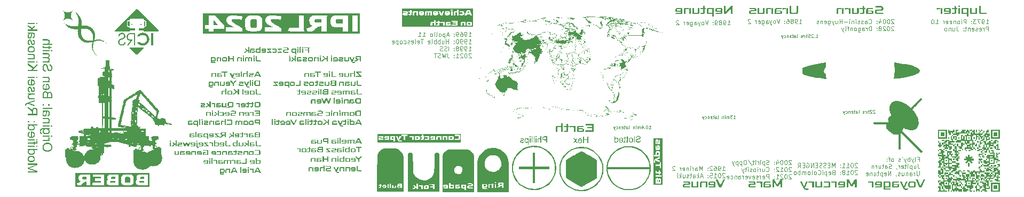
<source format=gbo>
G04 #@! TF.GenerationSoftware,KiCad,Pcbnew,8.0.5*
G04 #@! TF.CreationDate,2024-09-12T21:57:31+02:00*
G04 #@! TF.ProjectId,Ruler_IPRL_KiCad,52756c65-725f-4495-9052-4c5f4b694361,rev?*
G04 #@! TF.SameCoordinates,Original*
G04 #@! TF.FileFunction,Legend,Bot*
G04 #@! TF.FilePolarity,Positive*
%FSLAX46Y46*%
G04 Gerber Fmt 4.6, Leading zero omitted, Abs format (unit mm)*
G04 Created by KiCad (PCBNEW 8.0.5) date 2024-09-12 21:57:31*
%MOMM*%
%LPD*%
G01*
G04 APERTURE LIST*
%ADD10C,0.125000*%
%ADD11C,0.220000*%
%ADD12C,0.150000*%
%ADD13C,0.200000*%
%ADD14C,0.250000*%
%ADD15C,0.187500*%
%ADD16C,0.300000*%
%ADD17C,0.000000*%
%ADD18R,0.850000X0.850000*%
%ADD19O,0.850000X0.850000*%
%ADD20R,1.000000X1.000000*%
%ADD21O,1.000000X1.000000*%
%ADD22C,7.500000*%
%ADD23C,11.000000*%
%ADD24C,4.700000*%
%ADD25C,3.800000*%
%ADD26R,1.350000X1.350000*%
%ADD27O,1.350000X1.350000*%
%ADD28C,5.600000*%
%ADD29R,1.700000X1.700000*%
%ADD30O,1.700000X1.700000*%
%ADD31C,9.200000*%
G04 APERTURE END LIST*
D10*
X185834430Y-111580872D02*
X186234430Y-111580872D01*
X186034430Y-111580872D02*
X186034430Y-110880872D01*
X186034430Y-110880872D02*
X186101097Y-110980872D01*
X186101097Y-110980872D02*
X186167764Y-111047539D01*
X186167764Y-111047539D02*
X186234430Y-111080872D01*
X185501097Y-111580872D02*
X185367763Y-111580872D01*
X185367763Y-111580872D02*
X185301097Y-111547539D01*
X185301097Y-111547539D02*
X185267763Y-111514205D01*
X185267763Y-111514205D02*
X185201097Y-111414205D01*
X185201097Y-111414205D02*
X185167763Y-111280872D01*
X185167763Y-111280872D02*
X185167763Y-111014205D01*
X185167763Y-111014205D02*
X185201097Y-110947539D01*
X185201097Y-110947539D02*
X185234430Y-110914205D01*
X185234430Y-110914205D02*
X185301097Y-110880872D01*
X185301097Y-110880872D02*
X185434430Y-110880872D01*
X185434430Y-110880872D02*
X185501097Y-110914205D01*
X185501097Y-110914205D02*
X185534430Y-110947539D01*
X185534430Y-110947539D02*
X185567763Y-111014205D01*
X185567763Y-111014205D02*
X185567763Y-111180872D01*
X185567763Y-111180872D02*
X185534430Y-111247539D01*
X185534430Y-111247539D02*
X185501097Y-111280872D01*
X185501097Y-111280872D02*
X185434430Y-111314205D01*
X185434430Y-111314205D02*
X185301097Y-111314205D01*
X185301097Y-111314205D02*
X185234430Y-111280872D01*
X185234430Y-111280872D02*
X185201097Y-111247539D01*
X185201097Y-111247539D02*
X185167763Y-111180872D01*
X184567763Y-110880872D02*
X184701096Y-110880872D01*
X184701096Y-110880872D02*
X184767763Y-110914205D01*
X184767763Y-110914205D02*
X184801096Y-110947539D01*
X184801096Y-110947539D02*
X184867763Y-111047539D01*
X184867763Y-111047539D02*
X184901096Y-111180872D01*
X184901096Y-111180872D02*
X184901096Y-111447539D01*
X184901096Y-111447539D02*
X184867763Y-111514205D01*
X184867763Y-111514205D02*
X184834430Y-111547539D01*
X184834430Y-111547539D02*
X184767763Y-111580872D01*
X184767763Y-111580872D02*
X184634430Y-111580872D01*
X184634430Y-111580872D02*
X184567763Y-111547539D01*
X184567763Y-111547539D02*
X184534430Y-111514205D01*
X184534430Y-111514205D02*
X184501096Y-111447539D01*
X184501096Y-111447539D02*
X184501096Y-111280872D01*
X184501096Y-111280872D02*
X184534430Y-111214205D01*
X184534430Y-111214205D02*
X184567763Y-111180872D01*
X184567763Y-111180872D02*
X184634430Y-111147539D01*
X184634430Y-111147539D02*
X184767763Y-111147539D01*
X184767763Y-111147539D02*
X184834430Y-111180872D01*
X184834430Y-111180872D02*
X184867763Y-111214205D01*
X184867763Y-111214205D02*
X184901096Y-111280872D01*
X184234429Y-110947539D02*
X184201096Y-110914205D01*
X184201096Y-110914205D02*
X184134429Y-110880872D01*
X184134429Y-110880872D02*
X183967763Y-110880872D01*
X183967763Y-110880872D02*
X183901096Y-110914205D01*
X183901096Y-110914205D02*
X183867763Y-110947539D01*
X183867763Y-110947539D02*
X183834429Y-111014205D01*
X183834429Y-111014205D02*
X183834429Y-111080872D01*
X183834429Y-111080872D02*
X183867763Y-111180872D01*
X183867763Y-111180872D02*
X184267763Y-111580872D01*
X184267763Y-111580872D02*
X183834429Y-111580872D01*
X183534429Y-111514205D02*
X183501096Y-111547539D01*
X183501096Y-111547539D02*
X183534429Y-111580872D01*
X183534429Y-111580872D02*
X183567762Y-111547539D01*
X183567762Y-111547539D02*
X183534429Y-111514205D01*
X183534429Y-111514205D02*
X183534429Y-111580872D01*
X183534429Y-111147539D02*
X183501096Y-111180872D01*
X183501096Y-111180872D02*
X183534429Y-111214205D01*
X183534429Y-111214205D02*
X183567762Y-111180872D01*
X183567762Y-111180872D02*
X183534429Y-111147539D01*
X183534429Y-111147539D02*
X183534429Y-111214205D01*
X182667763Y-111580872D02*
X182667763Y-110880872D01*
X182667763Y-110880872D02*
X182434430Y-111380872D01*
X182434430Y-111380872D02*
X182201096Y-110880872D01*
X182201096Y-110880872D02*
X182201096Y-111580872D01*
X181567763Y-111580872D02*
X181567763Y-111214205D01*
X181567763Y-111214205D02*
X181601096Y-111147539D01*
X181601096Y-111147539D02*
X181667763Y-111114205D01*
X181667763Y-111114205D02*
X181801096Y-111114205D01*
X181801096Y-111114205D02*
X181867763Y-111147539D01*
X181567763Y-111547539D02*
X181634430Y-111580872D01*
X181634430Y-111580872D02*
X181801096Y-111580872D01*
X181801096Y-111580872D02*
X181867763Y-111547539D01*
X181867763Y-111547539D02*
X181901096Y-111480872D01*
X181901096Y-111480872D02*
X181901096Y-111414205D01*
X181901096Y-111414205D02*
X181867763Y-111347539D01*
X181867763Y-111347539D02*
X181801096Y-111314205D01*
X181801096Y-111314205D02*
X181634430Y-111314205D01*
X181634430Y-111314205D02*
X181567763Y-111280872D01*
X181234430Y-111580872D02*
X181234430Y-111114205D01*
X181234430Y-111247539D02*
X181201097Y-111180872D01*
X181201097Y-111180872D02*
X181167763Y-111147539D01*
X181167763Y-111147539D02*
X181101097Y-111114205D01*
X181101097Y-111114205D02*
X181034430Y-111114205D01*
X180801097Y-111580872D02*
X180801097Y-111114205D01*
X180801097Y-110880872D02*
X180834430Y-110914205D01*
X180834430Y-110914205D02*
X180801097Y-110947539D01*
X180801097Y-110947539D02*
X180767764Y-110914205D01*
X180767764Y-110914205D02*
X180801097Y-110880872D01*
X180801097Y-110880872D02*
X180801097Y-110947539D01*
X180467764Y-111114205D02*
X180467764Y-111580872D01*
X180467764Y-111180872D02*
X180434431Y-111147539D01*
X180434431Y-111147539D02*
X180367764Y-111114205D01*
X180367764Y-111114205D02*
X180267764Y-111114205D01*
X180267764Y-111114205D02*
X180201097Y-111147539D01*
X180201097Y-111147539D02*
X180167764Y-111214205D01*
X180167764Y-111214205D02*
X180167764Y-111580872D01*
X179567764Y-111547539D02*
X179634431Y-111580872D01*
X179634431Y-111580872D02*
X179767764Y-111580872D01*
X179767764Y-111580872D02*
X179834431Y-111547539D01*
X179834431Y-111547539D02*
X179867764Y-111480872D01*
X179867764Y-111480872D02*
X179867764Y-111214205D01*
X179867764Y-111214205D02*
X179834431Y-111147539D01*
X179834431Y-111147539D02*
X179767764Y-111114205D01*
X179767764Y-111114205D02*
X179634431Y-111114205D01*
X179634431Y-111114205D02*
X179567764Y-111147539D01*
X179567764Y-111147539D02*
X179534431Y-111214205D01*
X179534431Y-111214205D02*
X179534431Y-111280872D01*
X179534431Y-111280872D02*
X179867764Y-111347539D01*
X179234431Y-111580872D02*
X179234431Y-111114205D01*
X179234431Y-111247539D02*
X179201098Y-111180872D01*
X179201098Y-111180872D02*
X179167764Y-111147539D01*
X179167764Y-111147539D02*
X179101098Y-111114205D01*
X179101098Y-111114205D02*
X179034431Y-111114205D01*
X178301098Y-110947539D02*
X178267765Y-110914205D01*
X178267765Y-110914205D02*
X178201098Y-110880872D01*
X178201098Y-110880872D02*
X178034432Y-110880872D01*
X178034432Y-110880872D02*
X177967765Y-110914205D01*
X177967765Y-110914205D02*
X177934432Y-110947539D01*
X177934432Y-110947539D02*
X177901098Y-111014205D01*
X177901098Y-111014205D02*
X177901098Y-111080872D01*
X177901098Y-111080872D02*
X177934432Y-111180872D01*
X177934432Y-111180872D02*
X178334432Y-111580872D01*
X178334432Y-111580872D02*
X177901098Y-111580872D01*
X186234430Y-112074500D02*
X186201097Y-112041166D01*
X186201097Y-112041166D02*
X186134430Y-112007833D01*
X186134430Y-112007833D02*
X185967764Y-112007833D01*
X185967764Y-112007833D02*
X185901097Y-112041166D01*
X185901097Y-112041166D02*
X185867764Y-112074500D01*
X185867764Y-112074500D02*
X185834430Y-112141166D01*
X185834430Y-112141166D02*
X185834430Y-112207833D01*
X185834430Y-112207833D02*
X185867764Y-112307833D01*
X185867764Y-112307833D02*
X186267764Y-112707833D01*
X186267764Y-112707833D02*
X185834430Y-112707833D01*
X185401097Y-112007833D02*
X185334430Y-112007833D01*
X185334430Y-112007833D02*
X185267763Y-112041166D01*
X185267763Y-112041166D02*
X185234430Y-112074500D01*
X185234430Y-112074500D02*
X185201097Y-112141166D01*
X185201097Y-112141166D02*
X185167763Y-112274500D01*
X185167763Y-112274500D02*
X185167763Y-112441166D01*
X185167763Y-112441166D02*
X185201097Y-112574500D01*
X185201097Y-112574500D02*
X185234430Y-112641166D01*
X185234430Y-112641166D02*
X185267763Y-112674500D01*
X185267763Y-112674500D02*
X185334430Y-112707833D01*
X185334430Y-112707833D02*
X185401097Y-112707833D01*
X185401097Y-112707833D02*
X185467763Y-112674500D01*
X185467763Y-112674500D02*
X185501097Y-112641166D01*
X185501097Y-112641166D02*
X185534430Y-112574500D01*
X185534430Y-112574500D02*
X185567763Y-112441166D01*
X185567763Y-112441166D02*
X185567763Y-112274500D01*
X185567763Y-112274500D02*
X185534430Y-112141166D01*
X185534430Y-112141166D02*
X185501097Y-112074500D01*
X185501097Y-112074500D02*
X185467763Y-112041166D01*
X185467763Y-112041166D02*
X185401097Y-112007833D01*
X184501096Y-112707833D02*
X184901096Y-112707833D01*
X184701096Y-112707833D02*
X184701096Y-112007833D01*
X184701096Y-112007833D02*
X184767763Y-112107833D01*
X184767763Y-112107833D02*
X184834430Y-112174500D01*
X184834430Y-112174500D02*
X184901096Y-112207833D01*
X183867763Y-112007833D02*
X184201096Y-112007833D01*
X184201096Y-112007833D02*
X184234429Y-112341166D01*
X184234429Y-112341166D02*
X184201096Y-112307833D01*
X184201096Y-112307833D02*
X184134429Y-112274500D01*
X184134429Y-112274500D02*
X183967763Y-112274500D01*
X183967763Y-112274500D02*
X183901096Y-112307833D01*
X183901096Y-112307833D02*
X183867763Y-112341166D01*
X183867763Y-112341166D02*
X183834429Y-112407833D01*
X183834429Y-112407833D02*
X183834429Y-112574500D01*
X183834429Y-112574500D02*
X183867763Y-112641166D01*
X183867763Y-112641166D02*
X183901096Y-112674500D01*
X183901096Y-112674500D02*
X183967763Y-112707833D01*
X183967763Y-112707833D02*
X184134429Y-112707833D01*
X184134429Y-112707833D02*
X184201096Y-112674500D01*
X184201096Y-112674500D02*
X184234429Y-112641166D01*
X183534429Y-112641166D02*
X183501096Y-112674500D01*
X183501096Y-112674500D02*
X183534429Y-112707833D01*
X183534429Y-112707833D02*
X183567762Y-112674500D01*
X183567762Y-112674500D02*
X183534429Y-112641166D01*
X183534429Y-112641166D02*
X183534429Y-112707833D01*
X183534429Y-112274500D02*
X183501096Y-112307833D01*
X183501096Y-112307833D02*
X183534429Y-112341166D01*
X183534429Y-112341166D02*
X183567762Y-112307833D01*
X183567762Y-112307833D02*
X183534429Y-112274500D01*
X183534429Y-112274500D02*
X183534429Y-112341166D01*
X182701096Y-112507833D02*
X182367763Y-112507833D01*
X182767763Y-112707833D02*
X182534430Y-112007833D01*
X182534430Y-112007833D02*
X182301096Y-112707833D01*
X182067763Y-112707833D02*
X182067763Y-112007833D01*
X182001096Y-112441166D02*
X181801096Y-112707833D01*
X181801096Y-112241166D02*
X182067763Y-112507833D01*
X181201096Y-112707833D02*
X181201096Y-112341166D01*
X181201096Y-112341166D02*
X181234429Y-112274500D01*
X181234429Y-112274500D02*
X181301096Y-112241166D01*
X181301096Y-112241166D02*
X181434429Y-112241166D01*
X181434429Y-112241166D02*
X181501096Y-112274500D01*
X181201096Y-112674500D02*
X181267763Y-112707833D01*
X181267763Y-112707833D02*
X181434429Y-112707833D01*
X181434429Y-112707833D02*
X181501096Y-112674500D01*
X181501096Y-112674500D02*
X181534429Y-112607833D01*
X181534429Y-112607833D02*
X181534429Y-112541166D01*
X181534429Y-112541166D02*
X181501096Y-112474500D01*
X181501096Y-112474500D02*
X181434429Y-112441166D01*
X181434429Y-112441166D02*
X181267763Y-112441166D01*
X181267763Y-112441166D02*
X181201096Y-112407833D01*
X180967763Y-112241166D02*
X180701096Y-112241166D01*
X180867763Y-112007833D02*
X180867763Y-112607833D01*
X180867763Y-112607833D02*
X180834430Y-112674500D01*
X180834430Y-112674500D02*
X180767763Y-112707833D01*
X180767763Y-112707833D02*
X180701096Y-112707833D01*
X180501096Y-112674500D02*
X180434430Y-112707833D01*
X180434430Y-112707833D02*
X180301096Y-112707833D01*
X180301096Y-112707833D02*
X180234430Y-112674500D01*
X180234430Y-112674500D02*
X180201096Y-112607833D01*
X180201096Y-112607833D02*
X180201096Y-112574500D01*
X180201096Y-112574500D02*
X180234430Y-112507833D01*
X180234430Y-112507833D02*
X180301096Y-112474500D01*
X180301096Y-112474500D02*
X180401096Y-112474500D01*
X180401096Y-112474500D02*
X180467763Y-112441166D01*
X180467763Y-112441166D02*
X180501096Y-112374500D01*
X180501096Y-112374500D02*
X180501096Y-112341166D01*
X180501096Y-112341166D02*
X180467763Y-112274500D01*
X180467763Y-112274500D02*
X180401096Y-112241166D01*
X180401096Y-112241166D02*
X180301096Y-112241166D01*
X180301096Y-112241166D02*
X180234430Y-112274500D01*
X179601096Y-112241166D02*
X179601096Y-112707833D01*
X179901096Y-112241166D02*
X179901096Y-112607833D01*
X179901096Y-112607833D02*
X179867763Y-112674500D01*
X179867763Y-112674500D02*
X179801096Y-112707833D01*
X179801096Y-112707833D02*
X179701096Y-112707833D01*
X179701096Y-112707833D02*
X179634429Y-112674500D01*
X179634429Y-112674500D02*
X179601096Y-112641166D01*
X179267763Y-112707833D02*
X179267763Y-112007833D01*
X179201096Y-112441166D02*
X179001096Y-112707833D01*
X179001096Y-112241166D02*
X179267763Y-112507833D01*
X178701096Y-112707833D02*
X178701096Y-112241166D01*
X178701096Y-112007833D02*
X178734429Y-112041166D01*
X178734429Y-112041166D02*
X178701096Y-112074500D01*
X178701096Y-112074500D02*
X178667763Y-112041166D01*
X178667763Y-112041166D02*
X178701096Y-112007833D01*
X178701096Y-112007833D02*
X178701096Y-112074500D01*
D11*
G36*
X185720121Y-114245000D02*
G01*
X186308868Y-113002292D01*
X186013579Y-113002292D01*
X185616806Y-113858485D01*
X185560020Y-114010526D01*
X185540969Y-114010526D01*
X185486014Y-113858485D01*
X185085212Y-113002292D01*
X184797982Y-113002292D01*
X184831688Y-113129420D01*
X185382699Y-114245000D01*
X185720121Y-114245000D01*
G37*
G36*
X184497845Y-113307221D02*
G01*
X184572063Y-113313547D01*
X184646674Y-113336416D01*
X184676568Y-113354062D01*
X184728739Y-113409689D01*
X184737150Y-113426214D01*
X184758415Y-113498715D01*
X184758730Y-113501518D01*
X184763544Y-113574919D01*
X184763544Y-113977187D01*
X184763464Y-113986667D01*
X184758415Y-114060718D01*
X184755697Y-114077874D01*
X184728739Y-114148646D01*
X184708263Y-114175671D01*
X184647773Y-114217889D01*
X184636632Y-114222734D01*
X184562855Y-114240525D01*
X184485107Y-114245000D01*
X184060857Y-114245000D01*
X183963399Y-114244026D01*
X183878934Y-114241107D01*
X183791628Y-114234721D01*
X183713661Y-114223043D01*
X183645034Y-114182718D01*
X183729664Y-114060352D01*
X183797900Y-114063782D01*
X183875111Y-114064748D01*
X183921662Y-114064748D01*
X183995696Y-114064748D01*
X184074779Y-114064748D01*
X184143093Y-114064748D01*
X184219478Y-114064748D01*
X184297162Y-114064748D01*
X184404873Y-114064748D01*
X184467522Y-114054187D01*
X184505990Y-113989644D01*
X184505990Y-113885963D01*
X184500689Y-113885963D01*
X184425161Y-113885963D01*
X184346988Y-113885963D01*
X184274241Y-113885963D01*
X184200236Y-113885963D01*
X184117438Y-113885963D01*
X184037776Y-113885963D01*
X183668481Y-113885963D01*
X183668481Y-113575652D01*
X183668504Y-113571256D01*
X183925669Y-113571256D01*
X183925669Y-113705711D01*
X184505990Y-113705711D01*
X184505990Y-113571256D01*
X184477452Y-113505793D01*
X184404873Y-113487358D01*
X184149517Y-113487358D01*
X184069490Y-113488084D01*
X183991248Y-113491755D01*
X183935194Y-113512637D01*
X183925669Y-113571256D01*
X183668504Y-113571256D01*
X183668513Y-113569531D01*
X183675646Y-113492034D01*
X183701087Y-113418482D01*
X183745326Y-113367740D01*
X183812829Y-113333485D01*
X183880629Y-113317411D01*
X183957624Y-113309194D01*
X184031182Y-113307107D01*
X184485107Y-113307107D01*
X184497845Y-113307221D01*
G37*
G36*
X183440969Y-114245000D02*
G01*
X183440969Y-113307107D01*
X183268045Y-113307107D01*
X183183781Y-113349239D01*
X183105819Y-113336272D01*
X183030595Y-113326433D01*
X182970557Y-113319930D01*
X182889199Y-113313168D01*
X182809980Y-113309223D01*
X182734795Y-113307420D01*
X182685526Y-113307107D01*
X182580013Y-113307107D01*
X182502325Y-113311944D01*
X182428789Y-113331178D01*
X182417713Y-113336416D01*
X182356901Y-113381196D01*
X182336381Y-113409689D01*
X182310227Y-113479053D01*
X182307071Y-113498715D01*
X182301581Y-113572959D01*
X182301576Y-113574919D01*
X182301576Y-114245000D01*
X182559130Y-114245000D01*
X182559130Y-113571256D01*
X182591124Y-113503417D01*
X182660247Y-113487358D01*
X183120400Y-113487358D01*
X183172057Y-113494685D01*
X183183781Y-113533520D01*
X183183781Y-114245000D01*
X183440969Y-114245000D01*
G37*
G36*
X181787933Y-114245000D02*
G01*
X181864439Y-114240525D01*
X181938182Y-114222734D01*
X181949500Y-114217889D01*
X182011117Y-114175671D01*
X182031932Y-114148646D01*
X182058648Y-114077874D01*
X182061241Y-114060718D01*
X182066290Y-113986667D01*
X182066370Y-113977187D01*
X182066370Y-113307107D01*
X181809182Y-113307107D01*
X181809182Y-113980851D01*
X181778408Y-114046064D01*
X181707699Y-114064748D01*
X181290044Y-114064748D01*
X181235090Y-114056322D01*
X181226663Y-114002100D01*
X181226663Y-113307107D01*
X180969109Y-113307107D01*
X180969109Y-114245000D01*
X181142399Y-114245000D01*
X181222267Y-114202868D01*
X181296047Y-114215895D01*
X181373061Y-114226740D01*
X181421935Y-114232543D01*
X181496589Y-114239112D01*
X181576753Y-114243248D01*
X181653611Y-114244890D01*
X181680222Y-114245000D01*
X181787933Y-114245000D01*
G37*
G36*
X180484409Y-114245000D02*
G01*
X180564587Y-114243676D01*
X180639738Y-114238592D01*
X180684810Y-114231444D01*
X180743795Y-114204333D01*
X180680414Y-114058520D01*
X180600596Y-114062991D01*
X180522428Y-114064450D01*
X180455833Y-114064748D01*
X180380522Y-114064748D01*
X180297883Y-114064748D01*
X180221217Y-114064748D01*
X180139167Y-114064748D01*
X180051733Y-114064748D01*
X179946220Y-114064748D01*
X179879908Y-114035806D01*
X179866041Y-113962819D01*
X179865986Y-113956671D01*
X179878925Y-113882610D01*
X179881740Y-113876803D01*
X179946220Y-113846395D01*
X180465358Y-113846395D01*
X180541917Y-113842077D01*
X180617857Y-113825072D01*
X180678582Y-113791807D01*
X180723161Y-113733273D01*
X180742203Y-113660209D01*
X180743795Y-113627309D01*
X180743795Y-113544877D01*
X180737567Y-113476734D01*
X180711721Y-113407771D01*
X180705693Y-113397965D01*
X180650052Y-113346789D01*
X180623628Y-113333119D01*
X180550495Y-113312822D01*
X180471635Y-113307132D01*
X180465358Y-113307107D01*
X179882839Y-113307107D01*
X179804435Y-113308709D01*
X179729943Y-113315381D01*
X179703321Y-113320662D01*
X179650564Y-113347773D01*
X179671813Y-113493586D01*
X179745193Y-113489329D01*
X179821908Y-113487747D01*
X179897860Y-113487358D01*
X179973351Y-113487358D01*
X180055890Y-113487358D01*
X180132247Y-113487358D01*
X180213782Y-113487358D01*
X180300494Y-113487358D01*
X180406007Y-113487358D01*
X180472686Y-113514469D01*
X180486241Y-113577850D01*
X180472686Y-113641231D01*
X180406007Y-113666144D01*
X179886869Y-113666144D01*
X179812291Y-113670839D01*
X179737433Y-113689328D01*
X179676210Y-113725495D01*
X179629877Y-113783528D01*
X179609028Y-113859246D01*
X179608432Y-113876071D01*
X179608432Y-114001001D01*
X179613262Y-114076671D01*
X179613928Y-114081967D01*
X179638331Y-114152052D01*
X179644336Y-114161468D01*
X179700184Y-114209348D01*
X179726768Y-114221919D01*
X179800235Y-114239928D01*
X179874136Y-114244909D01*
X179886869Y-114245000D01*
X180484409Y-114245000D01*
G37*
D12*
G36*
X128292271Y-99530000D02*
G01*
X128341852Y-99530000D01*
X128395004Y-99530000D01*
X128445373Y-99530000D01*
X128477407Y-99530000D01*
X128526346Y-99528759D01*
X128576447Y-99523996D01*
X128611008Y-99517299D01*
X128655968Y-99494882D01*
X128660833Y-99481639D01*
X128590491Y-99378080D01*
X128541826Y-99393834D01*
X128490686Y-99402138D01*
X128477407Y-99403482D01*
X128427466Y-99406831D01*
X128374647Y-99408784D01*
X128321437Y-99409677D01*
X128285188Y-99409832D01*
X128150366Y-99409832D01*
X128101098Y-99403661D01*
X128063171Y-99377592D01*
X128043997Y-99330502D01*
X128041922Y-99307494D01*
X128041922Y-98816566D01*
X128053157Y-98701528D01*
X127856297Y-98701528D01*
X127856297Y-99277697D01*
X127858770Y-99328850D01*
X127867031Y-99380236D01*
X127873883Y-99406168D01*
X127896283Y-99451930D01*
X127932707Y-99488341D01*
X127945690Y-99497027D01*
X127994211Y-99517120D01*
X128046923Y-99526780D01*
X128097130Y-99529871D01*
X128110799Y-99530000D01*
X128292271Y-99530000D01*
G37*
G36*
X127530450Y-98904762D02*
G01*
X127584651Y-98907682D01*
X127630617Y-98929651D01*
X127615230Y-99036140D01*
X127578479Y-99029294D01*
X127528497Y-99025794D01*
X127476011Y-99024905D01*
X127435674Y-99024905D01*
X127384121Y-99024905D01*
X127327729Y-99024905D01*
X127275542Y-99024905D01*
X127219801Y-99024905D01*
X127149459Y-99024905D01*
X127101831Y-99033942D01*
X127084979Y-99056901D01*
X127082048Y-99084256D01*
X127082048Y-99181953D01*
X127119152Y-99175900D01*
X127171358Y-99171595D01*
X127221266Y-99170474D01*
X127253695Y-99170474D01*
X127305108Y-99170474D01*
X127359843Y-99170474D01*
X127411287Y-99170474D01*
X127482850Y-99170474D01*
X127489225Y-99170520D01*
X127541965Y-99175054D01*
X127590775Y-99188792D01*
X127635746Y-99217369D01*
X127664114Y-99254371D01*
X127680706Y-99300897D01*
X127685572Y-99351458D01*
X127682580Y-99390873D01*
X127666872Y-99441637D01*
X127637700Y-99482372D01*
X127628205Y-99490884D01*
X127584499Y-99514930D01*
X127532645Y-99527023D01*
X127482850Y-99530000D01*
X127412508Y-99530000D01*
X127379732Y-99529779D01*
X127329697Y-99528508D01*
X127276947Y-99525728D01*
X127222732Y-99520963D01*
X127182706Y-99516291D01*
X127132557Y-99509769D01*
X127080582Y-99501912D01*
X127025628Y-99530000D01*
X126910345Y-99530000D01*
X126910345Y-99370020D01*
X127082048Y-99370020D01*
X127087665Y-99404459D01*
X127124302Y-99409832D01*
X127446458Y-99409832D01*
X127450605Y-99409768D01*
X127497016Y-99393468D01*
X127502744Y-99386475D01*
X127513869Y-99338513D01*
X127513640Y-99329190D01*
X127499214Y-99282093D01*
X127493998Y-99276957D01*
X127446458Y-99264263D01*
X127082048Y-99264263D01*
X127082048Y-99370020D01*
X126910345Y-99370020D01*
X126910345Y-99083279D01*
X126910349Y-99081973D01*
X126914009Y-99032477D01*
X126916112Y-99019369D01*
X126933548Y-98973126D01*
X126947228Y-98954130D01*
X126987770Y-98924277D01*
X126995154Y-98920785D01*
X127044178Y-98907963D01*
X127095969Y-98904738D01*
X127166311Y-98904738D01*
X127197075Y-98904738D01*
X127255235Y-98904738D01*
X127308907Y-98904738D01*
X127358092Y-98904738D01*
X127413261Y-98904738D01*
X127470208Y-98904738D01*
X127523883Y-98904738D01*
X127530450Y-98904762D01*
G37*
G36*
X126752808Y-99530000D02*
G01*
X126752808Y-98904738D01*
X126637526Y-98904738D01*
X126602355Y-98921591D01*
X126553847Y-98914685D01*
X126502459Y-98909623D01*
X126450727Y-98906460D01*
X126401160Y-98905043D01*
X126361775Y-98904738D01*
X126291434Y-98904738D01*
X126241593Y-98908840D01*
X126212787Y-98915240D01*
X126166763Y-98936077D01*
X126156367Y-98945282D01*
X126109514Y-98928009D01*
X126059024Y-98916682D01*
X126055006Y-98915973D01*
X126005862Y-98909576D01*
X125953121Y-98906065D01*
X125899087Y-98904782D01*
X125886235Y-98904738D01*
X125815893Y-98904738D01*
X125764101Y-98907963D01*
X125715077Y-98920785D01*
X125707693Y-98924277D01*
X125667151Y-98954130D01*
X125653471Y-98973126D01*
X125636036Y-99019369D01*
X125633932Y-99032477D01*
X125630272Y-99081973D01*
X125630268Y-99083279D01*
X125630268Y-99530000D01*
X125801971Y-99530000D01*
X125801971Y-99080837D01*
X125823300Y-99035611D01*
X125869382Y-99024905D01*
X126066486Y-99024905D01*
X126097505Y-99030523D01*
X126105809Y-99055680D01*
X126105809Y-99530000D01*
X126277512Y-99530000D01*
X126277512Y-99080837D01*
X126298841Y-99035611D01*
X126344923Y-99024905D01*
X126539096Y-99024905D01*
X126573534Y-99029790D01*
X126581350Y-99055680D01*
X126581350Y-99530000D01*
X126752808Y-99530000D01*
G37*
G36*
X125311963Y-98904814D02*
G01*
X125361442Y-98909031D01*
X125411182Y-98924277D01*
X125431112Y-98936041D01*
X125465893Y-98973126D01*
X125471500Y-98984142D01*
X125485676Y-99032477D01*
X125485887Y-99034345D01*
X125489096Y-99083279D01*
X125489096Y-99351458D01*
X125489042Y-99357778D01*
X125485676Y-99407145D01*
X125483865Y-99418583D01*
X125465893Y-99465764D01*
X125452242Y-99483781D01*
X125411915Y-99511926D01*
X125404488Y-99515156D01*
X125355303Y-99527017D01*
X125303471Y-99530000D01*
X125020638Y-99530000D01*
X124955666Y-99529351D01*
X124899356Y-99527404D01*
X124841152Y-99523147D01*
X124789174Y-99515362D01*
X124743422Y-99488478D01*
X124799842Y-99406901D01*
X124845333Y-99409188D01*
X124896807Y-99409832D01*
X124927841Y-99409832D01*
X124977197Y-99409832D01*
X125029919Y-99409832D01*
X125075462Y-99409832D01*
X125126385Y-99409832D01*
X125178175Y-99409832D01*
X125249982Y-99409832D01*
X125291748Y-99402791D01*
X125317393Y-99359762D01*
X125317393Y-99290642D01*
X125313859Y-99290642D01*
X125263507Y-99290642D01*
X125211392Y-99290642D01*
X125162894Y-99290642D01*
X125113557Y-99290642D01*
X125058358Y-99290642D01*
X125005251Y-99290642D01*
X124759054Y-99290642D01*
X124759054Y-99083768D01*
X124759069Y-99080837D01*
X124930512Y-99080837D01*
X124930512Y-99170474D01*
X125317393Y-99170474D01*
X125317393Y-99080837D01*
X125298368Y-99037195D01*
X125249982Y-99024905D01*
X125079745Y-99024905D01*
X125026393Y-99025389D01*
X124974232Y-99027836D01*
X124936863Y-99041758D01*
X124930512Y-99080837D01*
X124759069Y-99080837D01*
X124759075Y-99079687D01*
X124763830Y-99028022D01*
X124780792Y-98978988D01*
X124810284Y-98945160D01*
X124855286Y-98922323D01*
X124900486Y-98911607D01*
X124951816Y-98906129D01*
X125000854Y-98904738D01*
X125303471Y-98904738D01*
X125311963Y-98904814D01*
G37*
G36*
X124448621Y-99530000D02*
G01*
X124502073Y-99529117D01*
X124552174Y-99525728D01*
X124582222Y-99520963D01*
X124621545Y-99502889D01*
X124579291Y-99405680D01*
X124526079Y-99408660D01*
X124473967Y-99409633D01*
X124429570Y-99409832D01*
X124379363Y-99409832D01*
X124324270Y-99409832D01*
X124273160Y-99409832D01*
X124218460Y-99409832D01*
X124160170Y-99409832D01*
X124089829Y-99409832D01*
X124045621Y-99390537D01*
X124036376Y-99341879D01*
X124036339Y-99337780D01*
X124044965Y-99288407D01*
X124046842Y-99284535D01*
X124089829Y-99264263D01*
X124435921Y-99264263D01*
X124486960Y-99261385D01*
X124537587Y-99250048D01*
X124578070Y-99227871D01*
X124607789Y-99188849D01*
X124620484Y-99140139D01*
X124621545Y-99118206D01*
X124621545Y-99063251D01*
X124617393Y-99017822D01*
X124600163Y-98971847D01*
X124596144Y-98965310D01*
X124559050Y-98931192D01*
X124541434Y-98922079D01*
X124492678Y-98908548D01*
X124440105Y-98904755D01*
X124435921Y-98904738D01*
X124047575Y-98904738D01*
X123995305Y-98905806D01*
X123945644Y-98910254D01*
X123927896Y-98913775D01*
X123892725Y-98931849D01*
X123906891Y-99029057D01*
X123955811Y-99026219D01*
X124006954Y-99025165D01*
X124057588Y-99024905D01*
X124107916Y-99024905D01*
X124162942Y-99024905D01*
X124213847Y-99024905D01*
X124268203Y-99024905D01*
X124326011Y-99024905D01*
X124396353Y-99024905D01*
X124440806Y-99042979D01*
X124449842Y-99085233D01*
X124440806Y-99127487D01*
X124396353Y-99144096D01*
X124050261Y-99144096D01*
X124000542Y-99147226D01*
X123950637Y-99159552D01*
X123909822Y-99183663D01*
X123878933Y-99222352D01*
X123865034Y-99272831D01*
X123864637Y-99284047D01*
X123864637Y-99367334D01*
X123867857Y-99417780D01*
X123868300Y-99421311D01*
X123884569Y-99468034D01*
X123888572Y-99474312D01*
X123925804Y-99506232D01*
X123943527Y-99514612D01*
X123992505Y-99526619D01*
X124041773Y-99529939D01*
X124050261Y-99530000D01*
X124448621Y-99530000D01*
G37*
G36*
X123378593Y-99530000D02*
G01*
X122710345Y-99530000D01*
X122681368Y-99529252D01*
X122629802Y-99523276D01*
X122580408Y-99508750D01*
X122540944Y-99487586D01*
X122502983Y-99452819D01*
X122483501Y-99423349D01*
X122465614Y-99375638D01*
X122459288Y-99341108D01*
X122455844Y-99290642D01*
X122455844Y-99266706D01*
X122641468Y-99266706D01*
X122641468Y-99291618D01*
X122644730Y-99320571D01*
X122669068Y-99363182D01*
X122700402Y-99381940D01*
X122749668Y-99389316D01*
X123192969Y-99389316D01*
X123192969Y-99170474D01*
X122780687Y-99170474D01*
X122771540Y-99170579D01*
X122720133Y-99176377D01*
X122673953Y-99197341D01*
X122655458Y-99217659D01*
X122641468Y-99266706D01*
X122455844Y-99266706D01*
X122455844Y-99264996D01*
X122457597Y-99231729D01*
X122468760Y-99181497D01*
X122492480Y-99136769D01*
X122504479Y-99122213D01*
X122544737Y-99089007D01*
X122590910Y-99068136D01*
X122570211Y-99053573D01*
X122538154Y-99015868D01*
X122518906Y-98970961D01*
X122514374Y-98929895D01*
X122699110Y-98929895D01*
X122699110Y-98943328D01*
X122700606Y-98961112D01*
X122723046Y-99005122D01*
X122746686Y-99021094D01*
X122796318Y-99029790D01*
X123192969Y-99029790D01*
X123192969Y-98842212D01*
X122806088Y-98842212D01*
X122765124Y-98846230D01*
X122721580Y-98870788D01*
X122713944Y-98881573D01*
X122699110Y-98929895D01*
X122514374Y-98929895D01*
X122513485Y-98921835D01*
X122513485Y-98880069D01*
X122518277Y-98840161D01*
X122539571Y-98792299D01*
X122574057Y-98753796D01*
X122608725Y-98730928D01*
X122658491Y-98713012D01*
X122712297Y-98704029D01*
X122766765Y-98701528D01*
X123378593Y-98701528D01*
X123378593Y-99530000D01*
G37*
G36*
X122279012Y-99530000D02*
G01*
X122279012Y-98756482D01*
X122292934Y-98639002D01*
X122107309Y-98639002D01*
X122107309Y-99530000D01*
X122279012Y-99530000D01*
G37*
G36*
X121840352Y-98818764D02*
G01*
X121890189Y-98811964D01*
X121916556Y-98797271D01*
X121938373Y-98751134D01*
X121940247Y-98724975D01*
X121932906Y-98676340D01*
X121917044Y-98652191D01*
X121870825Y-98633237D01*
X121840352Y-98631186D01*
X121789725Y-98637832D01*
X121763171Y-98652191D01*
X121741129Y-98698185D01*
X121739235Y-98724975D01*
X121747674Y-98773887D01*
X121763171Y-98796538D01*
X121809936Y-98816594D01*
X121840352Y-98818764D01*
G37*
G36*
X121926325Y-99530000D02*
G01*
X121926325Y-98904738D01*
X121754623Y-98904738D01*
X121754623Y-99530000D01*
X121926325Y-99530000D01*
G37*
G36*
X121413171Y-99530000D02*
G01*
X121466623Y-99529117D01*
X121516723Y-99525728D01*
X121546772Y-99520963D01*
X121586095Y-99502889D01*
X121543841Y-99405680D01*
X121490629Y-99408660D01*
X121438517Y-99409633D01*
X121394120Y-99409832D01*
X121343913Y-99409832D01*
X121288820Y-99409832D01*
X121237709Y-99409832D01*
X121183009Y-99409832D01*
X121124720Y-99409832D01*
X121054378Y-99409832D01*
X121010170Y-99390537D01*
X121000925Y-99341879D01*
X121000889Y-99337780D01*
X121009515Y-99288407D01*
X121011392Y-99284535D01*
X121054378Y-99264263D01*
X121400471Y-99264263D01*
X121451510Y-99261385D01*
X121502137Y-99250048D01*
X121542620Y-99227871D01*
X121572339Y-99188849D01*
X121585034Y-99140139D01*
X121586095Y-99118206D01*
X121586095Y-99063251D01*
X121581943Y-99017822D01*
X121564712Y-98971847D01*
X121560694Y-98965310D01*
X121523599Y-98931192D01*
X121505983Y-98922079D01*
X121457228Y-98908548D01*
X121404655Y-98904755D01*
X121400471Y-98904738D01*
X121012124Y-98904738D01*
X120959855Y-98905806D01*
X120910194Y-98910254D01*
X120892445Y-98913775D01*
X120857274Y-98931849D01*
X120871441Y-99029057D01*
X120920361Y-99026219D01*
X120971504Y-99025165D01*
X121022138Y-99024905D01*
X121072466Y-99024905D01*
X121127492Y-99024905D01*
X121178397Y-99024905D01*
X121232753Y-99024905D01*
X121290561Y-99024905D01*
X121360903Y-99024905D01*
X121405355Y-99042979D01*
X121414392Y-99085233D01*
X121405355Y-99127487D01*
X121360903Y-99144096D01*
X121014811Y-99144096D01*
X120965092Y-99147226D01*
X120915187Y-99159552D01*
X120874371Y-99183663D01*
X120843483Y-99222352D01*
X120829584Y-99272831D01*
X120829187Y-99284047D01*
X120829187Y-99367334D01*
X120832407Y-99417780D01*
X120832850Y-99421311D01*
X120849119Y-99468034D01*
X120853122Y-99474312D01*
X120890354Y-99506232D01*
X120908077Y-99514612D01*
X120957055Y-99526619D01*
X121006323Y-99529939D01*
X121014811Y-99530000D01*
X121413171Y-99530000D01*
G37*
G36*
X120520219Y-99530000D02*
G01*
X120573671Y-99529117D01*
X120623772Y-99525728D01*
X120653820Y-99520963D01*
X120693143Y-99502889D01*
X120650889Y-99405680D01*
X120597677Y-99408660D01*
X120545565Y-99409633D01*
X120501168Y-99409832D01*
X120450961Y-99409832D01*
X120395868Y-99409832D01*
X120344758Y-99409832D01*
X120290058Y-99409832D01*
X120231769Y-99409832D01*
X120161427Y-99409832D01*
X120117219Y-99390537D01*
X120107974Y-99341879D01*
X120107937Y-99337780D01*
X120116563Y-99288407D01*
X120118440Y-99284535D01*
X120161427Y-99264263D01*
X120507519Y-99264263D01*
X120558558Y-99261385D01*
X120609185Y-99250048D01*
X120649668Y-99227871D01*
X120679387Y-99188849D01*
X120692082Y-99140139D01*
X120693143Y-99118206D01*
X120693143Y-99063251D01*
X120688991Y-99017822D01*
X120671761Y-98971847D01*
X120667742Y-98965310D01*
X120630648Y-98931192D01*
X120613032Y-98922079D01*
X120564277Y-98908548D01*
X120511703Y-98904755D01*
X120507519Y-98904738D01*
X120119173Y-98904738D01*
X120066903Y-98905806D01*
X120017242Y-98910254D01*
X119999494Y-98913775D01*
X119964323Y-98931849D01*
X119978489Y-99029057D01*
X120027409Y-99026219D01*
X120078552Y-99025165D01*
X120129187Y-99024905D01*
X120179514Y-99024905D01*
X120234540Y-99024905D01*
X120285445Y-99024905D01*
X120339801Y-99024905D01*
X120397609Y-99024905D01*
X120467951Y-99024905D01*
X120512404Y-99042979D01*
X120521441Y-99085233D01*
X120512404Y-99127487D01*
X120467951Y-99144096D01*
X120121859Y-99144096D01*
X120072140Y-99147226D01*
X120022235Y-99159552D01*
X119981420Y-99183663D01*
X119950531Y-99222352D01*
X119936632Y-99272831D01*
X119936235Y-99284047D01*
X119936235Y-99367334D01*
X119939455Y-99417780D01*
X119939898Y-99421311D01*
X119956167Y-99468034D01*
X119960170Y-99474312D01*
X119997402Y-99506232D01*
X120015125Y-99514612D01*
X120064103Y-99526619D01*
X120113371Y-99529939D01*
X120121859Y-99530000D01*
X120520219Y-99530000D01*
G37*
G36*
X119623059Y-98904814D02*
G01*
X119672538Y-98909031D01*
X119722278Y-98924277D01*
X119742208Y-98936041D01*
X119776988Y-98973126D01*
X119782595Y-98984142D01*
X119796772Y-99032477D01*
X119796982Y-99034345D01*
X119800191Y-99083279D01*
X119800191Y-99351458D01*
X119800138Y-99357778D01*
X119796772Y-99407145D01*
X119794960Y-99418583D01*
X119776988Y-99465764D01*
X119763337Y-99483781D01*
X119723011Y-99511926D01*
X119715583Y-99515156D01*
X119666399Y-99527017D01*
X119614567Y-99530000D01*
X119331734Y-99530000D01*
X119266761Y-99529351D01*
X119210452Y-99527404D01*
X119152247Y-99523147D01*
X119100269Y-99515362D01*
X119054518Y-99488478D01*
X119110938Y-99406901D01*
X119156429Y-99409188D01*
X119207903Y-99409832D01*
X119238937Y-99409832D01*
X119288293Y-99409832D01*
X119341015Y-99409832D01*
X119386558Y-99409832D01*
X119437481Y-99409832D01*
X119489270Y-99409832D01*
X119561078Y-99409832D01*
X119602843Y-99402791D01*
X119628489Y-99359762D01*
X119628489Y-99290642D01*
X119624955Y-99290642D01*
X119574603Y-99290642D01*
X119522487Y-99290642D01*
X119473990Y-99290642D01*
X119424653Y-99290642D01*
X119369454Y-99290642D01*
X119316346Y-99290642D01*
X119070150Y-99290642D01*
X119070150Y-99083768D01*
X119070165Y-99080837D01*
X119241608Y-99080837D01*
X119241608Y-99170474D01*
X119628489Y-99170474D01*
X119628489Y-99080837D01*
X119609464Y-99037195D01*
X119561078Y-99024905D01*
X119390840Y-99024905D01*
X119337489Y-99025389D01*
X119285327Y-99027836D01*
X119247958Y-99041758D01*
X119241608Y-99080837D01*
X119070165Y-99080837D01*
X119070171Y-99079687D01*
X119074926Y-99028022D01*
X119091887Y-98978988D01*
X119121379Y-98945160D01*
X119166381Y-98922323D01*
X119211581Y-98911607D01*
X119262912Y-98906129D01*
X119311950Y-98904738D01*
X119614567Y-98904738D01*
X119623059Y-98904814D01*
G37*
G36*
X118673743Y-99530000D02*
G01*
X118723004Y-99527206D01*
X118772688Y-99515857D01*
X118814865Y-99490716D01*
X118820045Y-99485303D01*
X118845505Y-99441651D01*
X118856910Y-99393254D01*
X118859368Y-99351458D01*
X118859368Y-99024905D01*
X118974895Y-99024905D01*
X118974895Y-98904738D01*
X118915788Y-98904738D01*
X118877198Y-98895945D01*
X118859368Y-98860286D01*
X118831280Y-98701528D01*
X118687909Y-98701528D01*
X118687909Y-98904738D01*
X118395307Y-98904738D01*
X118395307Y-99024905D01*
X118687909Y-99024905D01*
X118687909Y-99352679D01*
X118671057Y-99398841D01*
X118622359Y-99409821D01*
X118620254Y-99409832D01*
X118421929Y-99409832D01*
X118408007Y-99515833D01*
X118456856Y-99521405D01*
X118497889Y-99525115D01*
X118548958Y-99528277D01*
X118599390Y-99529766D01*
X118630268Y-99530000D01*
X118673743Y-99530000D01*
G37*
D11*
G36*
X187493823Y-86745000D02*
G01*
X187493823Y-85673384D01*
X187514706Y-85502292D01*
X187210990Y-85502292D01*
X186493282Y-86254804D01*
X186411216Y-86368743D01*
X186387769Y-86368743D01*
X186387769Y-85502292D01*
X186109332Y-85502292D01*
X186109332Y-86745000D01*
X186377511Y-86745000D01*
X187111705Y-85980031D01*
X187194137Y-85880746D01*
X187215020Y-85880746D01*
X187215020Y-86745000D01*
X187493823Y-86745000D01*
G37*
G36*
X185578752Y-85807221D02*
G01*
X185652970Y-85813547D01*
X185727581Y-85836416D01*
X185757475Y-85854062D01*
X185809646Y-85909689D01*
X185818057Y-85926214D01*
X185839322Y-85998715D01*
X185839637Y-86001518D01*
X185844451Y-86074919D01*
X185844451Y-86477187D01*
X185844371Y-86486667D01*
X185839322Y-86560718D01*
X185836604Y-86577874D01*
X185809646Y-86648646D01*
X185789170Y-86675671D01*
X185728680Y-86717889D01*
X185717539Y-86722734D01*
X185643762Y-86740525D01*
X185566014Y-86745000D01*
X185141764Y-86745000D01*
X185044306Y-86744026D01*
X184959841Y-86741107D01*
X184872535Y-86734721D01*
X184794568Y-86723043D01*
X184725941Y-86682718D01*
X184810571Y-86560352D01*
X184878807Y-86563782D01*
X184956018Y-86564748D01*
X185002569Y-86564748D01*
X185076603Y-86564748D01*
X185155686Y-86564748D01*
X185224000Y-86564748D01*
X185300385Y-86564748D01*
X185378069Y-86564748D01*
X185485780Y-86564748D01*
X185548429Y-86554187D01*
X185586897Y-86489644D01*
X185586897Y-86385963D01*
X185581596Y-86385963D01*
X185506068Y-86385963D01*
X185427895Y-86385963D01*
X185355148Y-86385963D01*
X185281143Y-86385963D01*
X185198345Y-86385963D01*
X185118683Y-86385963D01*
X184749388Y-86385963D01*
X184749388Y-86075652D01*
X184749411Y-86071256D01*
X185006576Y-86071256D01*
X185006576Y-86205711D01*
X185586897Y-86205711D01*
X185586897Y-86071256D01*
X185558359Y-86005793D01*
X185485780Y-85987358D01*
X185230424Y-85987358D01*
X185150397Y-85988084D01*
X185072155Y-85991755D01*
X185016101Y-86012637D01*
X185006576Y-86071256D01*
X184749411Y-86071256D01*
X184749420Y-86069531D01*
X184756553Y-85992034D01*
X184781994Y-85918482D01*
X184826233Y-85867740D01*
X184893736Y-85833485D01*
X184961536Y-85817411D01*
X185038531Y-85809194D01*
X185112089Y-85807107D01*
X185566014Y-85807107D01*
X185578752Y-85807221D01*
G37*
G36*
X184140678Y-85809223D02*
G01*
X184219826Y-85817554D01*
X184296195Y-85833852D01*
X184348952Y-85807107D01*
X184521876Y-85807107D01*
X184521876Y-87120157D01*
X184264688Y-87120157D01*
X184264688Y-86727414D01*
X184206929Y-86736688D01*
X184127794Y-86743282D01*
X184053662Y-86745000D01*
X183997448Y-86745000D01*
X183920123Y-86745000D01*
X183846621Y-86745000D01*
X183768631Y-86745000D01*
X183660920Y-86745000D01*
X183647921Y-86744885D01*
X183572708Y-86738560D01*
X183498620Y-86715690D01*
X183469080Y-86698045D01*
X183417288Y-86642418D01*
X183408890Y-86625892D01*
X183387978Y-86553391D01*
X183387640Y-86550588D01*
X183382483Y-86477187D01*
X183382483Y-86074919D01*
X183382520Y-86070889D01*
X183640037Y-86070889D01*
X183640037Y-86481217D01*
X183670812Y-86543866D01*
X183741154Y-86564748D01*
X184199109Y-86564748D01*
X184255163Y-86555589D01*
X184264688Y-86499902D01*
X184264688Y-86003478D01*
X184235867Y-85998000D01*
X184160303Y-85989625D01*
X184086269Y-85987358D01*
X184073097Y-85987358D01*
X183996353Y-85987358D01*
X183920276Y-85987358D01*
X183846666Y-85987358D01*
X183741154Y-85987358D01*
X183734404Y-85987433D01*
X183662019Y-86006409D01*
X183640037Y-86070889D01*
X183382520Y-86070889D01*
X183382569Y-86065440D01*
X183387978Y-85991388D01*
X183390572Y-85974232D01*
X183417288Y-85903461D01*
X183437808Y-85876479D01*
X183498620Y-85834584D01*
X183509696Y-85829674D01*
X183583232Y-85811642D01*
X183660920Y-85807107D01*
X183768631Y-85807107D01*
X183840751Y-85807107D01*
X183918838Y-85807107D01*
X183992300Y-85807107D01*
X184069416Y-85807107D01*
X184140678Y-85809223D01*
G37*
G36*
X182790438Y-86745000D02*
G01*
X182864329Y-86740809D01*
X182938854Y-86723786D01*
X183002121Y-86686074D01*
X183009890Y-86677955D01*
X183048081Y-86612477D01*
X183065189Y-86539881D01*
X183068875Y-86477187D01*
X183068875Y-85987358D01*
X183242165Y-85987358D01*
X183242165Y-85807107D01*
X183153505Y-85807107D01*
X183095620Y-85793918D01*
X183068875Y-85740429D01*
X183026743Y-85502292D01*
X182811687Y-85502292D01*
X182811687Y-85807107D01*
X182372783Y-85807107D01*
X182372783Y-85987358D01*
X182811687Y-85987358D01*
X182811687Y-86479019D01*
X182786408Y-86548262D01*
X182713362Y-86564732D01*
X182710205Y-86564748D01*
X182412717Y-86564748D01*
X182391834Y-86723750D01*
X182465107Y-86732108D01*
X182526656Y-86737672D01*
X182603260Y-86742416D01*
X182678908Y-86744649D01*
X182725225Y-86745000D01*
X182790438Y-86745000D01*
G37*
G36*
X181930948Y-86745000D02*
G01*
X182007454Y-86740525D01*
X182081196Y-86722734D01*
X182092514Y-86717889D01*
X182154131Y-86675671D01*
X182174946Y-86648646D01*
X182201662Y-86577874D01*
X182204255Y-86560718D01*
X182209304Y-86486667D01*
X182209385Y-86477187D01*
X182209385Y-85807107D01*
X181952197Y-85807107D01*
X181952197Y-86480851D01*
X181921422Y-86546064D01*
X181850714Y-86564748D01*
X181433059Y-86564748D01*
X181378104Y-86556322D01*
X181369678Y-86502100D01*
X181369678Y-85807107D01*
X181112124Y-85807107D01*
X181112124Y-86745000D01*
X181285414Y-86745000D01*
X181365281Y-86702868D01*
X181439062Y-86715895D01*
X181516076Y-86726740D01*
X181564950Y-86732543D01*
X181639604Y-86739112D01*
X181719767Y-86743248D01*
X181796625Y-86744890D01*
X181823237Y-86745000D01*
X181930948Y-86745000D01*
G37*
G36*
X180865560Y-86745000D02*
G01*
X180865560Y-85807107D01*
X180692636Y-85807107D01*
X180608373Y-85849239D01*
X180530411Y-85836272D01*
X180455187Y-85826433D01*
X180395149Y-85819930D01*
X180313790Y-85813168D01*
X180234572Y-85809223D01*
X180159387Y-85807420D01*
X180110117Y-85807107D01*
X180004604Y-85807107D01*
X179926917Y-85811944D01*
X179853381Y-85831178D01*
X179842305Y-85836416D01*
X179781492Y-85881196D01*
X179760972Y-85909689D01*
X179734819Y-85979053D01*
X179731663Y-85998715D01*
X179726173Y-86072959D01*
X179726168Y-86074919D01*
X179726168Y-86745000D01*
X179983722Y-86745000D01*
X179983722Y-86071256D01*
X180015716Y-86003417D01*
X180084838Y-85987358D01*
X180544992Y-85987358D01*
X180596649Y-85994685D01*
X180608373Y-86033520D01*
X180608373Y-86745000D01*
X180865560Y-86745000D01*
G37*
G36*
X179246512Y-85807221D02*
G01*
X179320730Y-85813547D01*
X179395341Y-85836416D01*
X179425235Y-85854062D01*
X179477406Y-85909689D01*
X179485817Y-85926214D01*
X179507082Y-85998715D01*
X179507397Y-86001518D01*
X179512211Y-86074919D01*
X179512211Y-86477187D01*
X179512131Y-86486667D01*
X179507082Y-86560718D01*
X179504364Y-86577874D01*
X179477406Y-86648646D01*
X179456930Y-86675671D01*
X179396440Y-86717889D01*
X179385299Y-86722734D01*
X179311522Y-86740525D01*
X179233774Y-86745000D01*
X178809524Y-86745000D01*
X178712066Y-86744026D01*
X178627601Y-86741107D01*
X178540295Y-86734721D01*
X178462328Y-86723043D01*
X178393701Y-86682718D01*
X178478331Y-86560352D01*
X178546567Y-86563782D01*
X178623777Y-86564748D01*
X178670329Y-86564748D01*
X178744363Y-86564748D01*
X178823446Y-86564748D01*
X178891760Y-86564748D01*
X178968145Y-86564748D01*
X179045829Y-86564748D01*
X179153540Y-86564748D01*
X179216188Y-86554187D01*
X179254657Y-86489644D01*
X179254657Y-86385963D01*
X179249356Y-86385963D01*
X179173828Y-86385963D01*
X179095655Y-86385963D01*
X179022908Y-86385963D01*
X178948903Y-86385963D01*
X178866105Y-86385963D01*
X178786443Y-86385963D01*
X178417148Y-86385963D01*
X178417148Y-86075652D01*
X178417171Y-86071256D01*
X178674336Y-86071256D01*
X178674336Y-86205711D01*
X179254657Y-86205711D01*
X179254657Y-86071256D01*
X179226119Y-86005793D01*
X179153540Y-85987358D01*
X178898184Y-85987358D01*
X178818157Y-85988084D01*
X178739915Y-85991755D01*
X178683861Y-86012637D01*
X178674336Y-86071256D01*
X178417171Y-86071256D01*
X178417180Y-86069531D01*
X178424312Y-85992034D01*
X178449754Y-85918482D01*
X178493993Y-85867740D01*
X178561496Y-85833485D01*
X178629296Y-85817411D01*
X178706291Y-85809194D01*
X178779849Y-85807107D01*
X179233774Y-85807107D01*
X179246512Y-85807221D01*
G37*
D13*
G36*
X122290334Y-88130055D02*
G01*
X122143013Y-88130055D01*
X122058792Y-88130055D01*
X121906712Y-88130055D01*
X121800872Y-88130055D01*
X121652604Y-88130055D01*
X121596441Y-88130055D01*
X121447791Y-88124251D01*
X121416922Y-88121263D01*
X121272895Y-88074322D01*
X121220551Y-88023077D01*
X121171092Y-87883217D01*
X121167794Y-87828171D01*
X121167794Y-87777613D01*
X121208186Y-87636723D01*
X121220551Y-87622274D01*
X121363358Y-87569252D01*
X121412526Y-87567320D01*
X122290334Y-87567320D01*
X122290334Y-88130055D01*
G37*
G36*
X105820062Y-88508143D02*
G01*
X105824459Y-88552107D01*
X105195778Y-88552107D01*
X105195778Y-87754898D01*
X105237543Y-87754898D01*
X105820062Y-88508143D01*
G37*
G36*
X111904923Y-87593286D02*
G01*
X111983042Y-87649385D01*
X112047837Y-87787885D01*
X112054849Y-87868471D01*
X112054849Y-88621716D01*
X112030309Y-88772233D01*
X111985240Y-88848129D01*
X111848661Y-88919536D01*
X111759560Y-88927264D01*
X111278157Y-88927264D01*
X111131325Y-88901530D01*
X111056873Y-88845931D01*
X110998029Y-88704692D01*
X110991660Y-88621716D01*
X110991660Y-87868471D01*
X111020692Y-87720759D01*
X111059071Y-87655980D01*
X111183838Y-87577796D01*
X111278157Y-87567320D01*
X111759560Y-87567320D01*
X111904923Y-87593286D01*
G37*
G36*
X125669678Y-88270739D02*
G01*
X124796266Y-88270739D01*
X124649831Y-88246441D01*
X124602093Y-88214319D01*
X124549070Y-88076683D01*
X124547138Y-88031870D01*
X124547138Y-87810586D01*
X124573257Y-87664243D01*
X124597697Y-87625938D01*
X124733491Y-87570125D01*
X124791870Y-87567320D01*
X125669678Y-87567320D01*
X125669678Y-88270739D01*
G37*
G36*
X128345545Y-89869494D02*
G01*
X103473924Y-89869494D01*
X103473924Y-88552107D01*
X103807257Y-88552107D01*
X103807257Y-89114842D01*
X104372191Y-89114842D01*
X104372191Y-89490000D01*
X105195778Y-89490000D01*
X105195778Y-89114842D01*
X106850279Y-89114842D01*
X106850279Y-88880369D01*
X107089148Y-88880369D01*
X107089148Y-89490000D01*
X109693265Y-89490000D01*
X109693265Y-88984417D01*
X109562611Y-88903084D01*
X109503489Y-88867180D01*
X109376277Y-88790748D01*
X109242440Y-88710406D01*
X109211863Y-88692058D01*
X109076581Y-88610357D01*
X108949343Y-88532579D01*
X108874075Y-88486161D01*
X108746752Y-88407061D01*
X108614167Y-88323927D01*
X108545080Y-88280265D01*
X108417353Y-88197638D01*
X108293018Y-88112825D01*
X108279099Y-88102944D01*
X108162046Y-88013551D01*
X108089323Y-87934417D01*
X108056361Y-87841360D01*
X110181263Y-87841360D01*
X110181263Y-87868471D01*
X110181263Y-88648827D01*
X110188836Y-88805293D01*
X110216816Y-88966609D01*
X110265412Y-89105065D01*
X110346195Y-89235308D01*
X110396685Y-89289232D01*
X110522302Y-89377068D01*
X110662195Y-89433338D01*
X110830068Y-89470393D01*
X110996228Y-89486863D01*
X111118422Y-89490000D01*
X111924424Y-89490000D01*
X112075599Y-89485098D01*
X112238402Y-89466276D01*
X112402684Y-89426475D01*
X112539336Y-89367461D01*
X112648360Y-89289232D01*
X112743248Y-89173919D01*
X112811025Y-89028747D01*
X112847323Y-88880369D01*
X113273377Y-88880369D01*
X113273377Y-89490000D01*
X115877494Y-89490000D01*
X115877494Y-89445303D01*
X116953872Y-89445303D01*
X117068178Y-89476078D01*
X117222967Y-89486519D01*
X117377201Y-89489660D01*
X117460188Y-89490000D01*
X119553593Y-89490000D01*
X119511828Y-89164668D01*
X119511828Y-89025450D01*
X119914829Y-89025450D01*
X120040858Y-89494396D01*
X120189013Y-89520593D01*
X120195464Y-89521507D01*
X120344448Y-89534730D01*
X120416748Y-89536161D01*
X120571642Y-89526204D01*
X120716242Y-89501818D01*
X120792637Y-89484138D01*
X120934176Y-89430449D01*
X121061945Y-89350536D01*
X121176204Y-89253285D01*
X121201500Y-89228415D01*
X121378820Y-89054026D01*
X121487773Y-88953868D01*
X121607483Y-88861041D01*
X121622086Y-88851060D01*
X121754192Y-88778147D01*
X121885868Y-88732358D01*
X122040686Y-88703958D01*
X122188651Y-88693757D01*
X122256629Y-88692791D01*
X122290334Y-88692791D01*
X122290334Y-89490000D01*
X123113921Y-89490000D01*
X123113921Y-87755631D01*
X123728681Y-87755631D01*
X123728681Y-87810586D01*
X123728681Y-88086824D01*
X123737851Y-88233519D01*
X123768483Y-88382438D01*
X123793893Y-88458318D01*
X123871992Y-88593798D01*
X123982186Y-88696997D01*
X124034228Y-88730893D01*
X124172894Y-88789296D01*
X124330659Y-88821353D01*
X124478613Y-88832573D01*
X124539078Y-88833475D01*
X124829972Y-88833475D01*
X124976746Y-88833475D01*
X125133166Y-88833475D01*
X125282574Y-88833475D01*
X125326029Y-88833475D01*
X125482203Y-88830590D01*
X125631343Y-88818869D01*
X125669678Y-88812958D01*
X125669678Y-89490000D01*
X126493265Y-89490000D01*
X127201814Y-89490000D01*
X128012212Y-89490000D01*
X128012212Y-87004584D01*
X127201814Y-87004584D01*
X127201814Y-89490000D01*
X126493265Y-89490000D01*
X126493265Y-87335778D01*
X126535031Y-87004584D01*
X124580844Y-87004584D01*
X124430618Y-87009395D01*
X124284502Y-87026024D01*
X124138065Y-87061659D01*
X124127285Y-87065401D01*
X123994028Y-87126750D01*
X123875583Y-87223116D01*
X123870097Y-87229532D01*
X123791607Y-87355601D01*
X123756524Y-87468401D01*
X123734799Y-87617343D01*
X123728681Y-87755631D01*
X123113921Y-87755631D01*
X123113921Y-87335778D01*
X123155687Y-87004584D01*
X121201500Y-87004584D01*
X121043062Y-87011096D01*
X120892086Y-87033300D01*
X120765526Y-87071263D01*
X120633933Y-87137240D01*
X120519261Y-87232907D01*
X120507606Y-87246385D01*
X120427199Y-87369671D01*
X120383042Y-87491849D01*
X120356743Y-87638102D01*
X120349337Y-87769553D01*
X120349337Y-87777613D01*
X120349337Y-87850886D01*
X120361930Y-88005560D01*
X120399712Y-88149931D01*
X120462681Y-88283997D01*
X120478297Y-88309574D01*
X120573108Y-88424979D01*
X120697257Y-88517486D01*
X120834074Y-88581164D01*
X120884961Y-88598269D01*
X120757363Y-88676980D01*
X120684926Y-88725031D01*
X120555268Y-88807921D01*
X120467306Y-88859853D01*
X120332850Y-88927630D01*
X120207920Y-88974159D01*
X120061738Y-89009705D01*
X120007885Y-89017390D01*
X119914829Y-89025450D01*
X119511828Y-89025450D01*
X119511828Y-87004584D01*
X118701430Y-87004584D01*
X118701430Y-88927264D01*
X117207397Y-88927264D01*
X116953872Y-89445303D01*
X115877494Y-89445303D01*
X115877494Y-88984417D01*
X115746840Y-88903084D01*
X115687718Y-88867180D01*
X115560506Y-88790748D01*
X115426669Y-88710406D01*
X115396092Y-88692058D01*
X115260809Y-88610357D01*
X115133572Y-88532579D01*
X115058304Y-88486161D01*
X114930981Y-88407061D01*
X114798396Y-88323927D01*
X114729309Y-88280265D01*
X114601582Y-88197638D01*
X114477247Y-88112825D01*
X114463328Y-88102944D01*
X114346275Y-88013551D01*
X114273551Y-87934417D01*
X114223438Y-87792936D01*
X114222993Y-87777613D01*
X114222993Y-87719727D01*
X114271353Y-87602491D01*
X114417644Y-87568178D01*
X114458932Y-87567320D01*
X114669958Y-87567320D01*
X114819924Y-87568376D01*
X114981535Y-87572278D01*
X115128772Y-87579055D01*
X115279439Y-87590321D01*
X115347732Y-87597362D01*
X115508660Y-87615966D01*
X115661717Y-87635143D01*
X115820989Y-87656899D01*
X115834996Y-87658911D01*
X115877494Y-87129148D01*
X115725457Y-87101993D01*
X115645219Y-87089581D01*
X115490528Y-87068526D01*
X115341423Y-87052200D01*
X115191855Y-87038370D01*
X115111060Y-87031695D01*
X114962622Y-87021132D01*
X114807101Y-87013162D01*
X114644497Y-87007788D01*
X114474811Y-87005008D01*
X114374668Y-87004584D01*
X114345359Y-87004584D01*
X114193860Y-87008441D01*
X114039094Y-87022294D01*
X113888411Y-87049922D01*
X113775296Y-87085184D01*
X113637532Y-87154153D01*
X113520304Y-87257536D01*
X113484403Y-87309399D01*
X113426300Y-87445240D01*
X113400734Y-87600155D01*
X113399406Y-87647920D01*
X113399406Y-87734382D01*
X113413143Y-87888311D01*
X113460627Y-88039493D01*
X113542029Y-88169782D01*
X113573063Y-88204794D01*
X113690586Y-88315118D01*
X113812508Y-88409638D01*
X113949731Y-88499637D01*
X114015631Y-88538185D01*
X114155516Y-88615967D01*
X114285012Y-88685091D01*
X114393719Y-88740418D01*
X114527617Y-88807597D01*
X114658907Y-88876728D01*
X114665561Y-88880369D01*
X113273377Y-88880369D01*
X112847323Y-88880369D01*
X112848091Y-88877228D01*
X112863341Y-88729160D01*
X112865247Y-88648827D01*
X112865247Y-87841360D01*
X112857700Y-87684971D01*
X112829815Y-87523941D01*
X112772788Y-87368156D01*
X112688925Y-87242504D01*
X112650558Y-87203154D01*
X112524391Y-87116280D01*
X112383716Y-87060626D01*
X112240646Y-87028048D01*
X112076812Y-87009432D01*
X111924424Y-87004584D01*
X111118422Y-87004584D01*
X110966088Y-87009432D01*
X110802460Y-87028048D01*
X110637999Y-87067413D01*
X110502007Y-87125781D01*
X110394487Y-87203154D01*
X110301201Y-87317505D01*
X110234569Y-87461990D01*
X110198129Y-87613133D01*
X110183137Y-87761047D01*
X110181263Y-87841360D01*
X108056361Y-87841360D01*
X108039209Y-87792936D01*
X108038764Y-87777613D01*
X108038764Y-87719727D01*
X108087124Y-87602491D01*
X108233415Y-87568178D01*
X108274703Y-87567320D01*
X108485729Y-87567320D01*
X108635695Y-87568376D01*
X108797307Y-87572278D01*
X108944543Y-87579055D01*
X109095210Y-87590321D01*
X109163503Y-87597362D01*
X109324431Y-87615966D01*
X109477488Y-87635143D01*
X109636760Y-87656899D01*
X109650767Y-87658911D01*
X109693265Y-87129148D01*
X109541228Y-87101993D01*
X109460990Y-87089581D01*
X109306300Y-87068526D01*
X109157194Y-87052200D01*
X109007626Y-87038370D01*
X108926831Y-87031695D01*
X108778393Y-87021132D01*
X108622872Y-87013162D01*
X108460269Y-87007788D01*
X108290583Y-87005008D01*
X108190439Y-87004584D01*
X108161130Y-87004584D01*
X108009631Y-87008441D01*
X107854865Y-87022294D01*
X107704182Y-87049922D01*
X107591067Y-87085184D01*
X107453303Y-87154153D01*
X107336075Y-87257536D01*
X107300174Y-87309399D01*
X107242071Y-87445240D01*
X107216506Y-87600155D01*
X107215177Y-87647920D01*
X107215177Y-87734382D01*
X107228914Y-87888311D01*
X107276398Y-88039493D01*
X107357800Y-88169782D01*
X107388834Y-88204794D01*
X107506357Y-88315118D01*
X107628279Y-88409638D01*
X107765502Y-88499637D01*
X107831402Y-88538185D01*
X107971287Y-88615967D01*
X108100783Y-88685091D01*
X108209490Y-88740418D01*
X108343388Y-88807597D01*
X108474678Y-88876728D01*
X108481332Y-88880369D01*
X107089148Y-88880369D01*
X106850279Y-88880369D01*
X106850279Y-88629043D01*
X105419260Y-87004584D01*
X104372191Y-87004584D01*
X104372191Y-88552107D01*
X103807257Y-88552107D01*
X103473924Y-88552107D01*
X103473924Y-86671251D01*
X128345545Y-86671251D01*
X128345545Y-89869494D01*
G37*
D11*
G36*
X227201692Y-86745000D02*
G01*
X227276064Y-86745000D01*
X227355791Y-86745000D01*
X227431345Y-86745000D01*
X227479396Y-86745000D01*
X227552805Y-86743139D01*
X227627955Y-86735995D01*
X227679797Y-86725949D01*
X227747237Y-86692323D01*
X227754535Y-86672459D01*
X227649022Y-86517121D01*
X227576024Y-86540751D01*
X227499314Y-86553207D01*
X227479396Y-86555223D01*
X227404484Y-86560246D01*
X227325256Y-86563176D01*
X227245440Y-86564516D01*
X227191067Y-86564748D01*
X226988834Y-86564748D01*
X226914933Y-86555492D01*
X226858042Y-86516388D01*
X226829281Y-86445753D01*
X226826168Y-86411242D01*
X226826168Y-85674849D01*
X226843021Y-85502292D01*
X226547731Y-85502292D01*
X226547731Y-86366545D01*
X226551441Y-86443276D01*
X226563831Y-86520354D01*
X226574110Y-86559253D01*
X226607709Y-86627895D01*
X226662346Y-86682511D01*
X226681821Y-86695540D01*
X226754601Y-86725680D01*
X226833670Y-86740170D01*
X226908981Y-86744806D01*
X226929483Y-86745000D01*
X227201692Y-86745000D01*
G37*
G36*
X225981332Y-86745000D02*
G01*
X226057838Y-86740525D01*
X226131581Y-86722734D01*
X226142899Y-86717889D01*
X226204516Y-86675671D01*
X226225331Y-86648646D01*
X226252047Y-86577874D01*
X226254640Y-86560718D01*
X226259689Y-86486667D01*
X226259769Y-86477187D01*
X226259769Y-85807107D01*
X226002581Y-85807107D01*
X226002581Y-86480851D01*
X225971807Y-86546064D01*
X225901099Y-86564748D01*
X225483443Y-86564748D01*
X225428489Y-86556322D01*
X225420062Y-86502100D01*
X225420062Y-85807107D01*
X225162508Y-85807107D01*
X225162508Y-86745000D01*
X225335798Y-86745000D01*
X225415666Y-86702868D01*
X225489446Y-86715895D01*
X225566460Y-86726740D01*
X225615334Y-86732543D01*
X225689988Y-86739112D01*
X225770152Y-86743248D01*
X225847010Y-86744890D01*
X225873621Y-86745000D01*
X225981332Y-86745000D01*
G37*
G36*
X224534747Y-85809223D02*
G01*
X224613895Y-85817554D01*
X224690265Y-85833852D01*
X224743021Y-85807107D01*
X224915945Y-85807107D01*
X224915945Y-87120157D01*
X224658757Y-87120157D01*
X224658757Y-86727414D01*
X224600998Y-86736688D01*
X224521863Y-86743282D01*
X224447731Y-86745000D01*
X224391517Y-86745000D01*
X224314192Y-86745000D01*
X224240690Y-86745000D01*
X224162700Y-86745000D01*
X224054989Y-86745000D01*
X224041990Y-86744885D01*
X223966777Y-86738560D01*
X223892690Y-86715690D01*
X223863149Y-86698045D01*
X223811357Y-86642418D01*
X223802959Y-86625892D01*
X223782048Y-86553391D01*
X223781709Y-86550588D01*
X223776552Y-86477187D01*
X223776552Y-86074919D01*
X223776589Y-86070889D01*
X224034106Y-86070889D01*
X224034106Y-86481217D01*
X224064881Y-86543866D01*
X224135223Y-86564748D01*
X224593178Y-86564748D01*
X224649232Y-86555589D01*
X224658757Y-86499902D01*
X224658757Y-86003478D01*
X224629936Y-85998000D01*
X224554372Y-85989625D01*
X224480338Y-85987358D01*
X224467166Y-85987358D01*
X224390423Y-85987358D01*
X224314345Y-85987358D01*
X224240736Y-85987358D01*
X224135223Y-85987358D01*
X224128474Y-85987433D01*
X224056088Y-86006409D01*
X224034106Y-86070889D01*
X223776589Y-86070889D01*
X223776638Y-86065440D01*
X223782048Y-85991388D01*
X223784641Y-85974232D01*
X223811357Y-85903461D01*
X223831877Y-85876479D01*
X223892690Y-85834584D01*
X223903765Y-85829674D01*
X223977301Y-85811642D01*
X224054989Y-85807107D01*
X224162700Y-85807107D01*
X224234821Y-85807107D01*
X224312908Y-85807107D01*
X224386369Y-85807107D01*
X224463485Y-85807107D01*
X224534747Y-85809223D01*
G37*
G36*
X223401761Y-85678147D02*
G01*
X223476517Y-85667946D01*
X223516067Y-85645907D01*
X223548793Y-85576702D01*
X223551604Y-85537463D01*
X223540592Y-85464511D01*
X223516800Y-85428286D01*
X223447471Y-85399856D01*
X223401761Y-85396779D01*
X223325821Y-85406748D01*
X223285990Y-85428286D01*
X223252927Y-85497277D01*
X223250087Y-85537463D01*
X223262744Y-85610831D01*
X223285990Y-85644808D01*
X223356138Y-85674891D01*
X223401761Y-85678147D01*
G37*
G36*
X223530722Y-86745000D02*
G01*
X223530722Y-85807107D01*
X223273168Y-85807107D01*
X223273168Y-86745000D01*
X223530722Y-86745000D01*
G37*
G36*
X222632030Y-86745000D02*
G01*
X222705921Y-86740809D01*
X222780446Y-86723786D01*
X222843713Y-86686074D01*
X222851482Y-86677955D01*
X222889673Y-86612477D01*
X222906780Y-86539881D01*
X222910467Y-86477187D01*
X222910467Y-85987358D01*
X223083757Y-85987358D01*
X223083757Y-85807107D01*
X222995097Y-85807107D01*
X222937212Y-85793918D01*
X222910467Y-85740429D01*
X222868335Y-85502292D01*
X222653279Y-85502292D01*
X222653279Y-85807107D01*
X222214375Y-85807107D01*
X222214375Y-85987358D01*
X222653279Y-85987358D01*
X222653279Y-86479019D01*
X222628000Y-86548262D01*
X222554954Y-86564732D01*
X222551796Y-86564748D01*
X222254309Y-86564748D01*
X222233426Y-86723750D01*
X222306699Y-86732108D01*
X222368248Y-86737672D01*
X222444852Y-86742416D01*
X222520500Y-86744649D01*
X222566817Y-86745000D01*
X222632030Y-86745000D01*
G37*
G36*
X221806527Y-85807221D02*
G01*
X221880745Y-85813547D01*
X221955355Y-85836416D01*
X221985250Y-85854062D01*
X222037421Y-85909689D01*
X222045832Y-85926214D01*
X222067096Y-85998715D01*
X222067412Y-86001518D01*
X222072226Y-86074919D01*
X222072226Y-86477187D01*
X222072145Y-86486667D01*
X222067096Y-86560718D01*
X222064379Y-86577874D01*
X222037421Y-86648646D01*
X222016944Y-86675671D01*
X221956454Y-86717889D01*
X221945313Y-86722734D01*
X221871537Y-86740525D01*
X221793789Y-86745000D01*
X221369539Y-86745000D01*
X221272080Y-86744026D01*
X221187616Y-86741107D01*
X221100309Y-86734721D01*
X221022343Y-86723043D01*
X220953715Y-86682718D01*
X221038346Y-86560352D01*
X221106582Y-86563782D01*
X221183792Y-86564748D01*
X221230343Y-86564748D01*
X221304378Y-86564748D01*
X221383461Y-86564748D01*
X221451775Y-86564748D01*
X221528160Y-86564748D01*
X221605844Y-86564748D01*
X221713555Y-86564748D01*
X221776203Y-86554187D01*
X221814671Y-86489644D01*
X221814671Y-86385963D01*
X221809371Y-86385963D01*
X221733842Y-86385963D01*
X221655669Y-86385963D01*
X221582923Y-86385963D01*
X221508918Y-86385963D01*
X221426119Y-86385963D01*
X221346458Y-86385963D01*
X220977163Y-86385963D01*
X220977163Y-86075652D01*
X220977186Y-86071256D01*
X221234350Y-86071256D01*
X221234350Y-86205711D01*
X221814671Y-86205711D01*
X221814671Y-86071256D01*
X221786134Y-86005793D01*
X221713555Y-85987358D01*
X221458199Y-85987358D01*
X221378172Y-85988084D01*
X221299930Y-85991755D01*
X221243876Y-86012637D01*
X221234350Y-86071256D01*
X220977186Y-86071256D01*
X220977195Y-86069531D01*
X220984327Y-85992034D01*
X221009769Y-85918482D01*
X221054008Y-85867740D01*
X221121510Y-85833485D01*
X221189311Y-85817411D01*
X221266306Y-85809194D01*
X221339863Y-85807107D01*
X221793789Y-85807107D01*
X221806527Y-85807221D01*
G37*
G36*
X220749651Y-86745000D02*
G01*
X220749651Y-85807107D01*
X220576727Y-85807107D01*
X220496493Y-85848872D01*
X220428393Y-85817412D01*
X220378524Y-85801245D01*
X220301669Y-85787524D01*
X220224091Y-85783677D01*
X220218056Y-85783660D01*
X220144577Y-85785789D01*
X220070617Y-85793276D01*
X219992736Y-85809746D01*
X219967829Y-85817732D01*
X219896182Y-85844319D01*
X219840334Y-85869023D01*
X219913974Y-86051472D01*
X219983537Y-86023422D01*
X219997505Y-86018499D01*
X220069117Y-85996577D01*
X220133792Y-85981130D01*
X220210171Y-85968771D01*
X220287267Y-85964062D01*
X220304518Y-85963911D01*
X220327599Y-85963911D01*
X220402862Y-85971554D01*
X220459856Y-86003845D01*
X220486847Y-86074227D01*
X220492463Y-86136102D01*
X220492463Y-86745000D01*
X220749651Y-86745000D01*
G37*
G36*
X164561577Y-107230000D02*
G01*
X164561577Y-106213949D01*
X164428220Y-106213949D01*
X164428220Y-106636001D01*
X163904808Y-106636001D01*
X163904808Y-106213949D01*
X163771451Y-106213949D01*
X163771451Y-107230000D01*
X163904808Y-107230000D01*
X163904808Y-106753237D01*
X164428220Y-106753237D01*
X164428220Y-107230000D01*
X164561577Y-107230000D01*
G37*
G36*
X163290408Y-106480084D02*
G01*
X163343797Y-106486066D01*
X163393219Y-106499227D01*
X163438674Y-106519566D01*
X163480162Y-106547083D01*
X163517683Y-106581779D01*
X163544983Y-106615705D01*
X163571636Y-106661752D01*
X163591626Y-106713621D01*
X163603194Y-106761293D01*
X163610135Y-106813007D01*
X163612449Y-106868764D01*
X163611625Y-106901587D01*
X163606587Y-106953181D01*
X163594497Y-107009962D01*
X163575812Y-107061144D01*
X163550533Y-107106727D01*
X163518660Y-107146713D01*
X163506677Y-107158691D01*
X163467628Y-107189989D01*
X163423925Y-107214333D01*
X163375568Y-107231721D01*
X163322556Y-107242153D01*
X163264891Y-107245631D01*
X163249192Y-107245391D01*
X163197024Y-107240762D01*
X163149181Y-107230244D01*
X163099798Y-107211010D01*
X163056064Y-107184082D01*
X163051000Y-107180186D01*
X163014116Y-107145519D01*
X162983673Y-107104624D01*
X162959672Y-107057500D01*
X162943956Y-107011158D01*
X163071939Y-106995526D01*
X163085186Y-107027485D01*
X163112354Y-107072862D01*
X163148143Y-107108611D01*
X163163662Y-107118813D01*
X163212255Y-107138181D01*
X163264159Y-107144026D01*
X163275460Y-107143783D01*
X163328444Y-107135268D01*
X163375561Y-107114588D01*
X163416810Y-107081744D01*
X163443952Y-107047046D01*
X163466384Y-106999800D01*
X163479123Y-106950505D01*
X163484710Y-106901737D01*
X162940537Y-106901737D01*
X162940048Y-106868032D01*
X162941498Y-106823163D01*
X162944085Y-106800132D01*
X163070474Y-106800132D01*
X163477871Y-106800132D01*
X163476227Y-106781800D01*
X163465861Y-106731027D01*
X163444781Y-106682044D01*
X163413635Y-106640886D01*
X163409976Y-106637219D01*
X163370467Y-106606956D01*
X163320893Y-106587110D01*
X163270265Y-106581290D01*
X163247302Y-106582458D01*
X163199627Y-106593625D01*
X163153135Y-106619900D01*
X163117124Y-106656029D01*
X163092589Y-106698733D01*
X163077521Y-106749827D01*
X163070474Y-106800132D01*
X162944085Y-106800132D01*
X162947390Y-106770717D01*
X162957813Y-106722313D01*
X162976303Y-106669565D01*
X163001319Y-106622639D01*
X163032861Y-106581535D01*
X163069463Y-106546922D01*
X163116940Y-106515591D01*
X163169560Y-106494008D01*
X163218756Y-106483266D01*
X163271730Y-106479685D01*
X163290408Y-106480084D01*
G37*
G36*
X162875080Y-107230000D02*
G01*
X162608611Y-106848248D01*
X162855052Y-106495317D01*
X162700446Y-106495317D01*
X162588583Y-106667508D01*
X162561728Y-106710044D01*
X162537780Y-106749818D01*
X162510460Y-106709307D01*
X162482093Y-106668974D01*
X162359239Y-106495317D01*
X162211472Y-106495317D01*
X162463530Y-106841165D01*
X162192177Y-107230000D01*
X162344096Y-107230000D01*
X162493817Y-107001632D01*
X162533628Y-106940083D01*
X162725359Y-107230000D01*
X162875080Y-107230000D01*
G37*
D12*
G36*
X112562404Y-102930000D02*
G01*
X112562404Y-102101528D01*
X111687281Y-102101528D01*
X111687281Y-102242212D01*
X112376779Y-102242212D01*
X112376779Y-102429790D01*
X111850680Y-102429790D01*
X111850680Y-102570474D01*
X112376779Y-102570474D01*
X112376779Y-102789316D01*
X111681664Y-102789316D01*
X111625488Y-102913879D01*
X111663590Y-102924870D01*
X111715186Y-102928717D01*
X111766598Y-102929874D01*
X111794260Y-102930000D01*
X112562404Y-102930000D01*
G37*
G36*
X111518754Y-102930000D02*
G01*
X111518754Y-102304738D01*
X111403471Y-102304738D01*
X111349982Y-102332581D01*
X111304582Y-102311608D01*
X111271336Y-102300830D01*
X111220099Y-102291682D01*
X111168381Y-102289118D01*
X111164357Y-102289106D01*
X111115372Y-102290526D01*
X111066065Y-102295517D01*
X111014144Y-102306497D01*
X110997540Y-102311821D01*
X110949775Y-102329546D01*
X110912543Y-102346015D01*
X110961636Y-102467648D01*
X111008012Y-102448948D01*
X111017323Y-102445666D01*
X111065065Y-102431051D01*
X111108182Y-102420753D01*
X111159101Y-102412514D01*
X111210498Y-102409375D01*
X111221999Y-102409274D01*
X111237386Y-102409274D01*
X111287562Y-102414369D01*
X111325558Y-102435896D01*
X111343552Y-102482818D01*
X111347295Y-102524068D01*
X111347295Y-102930000D01*
X111518754Y-102930000D01*
G37*
G36*
X110654322Y-102304814D02*
G01*
X110703801Y-102309031D01*
X110753541Y-102324277D01*
X110773471Y-102336041D01*
X110808251Y-102373126D01*
X110813859Y-102384142D01*
X110828035Y-102432477D01*
X110828245Y-102434345D01*
X110831454Y-102483279D01*
X110831454Y-102751458D01*
X110831401Y-102757778D01*
X110828035Y-102807145D01*
X110826223Y-102818583D01*
X110808251Y-102865764D01*
X110794600Y-102883781D01*
X110754274Y-102911926D01*
X110746846Y-102915156D01*
X110697662Y-102927017D01*
X110645830Y-102930000D01*
X110362997Y-102930000D01*
X110298024Y-102929351D01*
X110241715Y-102927404D01*
X110183510Y-102923147D01*
X110131532Y-102915362D01*
X110085781Y-102888478D01*
X110142201Y-102806901D01*
X110187692Y-102809188D01*
X110239166Y-102809832D01*
X110270200Y-102809832D01*
X110319556Y-102809832D01*
X110372278Y-102809832D01*
X110417821Y-102809832D01*
X110468744Y-102809832D01*
X110520533Y-102809832D01*
X110592341Y-102809832D01*
X110634106Y-102802791D01*
X110659752Y-102759762D01*
X110659752Y-102690642D01*
X110656218Y-102690642D01*
X110605866Y-102690642D01*
X110553750Y-102690642D01*
X110505253Y-102690642D01*
X110455916Y-102690642D01*
X110400717Y-102690642D01*
X110347609Y-102690642D01*
X110101413Y-102690642D01*
X110101413Y-102483768D01*
X110101428Y-102480837D01*
X110272871Y-102480837D01*
X110272871Y-102570474D01*
X110659752Y-102570474D01*
X110659752Y-102480837D01*
X110640727Y-102437195D01*
X110592341Y-102424905D01*
X110422103Y-102424905D01*
X110368752Y-102425389D01*
X110316591Y-102427836D01*
X110279221Y-102441758D01*
X110272871Y-102480837D01*
X110101428Y-102480837D01*
X110101434Y-102479687D01*
X110106189Y-102428022D01*
X110123150Y-102378988D01*
X110152643Y-102345160D01*
X110197644Y-102322323D01*
X110242844Y-102311607D01*
X110294175Y-102306129D01*
X110343213Y-102304738D01*
X110645830Y-102304738D01*
X110654322Y-102304814D01*
G37*
G36*
X109949738Y-102930000D02*
G01*
X109949738Y-102304738D01*
X109834455Y-102304738D01*
X109778279Y-102332826D01*
X109726305Y-102324181D01*
X109676155Y-102317622D01*
X109636130Y-102313286D01*
X109581891Y-102308778D01*
X109529079Y-102306149D01*
X109478955Y-102304947D01*
X109446109Y-102304738D01*
X109375767Y-102304738D01*
X109323975Y-102307963D01*
X109274951Y-102320785D01*
X109267568Y-102324277D01*
X109227026Y-102354130D01*
X109213346Y-102373126D01*
X109195910Y-102419369D01*
X109193806Y-102432477D01*
X109190146Y-102481973D01*
X109190143Y-102483279D01*
X109190143Y-102930000D01*
X109361845Y-102930000D01*
X109361845Y-102480837D01*
X109383175Y-102435611D01*
X109429256Y-102424905D01*
X109736025Y-102424905D01*
X109770464Y-102429790D01*
X109778279Y-102455680D01*
X109778279Y-102930000D01*
X109949738Y-102930000D01*
G37*
G36*
X108539968Y-102930000D02*
G01*
X108589805Y-102929362D01*
X108639802Y-102926851D01*
X108680652Y-102921939D01*
X108725593Y-102902644D01*
X108669417Y-102783698D01*
X108617993Y-102787730D01*
X108566789Y-102788965D01*
X108516411Y-102789310D01*
X108508461Y-102789316D01*
X108456726Y-102789316D01*
X108398242Y-102789316D01*
X108344350Y-102789316D01*
X108285771Y-102789316D01*
X108235534Y-102789316D01*
X108182296Y-102789316D01*
X108154553Y-102789316D01*
X108127686Y-102789316D01*
X108078803Y-102784808D01*
X108041957Y-102768799D01*
X108018565Y-102724319D01*
X108016556Y-102698946D01*
X108016556Y-102672323D01*
X108025391Y-102622881D01*
X108037072Y-102606133D01*
X108085243Y-102588472D01*
X108127686Y-102586106D01*
X108454239Y-102586106D01*
X108504740Y-102584225D01*
X108556799Y-102577278D01*
X108607250Y-102563070D01*
X108652476Y-102539094D01*
X108660868Y-102532616D01*
X108695000Y-102492426D01*
X108714911Y-102444957D01*
X108724012Y-102393776D01*
X108725593Y-102357494D01*
X108725593Y-102334535D01*
X108721763Y-102285029D01*
X108709074Y-102235501D01*
X108702390Y-102218764D01*
X108675776Y-102176409D01*
X108636539Y-102142095D01*
X108623011Y-102133768D01*
X108574902Y-102114122D01*
X108525682Y-102104676D01*
X108474286Y-102101559D01*
X108468161Y-102101528D01*
X108085676Y-102101528D01*
X108034719Y-102102281D01*
X107984897Y-102104886D01*
X107934556Y-102110467D01*
X107930826Y-102111053D01*
X107883033Y-102122233D01*
X107871720Y-102131570D01*
X107899808Y-102246608D01*
X107949629Y-102243603D01*
X108000419Y-102242559D01*
X108050074Y-102242229D01*
X108065893Y-102242212D01*
X108117553Y-102242212D01*
X108175447Y-102242212D01*
X108228454Y-102242212D01*
X108285790Y-102242212D01*
X108334776Y-102242212D01*
X108386533Y-102242212D01*
X108413450Y-102242212D01*
X108428838Y-102235861D01*
X108480232Y-102241604D01*
X108516032Y-102261995D01*
X108537482Y-102306629D01*
X108539968Y-102327941D01*
X108539968Y-102351877D01*
X108529855Y-102401336D01*
X108514078Y-102422219D01*
X108467958Y-102442159D01*
X108427372Y-102445422D01*
X108115230Y-102445422D01*
X108061525Y-102447211D01*
X108008510Y-102453311D01*
X107961845Y-102463740D01*
X107915325Y-102483582D01*
X107876135Y-102516039D01*
X107864881Y-102530418D01*
X107842900Y-102577289D01*
X107833053Y-102628787D01*
X107830931Y-102673056D01*
X107830931Y-102695526D01*
X107834320Y-102745627D01*
X107846234Y-102795932D01*
X107869532Y-102844303D01*
X107885153Y-102865519D01*
X107926794Y-102899523D01*
X107977526Y-102919358D01*
X108025666Y-102927733D01*
X108072976Y-102930000D01*
X108539968Y-102930000D01*
G37*
G36*
X107504566Y-102304814D02*
G01*
X107554045Y-102309031D01*
X107603785Y-102324277D01*
X107623715Y-102336041D01*
X107658496Y-102373126D01*
X107664103Y-102384142D01*
X107678279Y-102432477D01*
X107678490Y-102434345D01*
X107681699Y-102483279D01*
X107681699Y-102751458D01*
X107681645Y-102757778D01*
X107678279Y-102807145D01*
X107676468Y-102818583D01*
X107658496Y-102865764D01*
X107644845Y-102883781D01*
X107604518Y-102911926D01*
X107597091Y-102915156D01*
X107547906Y-102927017D01*
X107496074Y-102930000D01*
X107213241Y-102930000D01*
X107148269Y-102929351D01*
X107091959Y-102927404D01*
X107033755Y-102923147D01*
X106981777Y-102915362D01*
X106936025Y-102888478D01*
X106992445Y-102806901D01*
X107037936Y-102809188D01*
X107089410Y-102809832D01*
X107120444Y-102809832D01*
X107169800Y-102809832D01*
X107222522Y-102809832D01*
X107268065Y-102809832D01*
X107318988Y-102809832D01*
X107370778Y-102809832D01*
X107442585Y-102809832D01*
X107484351Y-102802791D01*
X107509996Y-102759762D01*
X107509996Y-102690642D01*
X107506462Y-102690642D01*
X107456110Y-102690642D01*
X107403995Y-102690642D01*
X107355497Y-102690642D01*
X107306160Y-102690642D01*
X107250961Y-102690642D01*
X107197854Y-102690642D01*
X106951657Y-102690642D01*
X106951657Y-102483768D01*
X106951672Y-102480837D01*
X107123115Y-102480837D01*
X107123115Y-102570474D01*
X107509996Y-102570474D01*
X107509996Y-102480837D01*
X107490971Y-102437195D01*
X107442585Y-102424905D01*
X107272348Y-102424905D01*
X107218996Y-102425389D01*
X107166835Y-102427836D01*
X107129466Y-102441758D01*
X107123115Y-102480837D01*
X106951672Y-102480837D01*
X106951678Y-102479687D01*
X106956433Y-102428022D01*
X106973394Y-102378988D01*
X107002887Y-102345160D01*
X107047889Y-102322323D01*
X107093089Y-102311607D01*
X107144419Y-102306129D01*
X107193457Y-102304738D01*
X107496074Y-102304738D01*
X107504566Y-102304814D01*
G37*
G36*
X106628524Y-102930000D02*
G01*
X106680356Y-102927017D01*
X106729540Y-102915156D01*
X106736967Y-102911926D01*
X106777294Y-102883781D01*
X106790945Y-102865764D01*
X106808917Y-102818583D01*
X106810729Y-102807145D01*
X106814095Y-102757778D01*
X106814148Y-102751458D01*
X106814148Y-102483279D01*
X106810939Y-102434345D01*
X106810729Y-102432477D01*
X106796552Y-102384142D01*
X106790945Y-102373126D01*
X106756164Y-102336041D01*
X106736235Y-102324277D01*
X106686494Y-102309031D01*
X106637016Y-102304814D01*
X106628524Y-102304738D01*
X106432885Y-102304738D01*
X106380423Y-102304941D01*
X106324049Y-102305719D01*
X106274853Y-102307081D01*
X106220425Y-102309806D01*
X106183269Y-102313042D01*
X106132679Y-102320449D01*
X106109263Y-102330383D01*
X106137351Y-102427592D01*
X106188511Y-102425420D01*
X106237491Y-102424905D01*
X106288039Y-102424905D01*
X106337418Y-102424905D01*
X106367428Y-102424905D01*
X106419154Y-102424905D01*
X106469918Y-102424905D01*
X106503227Y-102424905D01*
X106575034Y-102424905D01*
X106623420Y-102437141D01*
X106642445Y-102480593D01*
X106642445Y-102754145D01*
X106621837Y-102799173D01*
X106575034Y-102809832D01*
X106503227Y-102809832D01*
X106451438Y-102809832D01*
X106400514Y-102809832D01*
X106354972Y-102809832D01*
X106302249Y-102809832D01*
X106252893Y-102809832D01*
X106221859Y-102809832D01*
X106170386Y-102809188D01*
X106124895Y-102806901D01*
X106068475Y-102888478D01*
X106114226Y-102915362D01*
X106166204Y-102923147D01*
X106224409Y-102927404D01*
X106280718Y-102929351D01*
X106345690Y-102930000D01*
X106628524Y-102930000D01*
G37*
G36*
X105300575Y-102945631D02*
G01*
X105352124Y-102942626D01*
X105401203Y-102931953D01*
X105446698Y-102908460D01*
X105486235Y-102875655D01*
X105489131Y-102872847D01*
X105511601Y-102850865D01*
X105546463Y-102816484D01*
X105551901Y-102811053D01*
X105587324Y-102775764D01*
X105591957Y-102771242D01*
X105615893Y-102747794D01*
X105654378Y-102713920D01*
X105682815Y-102694305D01*
X105730585Y-102677290D01*
X105760729Y-102675010D01*
X105797365Y-102680628D01*
X105802983Y-102717264D01*
X105802983Y-102930000D01*
X105974441Y-102930000D01*
X105974441Y-102039002D01*
X105802983Y-102039002D01*
X105802983Y-102554842D01*
X105757798Y-102554842D01*
X105712857Y-102534815D01*
X105679298Y-102498786D01*
X105664986Y-102483035D01*
X105630027Y-102444427D01*
X105596517Y-102407408D01*
X105585607Y-102395352D01*
X105550819Y-102356831D01*
X105516332Y-102317962D01*
X105504762Y-102304738D01*
X105297889Y-102304738D01*
X105320359Y-102349190D01*
X105356268Y-102386746D01*
X105390701Y-102421486D01*
X105425938Y-102456387D01*
X105462460Y-102492314D01*
X105464706Y-102494515D01*
X105500871Y-102529471D01*
X105529919Y-102556308D01*
X105568753Y-102587402D01*
X105575104Y-102591235D01*
X105532622Y-102616383D01*
X105499145Y-102641549D01*
X105461557Y-102673582D01*
X105425872Y-102705052D01*
X105388472Y-102737509D01*
X105348386Y-102770663D01*
X105331594Y-102784187D01*
X105289827Y-102811902D01*
X105242880Y-102828714D01*
X105240247Y-102829127D01*
X105191344Y-102835180D01*
X105189445Y-102835233D01*
X105214846Y-102931953D01*
X105252948Y-102940746D01*
X105300575Y-102945631D01*
G37*
G36*
X105009926Y-102218764D02*
G01*
X105059763Y-102211964D01*
X105086130Y-102197271D01*
X105107948Y-102151134D01*
X105109822Y-102124975D01*
X105102480Y-102076340D01*
X105086618Y-102052191D01*
X105040399Y-102033237D01*
X105009926Y-102031186D01*
X104959299Y-102037832D01*
X104932745Y-102052191D01*
X104910703Y-102098185D01*
X104908810Y-102124975D01*
X104917248Y-102173887D01*
X104932745Y-102196538D01*
X104979510Y-102216594D01*
X105009926Y-102218764D01*
G37*
G36*
X105095900Y-102930000D02*
G01*
X105095900Y-102304738D01*
X104924197Y-102304738D01*
X104924197Y-102930000D01*
X105095900Y-102930000D01*
G37*
G36*
X104741503Y-102930000D02*
G01*
X104741503Y-102304738D01*
X104626221Y-102304738D01*
X104570045Y-102332826D01*
X104518070Y-102324181D01*
X104467921Y-102317622D01*
X104427896Y-102313286D01*
X104373656Y-102308778D01*
X104320844Y-102306149D01*
X104270721Y-102304947D01*
X104237875Y-102304738D01*
X104167533Y-102304738D01*
X104115741Y-102307963D01*
X104066717Y-102320785D01*
X104059333Y-102324277D01*
X104018791Y-102354130D01*
X104005111Y-102373126D01*
X103987675Y-102419369D01*
X103985572Y-102432477D01*
X103981912Y-102481973D01*
X103981908Y-102483279D01*
X103981908Y-102930000D01*
X104153611Y-102930000D01*
X104153611Y-102480837D01*
X104174940Y-102435611D01*
X104221022Y-102424905D01*
X104527791Y-102424905D01*
X104562229Y-102429790D01*
X104570045Y-102455680D01*
X104570045Y-102930000D01*
X104741503Y-102930000D01*
G37*
D11*
G36*
X158057815Y-107180000D02*
G01*
X157924458Y-107180000D01*
X157924458Y-106765764D01*
X157666049Y-106765764D01*
X157627181Y-106764976D01*
X157567543Y-106760161D01*
X157514333Y-106750970D01*
X157458966Y-106734163D01*
X157412856Y-106711053D01*
X157370760Y-106676127D01*
X157351583Y-106653099D01*
X157324176Y-106609826D01*
X157304599Y-106562765D01*
X157292853Y-106511919D01*
X157289236Y-106461437D01*
X157426447Y-106461437D01*
X157431742Y-106513114D01*
X157449798Y-106560979D01*
X157480669Y-106599434D01*
X157512466Y-106620912D01*
X157559442Y-106637740D01*
X157611156Y-106646178D01*
X157664095Y-106648527D01*
X157924458Y-106648527D01*
X157924458Y-106281186D01*
X157666782Y-106281186D01*
X157645018Y-106281327D01*
X157594335Y-106283171D01*
X157542462Y-106290223D01*
X157539216Y-106291184D01*
X157492718Y-106314807D01*
X157458443Y-106351039D01*
X157449225Y-106365842D01*
X157431727Y-106412110D01*
X157426447Y-106461437D01*
X157289236Y-106461437D01*
X157288938Y-106457285D01*
X157291373Y-106415837D01*
X157300960Y-106367907D01*
X157319713Y-106319043D01*
X157331849Y-106296400D01*
X157362856Y-106254116D01*
X157400313Y-106221102D01*
X157430390Y-106203233D01*
X157476443Y-106184938D01*
X157524633Y-106173719D01*
X157575475Y-106167393D01*
X157625173Y-106164722D01*
X157677773Y-106163949D01*
X158057815Y-106163949D01*
X158057815Y-107180000D01*
G37*
G36*
X157140439Y-107180000D02*
G01*
X157140439Y-106163949D01*
X157016852Y-106163949D01*
X157016852Y-106529092D01*
X156976851Y-106490359D01*
X156932502Y-106461138D01*
X156883806Y-106441432D01*
X156830762Y-106431239D01*
X156798499Y-106429685D01*
X156745261Y-106433495D01*
X156697045Y-106444924D01*
X156657570Y-106461926D01*
X156614594Y-106491993D01*
X156582905Y-106530204D01*
X156572085Y-106550586D01*
X156556309Y-106600262D01*
X156548724Y-106652627D01*
X156546297Y-106701697D01*
X156546196Y-106714961D01*
X156546196Y-107180000D01*
X156670027Y-107180000D01*
X156670027Y-106713984D01*
X156673962Y-106660504D01*
X156687383Y-106613190D01*
X156710327Y-106577941D01*
X156751780Y-106548722D01*
X156801743Y-106536242D01*
X156823900Y-106535198D01*
X156873971Y-106541531D01*
X156921144Y-106560529D01*
X156927215Y-106564019D01*
X156966488Y-106595371D01*
X156995011Y-106638869D01*
X156996335Y-106641933D01*
X157010360Y-106692041D01*
X157015870Y-106741448D01*
X157016852Y-106777487D01*
X157016852Y-107180000D01*
X157140439Y-107180000D01*
G37*
G36*
X156361060Y-106304633D02*
G01*
X156361060Y-106163949D01*
X156237473Y-106163949D01*
X156237473Y-106304633D01*
X156361060Y-106304633D01*
G37*
G36*
X156361060Y-107180000D02*
G01*
X156361060Y-106445317D01*
X156237473Y-106445317D01*
X156237473Y-107180000D01*
X156361060Y-107180000D01*
G37*
G36*
X156054046Y-107180000D02*
G01*
X156054046Y-106163949D01*
X155930215Y-106163949D01*
X155930215Y-107180000D01*
X156054046Y-107180000D01*
G37*
G36*
X155743369Y-107180000D02*
G01*
X155743369Y-106163949D01*
X155619538Y-106163949D01*
X155619538Y-107180000D01*
X155743369Y-107180000D01*
G37*
G36*
X155429029Y-106304633D02*
G01*
X155429029Y-106163949D01*
X155305442Y-106163949D01*
X155305442Y-106304633D01*
X155429029Y-106304633D01*
G37*
G36*
X155429029Y-107180000D02*
G01*
X155429029Y-106445317D01*
X155305442Y-106445317D01*
X155305442Y-107180000D01*
X155429029Y-107180000D01*
G37*
G36*
X154816749Y-106430371D02*
G01*
X154868562Y-106438573D01*
X154916607Y-106457773D01*
X154938022Y-106471394D01*
X154975188Y-106503760D01*
X155006489Y-106541793D01*
X155006489Y-106445317D01*
X155119085Y-106445317D01*
X155119085Y-107461367D01*
X154995498Y-107461367D01*
X154995498Y-107103551D01*
X154993511Y-107106026D01*
X154957058Y-107141991D01*
X154914898Y-107169497D01*
X154902369Y-107175622D01*
X154855452Y-107190629D01*
X154803767Y-107195631D01*
X154787993Y-107195210D01*
X154736435Y-107187730D01*
X154686451Y-107170900D01*
X154642811Y-107147759D01*
X154619739Y-107131704D01*
X154582718Y-107097664D01*
X154551493Y-107057017D01*
X154526063Y-107009762D01*
X154508432Y-106963295D01*
X154495838Y-106914019D01*
X154488282Y-106861934D01*
X154485763Y-106807041D01*
X154485771Y-106806796D01*
X154612281Y-106806796D01*
X154612511Y-106824875D01*
X154615960Y-106875505D01*
X154625214Y-106927736D01*
X154642689Y-106978413D01*
X154671143Y-107023928D01*
X154678563Y-107032417D01*
X154718439Y-107066644D01*
X154762941Y-107087181D01*
X154812071Y-107094026D01*
X154864992Y-107086032D01*
X154912255Y-107062048D01*
X154950313Y-107026371D01*
X154957204Y-107017626D01*
X154982713Y-106971142D01*
X154997829Y-106920026D01*
X155005221Y-106867737D01*
X155007222Y-106817299D01*
X155006984Y-106799884D01*
X155002411Y-106743065D01*
X154992017Y-106692674D01*
X154973012Y-106642955D01*
X154946405Y-106601632D01*
X154938732Y-106592641D01*
X154902458Y-106559359D01*
X154858800Y-106536156D01*
X154806698Y-106527383D01*
X154754473Y-106535637D01*
X154707617Y-106560399D01*
X154669678Y-106597236D01*
X154662727Y-106606212D01*
X154637000Y-106653404D01*
X154621754Y-106704695D01*
X154614299Y-106756788D01*
X154612281Y-106806796D01*
X154485771Y-106806796D01*
X154487042Y-106768341D01*
X154492729Y-106718584D01*
X154504563Y-106665125D01*
X154522155Y-106614333D01*
X154529288Y-106598194D01*
X154554395Y-106553952D01*
X154588818Y-106512135D01*
X154630111Y-106478046D01*
X154643678Y-106469403D01*
X154691725Y-106446734D01*
X154744114Y-106433511D01*
X154794974Y-106429685D01*
X154816749Y-106430371D01*
G37*
G36*
X154390020Y-106964577D02*
G01*
X154267654Y-106945526D01*
X154254809Y-106994676D01*
X154229265Y-107037302D01*
X154210501Y-107055680D01*
X154166034Y-107080508D01*
X154114039Y-107092191D01*
X154078854Y-107094026D01*
X154029872Y-107090615D01*
X153982428Y-107077518D01*
X153952337Y-107059099D01*
X153921379Y-107020875D01*
X153911060Y-106976545D01*
X153926838Y-106928765D01*
X153947696Y-106909867D01*
X153995985Y-106889670D01*
X154044290Y-106875406D01*
X154073970Y-106867613D01*
X154122049Y-106855025D01*
X154170719Y-106841164D01*
X154221548Y-106824647D01*
X154262525Y-106808018D01*
X154306174Y-106780247D01*
X154340429Y-106741397D01*
X154342148Y-106738653D01*
X154362481Y-106691880D01*
X154369259Y-106640467D01*
X154362986Y-106590564D01*
X154347033Y-106549853D01*
X154318799Y-106509544D01*
X154286217Y-106480732D01*
X154241986Y-106456537D01*
X154207570Y-106444584D01*
X154159303Y-106433890D01*
X154107922Y-106429744D01*
X154100836Y-106429685D01*
X154049178Y-106432071D01*
X153997147Y-106440204D01*
X153950138Y-106454110D01*
X153902955Y-106476816D01*
X153864673Y-106507671D01*
X153854151Y-106520300D01*
X153829364Y-106565680D01*
X153814828Y-106615081D01*
X153811653Y-106632163D01*
X153932553Y-106648527D01*
X153948490Y-106599373D01*
X153980180Y-106562309D01*
X154024412Y-106540045D01*
X154074294Y-106531775D01*
X154091799Y-106531290D01*
X154144630Y-106534638D01*
X154192183Y-106547227D01*
X154213432Y-106559623D01*
X154244707Y-106598854D01*
X154249824Y-106626057D01*
X154234681Y-106669532D01*
X154195091Y-106699345D01*
X154187298Y-106702749D01*
X154139854Y-106717242D01*
X154089167Y-106731457D01*
X154078122Y-106734501D01*
X154024538Y-106749280D01*
X153972602Y-106764683D01*
X153926035Y-106780113D01*
X153895184Y-106792142D01*
X153851349Y-106817662D01*
X153815476Y-106854703D01*
X153813607Y-106857355D01*
X153792394Y-106901987D01*
X153784313Y-106951876D01*
X153784053Y-106963600D01*
X153790019Y-107012995D01*
X153807917Y-107059971D01*
X153820201Y-107080837D01*
X153851663Y-107118401D01*
X153892192Y-107149026D01*
X153924249Y-107165589D01*
X153973065Y-107182693D01*
X154021151Y-107192081D01*
X154072766Y-107195602D01*
X154078122Y-107195631D01*
X154129049Y-107193587D01*
X154182452Y-107186037D01*
X154235556Y-107170597D01*
X154280203Y-107147890D01*
X154294765Y-107137501D01*
X154332418Y-107100222D01*
X154361569Y-107054056D01*
X154380346Y-107005559D01*
X154390020Y-106964577D01*
G37*
D10*
X216817764Y-109747244D02*
X217051097Y-109747244D01*
X217051097Y-110113911D02*
X217051097Y-109413911D01*
X217051097Y-109413911D02*
X216717764Y-109413911D01*
X216351097Y-110113911D02*
X216417764Y-110080578D01*
X216417764Y-110080578D02*
X216451097Y-110013911D01*
X216451097Y-110013911D02*
X216451097Y-109413911D01*
X216151097Y-109647244D02*
X215984430Y-110113911D01*
X215817763Y-109647244D02*
X215984430Y-110113911D01*
X215984430Y-110113911D02*
X216051097Y-110280578D01*
X216051097Y-110280578D02*
X216084430Y-110313911D01*
X216084430Y-110313911D02*
X216151097Y-110347244D01*
X215551097Y-110113911D02*
X215551097Y-109413911D01*
X215551097Y-109680578D02*
X215484430Y-109647244D01*
X215484430Y-109647244D02*
X215351097Y-109647244D01*
X215351097Y-109647244D02*
X215284430Y-109680578D01*
X215284430Y-109680578D02*
X215251097Y-109713911D01*
X215251097Y-109713911D02*
X215217764Y-109780578D01*
X215217764Y-109780578D02*
X215217764Y-109980578D01*
X215217764Y-109980578D02*
X215251097Y-110047244D01*
X215251097Y-110047244D02*
X215284430Y-110080578D01*
X215284430Y-110080578D02*
X215351097Y-110113911D01*
X215351097Y-110113911D02*
X215484430Y-110113911D01*
X215484430Y-110113911D02*
X215551097Y-110080578D01*
X214984431Y-109647244D02*
X214817764Y-110113911D01*
X214651097Y-109647244D02*
X214817764Y-110113911D01*
X214817764Y-110113911D02*
X214884431Y-110280578D01*
X214884431Y-110280578D02*
X214917764Y-110313911D01*
X214917764Y-110313911D02*
X214984431Y-110347244D01*
X214351098Y-109413911D02*
X214417764Y-109547244D01*
X214084431Y-110080578D02*
X214017765Y-110113911D01*
X214017765Y-110113911D02*
X213884431Y-110113911D01*
X213884431Y-110113911D02*
X213817765Y-110080578D01*
X213817765Y-110080578D02*
X213784431Y-110013911D01*
X213784431Y-110013911D02*
X213784431Y-109980578D01*
X213784431Y-109980578D02*
X213817765Y-109913911D01*
X213817765Y-109913911D02*
X213884431Y-109880578D01*
X213884431Y-109880578D02*
X213984431Y-109880578D01*
X213984431Y-109880578D02*
X214051098Y-109847244D01*
X214051098Y-109847244D02*
X214084431Y-109780578D01*
X214084431Y-109780578D02*
X214084431Y-109747244D01*
X214084431Y-109747244D02*
X214051098Y-109680578D01*
X214051098Y-109680578D02*
X213984431Y-109647244D01*
X213984431Y-109647244D02*
X213884431Y-109647244D01*
X213884431Y-109647244D02*
X213817765Y-109680578D01*
X212851098Y-110113911D02*
X212917765Y-110080578D01*
X212917765Y-110080578D02*
X212951098Y-110047244D01*
X212951098Y-110047244D02*
X212984431Y-109980578D01*
X212984431Y-109980578D02*
X212984431Y-109780578D01*
X212984431Y-109780578D02*
X212951098Y-109713911D01*
X212951098Y-109713911D02*
X212917765Y-109680578D01*
X212917765Y-109680578D02*
X212851098Y-109647244D01*
X212851098Y-109647244D02*
X212751098Y-109647244D01*
X212751098Y-109647244D02*
X212684431Y-109680578D01*
X212684431Y-109680578D02*
X212651098Y-109713911D01*
X212651098Y-109713911D02*
X212617765Y-109780578D01*
X212617765Y-109780578D02*
X212617765Y-109980578D01*
X212617765Y-109980578D02*
X212651098Y-110047244D01*
X212651098Y-110047244D02*
X212684431Y-110080578D01*
X212684431Y-110080578D02*
X212751098Y-110113911D01*
X212751098Y-110113911D02*
X212851098Y-110113911D01*
X212417765Y-109647244D02*
X212151098Y-109647244D01*
X212317765Y-110113911D02*
X212317765Y-109513911D01*
X212317765Y-109513911D02*
X212284432Y-109447244D01*
X212284432Y-109447244D02*
X212217765Y-109413911D01*
X212217765Y-109413911D02*
X212151098Y-109413911D01*
X211917765Y-110047244D02*
X211884432Y-110080578D01*
X211884432Y-110080578D02*
X211917765Y-110113911D01*
X211917765Y-110113911D02*
X211951098Y-110080578D01*
X211951098Y-110080578D02*
X211917765Y-110047244D01*
X211917765Y-110047244D02*
X211917765Y-110113911D01*
X211917765Y-109680578D02*
X211884432Y-109713911D01*
X211884432Y-109713911D02*
X211917765Y-109747244D01*
X211917765Y-109747244D02*
X211951098Y-109713911D01*
X211951098Y-109713911D02*
X211917765Y-109680578D01*
X211917765Y-109680578D02*
X211917765Y-109747244D01*
X216851097Y-110540872D02*
X216851097Y-111040872D01*
X216851097Y-111040872D02*
X216884430Y-111140872D01*
X216884430Y-111140872D02*
X216951097Y-111207539D01*
X216951097Y-111207539D02*
X217051097Y-111240872D01*
X217051097Y-111240872D02*
X217117764Y-111240872D01*
X216217764Y-110774205D02*
X216217764Y-111240872D01*
X216517764Y-110774205D02*
X216517764Y-111140872D01*
X216517764Y-111140872D02*
X216484431Y-111207539D01*
X216484431Y-111207539D02*
X216417764Y-111240872D01*
X216417764Y-111240872D02*
X216317764Y-111240872D01*
X216317764Y-111240872D02*
X216251097Y-111207539D01*
X216251097Y-111207539D02*
X216217764Y-111174205D01*
X215884431Y-110774205D02*
X215884431Y-111474205D01*
X215884431Y-110807539D02*
X215817764Y-110774205D01*
X215817764Y-110774205D02*
X215684431Y-110774205D01*
X215684431Y-110774205D02*
X215617764Y-110807539D01*
X215617764Y-110807539D02*
X215584431Y-110840872D01*
X215584431Y-110840872D02*
X215551098Y-110907539D01*
X215551098Y-110907539D02*
X215551098Y-111107539D01*
X215551098Y-111107539D02*
X215584431Y-111174205D01*
X215584431Y-111174205D02*
X215617764Y-111207539D01*
X215617764Y-111207539D02*
X215684431Y-111240872D01*
X215684431Y-111240872D02*
X215817764Y-111240872D01*
X215817764Y-111240872D02*
X215884431Y-111207539D01*
X215251098Y-111240872D02*
X215251098Y-110774205D01*
X215251098Y-110540872D02*
X215284431Y-110574205D01*
X215284431Y-110574205D02*
X215251098Y-110607539D01*
X215251098Y-110607539D02*
X215217765Y-110574205D01*
X215217765Y-110574205D02*
X215251098Y-110540872D01*
X215251098Y-110540872D02*
X215251098Y-110607539D01*
X215017765Y-110774205D02*
X214751098Y-110774205D01*
X214917765Y-110540872D02*
X214917765Y-111140872D01*
X214917765Y-111140872D02*
X214884432Y-111207539D01*
X214884432Y-111207539D02*
X214817765Y-111240872D01*
X214817765Y-111240872D02*
X214751098Y-111240872D01*
X214251098Y-111207539D02*
X214317765Y-111240872D01*
X214317765Y-111240872D02*
X214451098Y-111240872D01*
X214451098Y-111240872D02*
X214517765Y-111207539D01*
X214517765Y-111207539D02*
X214551098Y-111140872D01*
X214551098Y-111140872D02*
X214551098Y-110874205D01*
X214551098Y-110874205D02*
X214517765Y-110807539D01*
X214517765Y-110807539D02*
X214451098Y-110774205D01*
X214451098Y-110774205D02*
X214317765Y-110774205D01*
X214317765Y-110774205D02*
X214251098Y-110807539D01*
X214251098Y-110807539D02*
X214217765Y-110874205D01*
X214217765Y-110874205D02*
X214217765Y-110940872D01*
X214217765Y-110940872D02*
X214551098Y-111007539D01*
X213917765Y-111240872D02*
X213917765Y-110774205D01*
X213917765Y-110907539D02*
X213884432Y-110840872D01*
X213884432Y-110840872D02*
X213851098Y-110807539D01*
X213851098Y-110807539D02*
X213784432Y-110774205D01*
X213784432Y-110774205D02*
X213717765Y-110774205D01*
X213451099Y-111207539D02*
X213451099Y-111240872D01*
X213451099Y-111240872D02*
X213484432Y-111307539D01*
X213484432Y-111307539D02*
X213517765Y-111340872D01*
X212651099Y-111207539D02*
X212551099Y-111240872D01*
X212551099Y-111240872D02*
X212384433Y-111240872D01*
X212384433Y-111240872D02*
X212317766Y-111207539D01*
X212317766Y-111207539D02*
X212284433Y-111174205D01*
X212284433Y-111174205D02*
X212251099Y-111107539D01*
X212251099Y-111107539D02*
X212251099Y-111040872D01*
X212251099Y-111040872D02*
X212284433Y-110974205D01*
X212284433Y-110974205D02*
X212317766Y-110940872D01*
X212317766Y-110940872D02*
X212384433Y-110907539D01*
X212384433Y-110907539D02*
X212517766Y-110874205D01*
X212517766Y-110874205D02*
X212584433Y-110840872D01*
X212584433Y-110840872D02*
X212617766Y-110807539D01*
X212617766Y-110807539D02*
X212651099Y-110740872D01*
X212651099Y-110740872D02*
X212651099Y-110674205D01*
X212651099Y-110674205D02*
X212617766Y-110607539D01*
X212617766Y-110607539D02*
X212584433Y-110574205D01*
X212584433Y-110574205D02*
X212517766Y-110540872D01*
X212517766Y-110540872D02*
X212351099Y-110540872D01*
X212351099Y-110540872D02*
X212251099Y-110574205D01*
X211651099Y-111240872D02*
X211651099Y-110874205D01*
X211651099Y-110874205D02*
X211684432Y-110807539D01*
X211684432Y-110807539D02*
X211751099Y-110774205D01*
X211751099Y-110774205D02*
X211884432Y-110774205D01*
X211884432Y-110774205D02*
X211951099Y-110807539D01*
X211651099Y-111207539D02*
X211717766Y-111240872D01*
X211717766Y-111240872D02*
X211884432Y-111240872D01*
X211884432Y-111240872D02*
X211951099Y-111207539D01*
X211951099Y-111207539D02*
X211984432Y-111140872D01*
X211984432Y-111140872D02*
X211984432Y-111074205D01*
X211984432Y-111074205D02*
X211951099Y-111007539D01*
X211951099Y-111007539D02*
X211884432Y-110974205D01*
X211884432Y-110974205D02*
X211717766Y-110974205D01*
X211717766Y-110974205D02*
X211651099Y-110940872D01*
X211417766Y-110774205D02*
X211151099Y-110774205D01*
X211317766Y-110540872D02*
X211317766Y-111140872D01*
X211317766Y-111140872D02*
X211284433Y-111207539D01*
X211284433Y-111207539D02*
X211217766Y-111240872D01*
X211217766Y-111240872D02*
X211151099Y-111240872D01*
X210617766Y-110774205D02*
X210617766Y-111240872D01*
X210917766Y-110774205D02*
X210917766Y-111140872D01*
X210917766Y-111140872D02*
X210884433Y-111207539D01*
X210884433Y-111207539D02*
X210817766Y-111240872D01*
X210817766Y-111240872D02*
X210717766Y-111240872D01*
X210717766Y-111240872D02*
X210651099Y-111207539D01*
X210651099Y-111207539D02*
X210617766Y-111174205D01*
X210284433Y-111240872D02*
X210284433Y-110774205D01*
X210284433Y-110907539D02*
X210251100Y-110840872D01*
X210251100Y-110840872D02*
X210217766Y-110807539D01*
X210217766Y-110807539D02*
X210151100Y-110774205D01*
X210151100Y-110774205D02*
X210084433Y-110774205D01*
X209851100Y-110774205D02*
X209851100Y-111240872D01*
X209851100Y-110840872D02*
X209817767Y-110807539D01*
X209817767Y-110807539D02*
X209751100Y-110774205D01*
X209751100Y-110774205D02*
X209651100Y-110774205D01*
X209651100Y-110774205D02*
X209584433Y-110807539D01*
X209584433Y-110807539D02*
X209551100Y-110874205D01*
X209551100Y-110874205D02*
X209551100Y-111240872D01*
X217051097Y-111667833D02*
X217051097Y-112234500D01*
X217051097Y-112234500D02*
X217017764Y-112301166D01*
X217017764Y-112301166D02*
X216984430Y-112334500D01*
X216984430Y-112334500D02*
X216917764Y-112367833D01*
X216917764Y-112367833D02*
X216784430Y-112367833D01*
X216784430Y-112367833D02*
X216717764Y-112334500D01*
X216717764Y-112334500D02*
X216684430Y-112301166D01*
X216684430Y-112301166D02*
X216651097Y-112234500D01*
X216651097Y-112234500D02*
X216651097Y-111667833D01*
X216317764Y-112367833D02*
X216317764Y-111901166D01*
X216317764Y-112034500D02*
X216284431Y-111967833D01*
X216284431Y-111967833D02*
X216251097Y-111934500D01*
X216251097Y-111934500D02*
X216184431Y-111901166D01*
X216184431Y-111901166D02*
X216117764Y-111901166D01*
X215584431Y-112367833D02*
X215584431Y-112001166D01*
X215584431Y-112001166D02*
X215617764Y-111934500D01*
X215617764Y-111934500D02*
X215684431Y-111901166D01*
X215684431Y-111901166D02*
X215817764Y-111901166D01*
X215817764Y-111901166D02*
X215884431Y-111934500D01*
X215584431Y-112334500D02*
X215651098Y-112367833D01*
X215651098Y-112367833D02*
X215817764Y-112367833D01*
X215817764Y-112367833D02*
X215884431Y-112334500D01*
X215884431Y-112334500D02*
X215917764Y-112267833D01*
X215917764Y-112267833D02*
X215917764Y-112201166D01*
X215917764Y-112201166D02*
X215884431Y-112134500D01*
X215884431Y-112134500D02*
X215817764Y-112101166D01*
X215817764Y-112101166D02*
X215651098Y-112101166D01*
X215651098Y-112101166D02*
X215584431Y-112067833D01*
X215251098Y-111901166D02*
X215251098Y-112367833D01*
X215251098Y-111967833D02*
X215217765Y-111934500D01*
X215217765Y-111934500D02*
X215151098Y-111901166D01*
X215151098Y-111901166D02*
X215051098Y-111901166D01*
X215051098Y-111901166D02*
X214984431Y-111934500D01*
X214984431Y-111934500D02*
X214951098Y-112001166D01*
X214951098Y-112001166D02*
X214951098Y-112367833D01*
X214317765Y-111901166D02*
X214317765Y-112367833D01*
X214617765Y-111901166D02*
X214617765Y-112267833D01*
X214617765Y-112267833D02*
X214584432Y-112334500D01*
X214584432Y-112334500D02*
X214517765Y-112367833D01*
X214517765Y-112367833D02*
X214417765Y-112367833D01*
X214417765Y-112367833D02*
X214351098Y-112334500D01*
X214351098Y-112334500D02*
X214317765Y-112301166D01*
X214017765Y-112334500D02*
X213951099Y-112367833D01*
X213951099Y-112367833D02*
X213817765Y-112367833D01*
X213817765Y-112367833D02*
X213751099Y-112334500D01*
X213751099Y-112334500D02*
X213717765Y-112267833D01*
X213717765Y-112267833D02*
X213717765Y-112234500D01*
X213717765Y-112234500D02*
X213751099Y-112167833D01*
X213751099Y-112167833D02*
X213817765Y-112134500D01*
X213817765Y-112134500D02*
X213917765Y-112134500D01*
X213917765Y-112134500D02*
X213984432Y-112101166D01*
X213984432Y-112101166D02*
X214017765Y-112034500D01*
X214017765Y-112034500D02*
X214017765Y-112001166D01*
X214017765Y-112001166D02*
X213984432Y-111934500D01*
X213984432Y-111934500D02*
X213917765Y-111901166D01*
X213917765Y-111901166D02*
X213817765Y-111901166D01*
X213817765Y-111901166D02*
X213751099Y-111934500D01*
X213384432Y-112334500D02*
X213384432Y-112367833D01*
X213384432Y-112367833D02*
X213417765Y-112434500D01*
X213417765Y-112434500D02*
X213451098Y-112467833D01*
X212551099Y-112367833D02*
X212551099Y-111667833D01*
X212551099Y-111667833D02*
X212151099Y-112367833D01*
X212151099Y-112367833D02*
X212151099Y-111667833D01*
X211551099Y-112334500D02*
X211617766Y-112367833D01*
X211617766Y-112367833D02*
X211751099Y-112367833D01*
X211751099Y-112367833D02*
X211817766Y-112334500D01*
X211817766Y-112334500D02*
X211851099Y-112267833D01*
X211851099Y-112267833D02*
X211851099Y-112001166D01*
X211851099Y-112001166D02*
X211817766Y-111934500D01*
X211817766Y-111934500D02*
X211751099Y-111901166D01*
X211751099Y-111901166D02*
X211617766Y-111901166D01*
X211617766Y-111901166D02*
X211551099Y-111934500D01*
X211551099Y-111934500D02*
X211517766Y-112001166D01*
X211517766Y-112001166D02*
X211517766Y-112067833D01*
X211517766Y-112067833D02*
X211851099Y-112134500D01*
X211217766Y-111901166D02*
X211217766Y-112601166D01*
X211217766Y-111934500D02*
X211151099Y-111901166D01*
X211151099Y-111901166D02*
X211017766Y-111901166D01*
X211017766Y-111901166D02*
X210951099Y-111934500D01*
X210951099Y-111934500D02*
X210917766Y-111967833D01*
X210917766Y-111967833D02*
X210884433Y-112034500D01*
X210884433Y-112034500D02*
X210884433Y-112234500D01*
X210884433Y-112234500D02*
X210917766Y-112301166D01*
X210917766Y-112301166D02*
X210951099Y-112334500D01*
X210951099Y-112334500D02*
X211017766Y-112367833D01*
X211017766Y-112367833D02*
X211151099Y-112367833D01*
X211151099Y-112367833D02*
X211217766Y-112334500D01*
X210684433Y-111901166D02*
X210417766Y-111901166D01*
X210584433Y-111667833D02*
X210584433Y-112267833D01*
X210584433Y-112267833D02*
X210551100Y-112334500D01*
X210551100Y-112334500D02*
X210484433Y-112367833D01*
X210484433Y-112367833D02*
X210417766Y-112367833D01*
X209884433Y-111901166D02*
X209884433Y-112367833D01*
X210184433Y-111901166D02*
X210184433Y-112267833D01*
X210184433Y-112267833D02*
X210151100Y-112334500D01*
X210151100Y-112334500D02*
X210084433Y-112367833D01*
X210084433Y-112367833D02*
X209984433Y-112367833D01*
X209984433Y-112367833D02*
X209917766Y-112334500D01*
X209917766Y-112334500D02*
X209884433Y-112301166D01*
X209551100Y-111901166D02*
X209551100Y-112367833D01*
X209551100Y-111967833D02*
X209517767Y-111934500D01*
X209517767Y-111934500D02*
X209451100Y-111901166D01*
X209451100Y-111901166D02*
X209351100Y-111901166D01*
X209351100Y-111901166D02*
X209284433Y-111934500D01*
X209284433Y-111934500D02*
X209251100Y-112001166D01*
X209251100Y-112001166D02*
X209251100Y-112367833D01*
X208651100Y-112334500D02*
X208717767Y-112367833D01*
X208717767Y-112367833D02*
X208851100Y-112367833D01*
X208851100Y-112367833D02*
X208917767Y-112334500D01*
X208917767Y-112334500D02*
X208951100Y-112267833D01*
X208951100Y-112267833D02*
X208951100Y-112001166D01*
X208951100Y-112001166D02*
X208917767Y-111934500D01*
X208917767Y-111934500D02*
X208851100Y-111901166D01*
X208851100Y-111901166D02*
X208717767Y-111901166D01*
X208717767Y-111901166D02*
X208651100Y-111934500D01*
X208651100Y-111934500D02*
X208617767Y-112001166D01*
X208617767Y-112001166D02*
X208617767Y-112067833D01*
X208617767Y-112067833D02*
X208951100Y-112134500D01*
D11*
G36*
X211106367Y-86745000D02*
G01*
X211181122Y-86744043D01*
X211256118Y-86740277D01*
X211317392Y-86732909D01*
X211384803Y-86703967D01*
X211300540Y-86525547D01*
X211223405Y-86531596D01*
X211146598Y-86533447D01*
X211071031Y-86533965D01*
X211059106Y-86533974D01*
X210981504Y-86533974D01*
X210893778Y-86533974D01*
X210812940Y-86533974D01*
X210725072Y-86533974D01*
X210649715Y-86533974D01*
X210569859Y-86533974D01*
X210528244Y-86533974D01*
X210487944Y-86533974D01*
X210414619Y-86527212D01*
X210359350Y-86503199D01*
X210324262Y-86436479D01*
X210321248Y-86398419D01*
X210321248Y-86358485D01*
X210334501Y-86284321D01*
X210352023Y-86259200D01*
X210424278Y-86232708D01*
X210487944Y-86229159D01*
X210977773Y-86229159D01*
X211053524Y-86226338D01*
X211131613Y-86215917D01*
X211207290Y-86194605D01*
X211275129Y-86158641D01*
X211287717Y-86148925D01*
X211338915Y-86088639D01*
X211368780Y-86017435D01*
X211382433Y-85940665D01*
X211384803Y-85886242D01*
X211384803Y-85851803D01*
X211379059Y-85777544D01*
X211360026Y-85703252D01*
X211349999Y-85678147D01*
X211310078Y-85614614D01*
X211251224Y-85563143D01*
X211230930Y-85550652D01*
X211158768Y-85521183D01*
X211084937Y-85507015D01*
X211007844Y-85502339D01*
X210998656Y-85502292D01*
X210424929Y-85502292D01*
X210348493Y-85503422D01*
X210273760Y-85507329D01*
X210198249Y-85515701D01*
X210192654Y-85516580D01*
X210120964Y-85533350D01*
X210103994Y-85547355D01*
X210146126Y-85719912D01*
X210220858Y-85715404D01*
X210297044Y-85713839D01*
X210371526Y-85713343D01*
X210395254Y-85713318D01*
X210472744Y-85713318D01*
X210559585Y-85713318D01*
X210639096Y-85713318D01*
X210725100Y-85713318D01*
X210798579Y-85713318D01*
X210876214Y-85713318D01*
X210916590Y-85713318D01*
X210939671Y-85703792D01*
X211016763Y-85712406D01*
X211070463Y-85742993D01*
X211102638Y-85809943D01*
X211106367Y-85841912D01*
X211106367Y-85877815D01*
X211091197Y-85952004D01*
X211067532Y-85983328D01*
X210998352Y-86013238D01*
X210937473Y-86018133D01*
X210469259Y-86018133D01*
X210388702Y-86020816D01*
X210309180Y-86029966D01*
X210239182Y-86045610D01*
X210169402Y-86075373D01*
X210110618Y-86124059D01*
X210093736Y-86145628D01*
X210060764Y-86215934D01*
X210045994Y-86293181D01*
X210042811Y-86359584D01*
X210042811Y-86393290D01*
X210047894Y-86468440D01*
X210065765Y-86543898D01*
X210100713Y-86616455D01*
X210124144Y-86648279D01*
X210186605Y-86699284D01*
X210262703Y-86729037D01*
X210334914Y-86741599D01*
X210405878Y-86745000D01*
X211106367Y-86745000D01*
G37*
G36*
X209596904Y-85807143D02*
G01*
X209678205Y-85811523D01*
X209747155Y-85844476D01*
X209724074Y-86004211D01*
X209668948Y-85993941D01*
X209593976Y-85988691D01*
X209515247Y-85987358D01*
X209454741Y-85987358D01*
X209377411Y-85987358D01*
X209292823Y-85987358D01*
X209214543Y-85987358D01*
X209130930Y-85987358D01*
X209025418Y-85987358D01*
X208953977Y-86000914D01*
X208928697Y-86035352D01*
X208924301Y-86076385D01*
X208924301Y-86222930D01*
X208979957Y-86213850D01*
X209058267Y-86207393D01*
X209133129Y-86205711D01*
X209181772Y-86205711D01*
X209258891Y-86205711D01*
X209340995Y-86205711D01*
X209418160Y-86205711D01*
X209525505Y-86205711D01*
X209535067Y-86205780D01*
X209614176Y-86212581D01*
X209687392Y-86233189D01*
X209754849Y-86276053D01*
X209797400Y-86331556D01*
X209822288Y-86401346D01*
X209829587Y-86477187D01*
X209825099Y-86536309D01*
X209801537Y-86612456D01*
X209757780Y-86673558D01*
X209743537Y-86686326D01*
X209677978Y-86722395D01*
X209600197Y-86740534D01*
X209525505Y-86745000D01*
X209419992Y-86745000D01*
X209370828Y-86744669D01*
X209295775Y-86742762D01*
X209216650Y-86738592D01*
X209135327Y-86731444D01*
X209075289Y-86724437D01*
X209000065Y-86714654D01*
X208922103Y-86702868D01*
X208839671Y-86745000D01*
X208666747Y-86745000D01*
X208666747Y-86505031D01*
X208924301Y-86505031D01*
X208932727Y-86556688D01*
X208987682Y-86564748D01*
X209470917Y-86564748D01*
X209477138Y-86564652D01*
X209546754Y-86540202D01*
X209555345Y-86529713D01*
X209572033Y-86457770D01*
X209571690Y-86443785D01*
X209550051Y-86373140D01*
X209542227Y-86365435D01*
X209470917Y-86346395D01*
X208924301Y-86346395D01*
X208924301Y-86505031D01*
X208666747Y-86505031D01*
X208666747Y-86074919D01*
X208666752Y-86072959D01*
X208672242Y-85998715D01*
X208675398Y-85979053D01*
X208701552Y-85909689D01*
X208722072Y-85881196D01*
X208782884Y-85836416D01*
X208793960Y-85831178D01*
X208867496Y-85811944D01*
X208945184Y-85807107D01*
X209050697Y-85807107D01*
X209096841Y-85807107D01*
X209184082Y-85807107D01*
X209264590Y-85807107D01*
X209338367Y-85807107D01*
X209421121Y-85807107D01*
X209506541Y-85807107D01*
X209587054Y-85807107D01*
X209596904Y-85807143D01*
G37*
G36*
X208063345Y-86745000D02*
G01*
X208137236Y-86740809D01*
X208211761Y-86723786D01*
X208275028Y-86686074D01*
X208282797Y-86677955D01*
X208320987Y-86612477D01*
X208338095Y-86539881D01*
X208341782Y-86477187D01*
X208341782Y-85987358D01*
X208515072Y-85987358D01*
X208515072Y-85807107D01*
X208426412Y-85807107D01*
X208368526Y-85793918D01*
X208341782Y-85740429D01*
X208299650Y-85502292D01*
X208084594Y-85502292D01*
X208084594Y-85807107D01*
X207645690Y-85807107D01*
X207645690Y-85987358D01*
X208084594Y-85987358D01*
X208084594Y-86479019D01*
X208059315Y-86548262D01*
X207986269Y-86564732D01*
X207983111Y-86564748D01*
X207685623Y-86564748D01*
X207664741Y-86723750D01*
X207738014Y-86732108D01*
X207799563Y-86737672D01*
X207876166Y-86742416D01*
X207951815Y-86744649D01*
X207998132Y-86745000D01*
X208063345Y-86745000D01*
G37*
G36*
X207203854Y-86745000D02*
G01*
X207280360Y-86740525D01*
X207354103Y-86722734D01*
X207365421Y-86717889D01*
X207427038Y-86675671D01*
X207447853Y-86648646D01*
X207474569Y-86577874D01*
X207477162Y-86560718D01*
X207482211Y-86486667D01*
X207482291Y-86477187D01*
X207482291Y-85807107D01*
X207225104Y-85807107D01*
X207225104Y-86480851D01*
X207194329Y-86546064D01*
X207123621Y-86564748D01*
X206705965Y-86564748D01*
X206651011Y-86556322D01*
X206642584Y-86502100D01*
X206642584Y-85807107D01*
X206385030Y-85807107D01*
X206385030Y-86745000D01*
X206558321Y-86745000D01*
X206638188Y-86702868D01*
X206711969Y-86715895D01*
X206788982Y-86726740D01*
X206837856Y-86732543D01*
X206912510Y-86739112D01*
X206992674Y-86743248D01*
X207069532Y-86744890D01*
X207096143Y-86745000D01*
X207203854Y-86745000D01*
G37*
G36*
X206138467Y-86745000D02*
G01*
X206138467Y-85807107D01*
X205965543Y-85807107D01*
X205885309Y-85848872D01*
X205817209Y-85817412D01*
X205767340Y-85801245D01*
X205690485Y-85787524D01*
X205612908Y-85783677D01*
X205606873Y-85783660D01*
X205533394Y-85785789D01*
X205459433Y-85793276D01*
X205381553Y-85809746D01*
X205356646Y-85817732D01*
X205284999Y-85844319D01*
X205229151Y-85869023D01*
X205302790Y-86051472D01*
X205372354Y-86023422D01*
X205386321Y-86018499D01*
X205457934Y-85996577D01*
X205522609Y-85981130D01*
X205598987Y-85968771D01*
X205676084Y-85964062D01*
X205693335Y-85963911D01*
X205716415Y-85963911D01*
X205791679Y-85971554D01*
X205848673Y-86003845D01*
X205875664Y-86074227D01*
X205881279Y-86136102D01*
X205881279Y-86745000D01*
X206138467Y-86745000D01*
G37*
G36*
X205086269Y-86745000D02*
G01*
X205086269Y-85807107D01*
X204913345Y-85807107D01*
X204829081Y-85849239D01*
X204751119Y-85836272D01*
X204675895Y-85826433D01*
X204615857Y-85819930D01*
X204534499Y-85813168D01*
X204455280Y-85809223D01*
X204380095Y-85807420D01*
X204330826Y-85807107D01*
X204225313Y-85807107D01*
X204147625Y-85811944D01*
X204074089Y-85831178D01*
X204063014Y-85836416D01*
X204002201Y-85881196D01*
X203981681Y-85909689D01*
X203955527Y-85979053D01*
X203952372Y-85998715D01*
X203946881Y-86072959D01*
X203946876Y-86074919D01*
X203946876Y-86745000D01*
X204204430Y-86745000D01*
X204204430Y-86071256D01*
X204236424Y-86003417D01*
X204305547Y-85987358D01*
X204765700Y-85987358D01*
X204817358Y-85994685D01*
X204829081Y-86033520D01*
X204829081Y-86745000D01*
X205086269Y-86745000D01*
G37*
D12*
G36*
X112292271Y-94255000D02*
G01*
X112341852Y-94255000D01*
X112395004Y-94255000D01*
X112445373Y-94255000D01*
X112477407Y-94255000D01*
X112526346Y-94253759D01*
X112576447Y-94248996D01*
X112611008Y-94242299D01*
X112655968Y-94219882D01*
X112660833Y-94206639D01*
X112590491Y-94103080D01*
X112541826Y-94118834D01*
X112490686Y-94127138D01*
X112477407Y-94128482D01*
X112427466Y-94131831D01*
X112374647Y-94133784D01*
X112321437Y-94134677D01*
X112285188Y-94134832D01*
X112150366Y-94134832D01*
X112101098Y-94128661D01*
X112063171Y-94102592D01*
X112043997Y-94055502D01*
X112041922Y-94032494D01*
X112041922Y-93541566D01*
X112053157Y-93426528D01*
X111856297Y-93426528D01*
X111856297Y-94002697D01*
X111858770Y-94053850D01*
X111867031Y-94105236D01*
X111873883Y-94131168D01*
X111896283Y-94176930D01*
X111932707Y-94213341D01*
X111945690Y-94222027D01*
X111994211Y-94242120D01*
X112046923Y-94251780D01*
X112097130Y-94254871D01*
X112110799Y-94255000D01*
X112292271Y-94255000D01*
G37*
G36*
X111564427Y-93543764D02*
G01*
X111614264Y-93536964D01*
X111640631Y-93522271D01*
X111662449Y-93476134D01*
X111664323Y-93449975D01*
X111656981Y-93401340D01*
X111641120Y-93377191D01*
X111594900Y-93358237D01*
X111564427Y-93356186D01*
X111513800Y-93362832D01*
X111487247Y-93377191D01*
X111465204Y-93423185D01*
X111463311Y-93449975D01*
X111471749Y-93498887D01*
X111487247Y-93521538D01*
X111534011Y-93541594D01*
X111564427Y-93543764D01*
G37*
G36*
X111650401Y-94255000D02*
G01*
X111650401Y-93629738D01*
X111478698Y-93629738D01*
X111478698Y-94255000D01*
X111650401Y-94255000D01*
G37*
G36*
X111296004Y-94255000D02*
G01*
X111296004Y-93629738D01*
X111180722Y-93629738D01*
X111145551Y-93646591D01*
X111097043Y-93639685D01*
X111045655Y-93634623D01*
X110993923Y-93631460D01*
X110944356Y-93630043D01*
X110904972Y-93629738D01*
X110834630Y-93629738D01*
X110784789Y-93633840D01*
X110755983Y-93640240D01*
X110709959Y-93661077D01*
X110699563Y-93670282D01*
X110652710Y-93653009D01*
X110602220Y-93641682D01*
X110598203Y-93640973D01*
X110549058Y-93634576D01*
X110496317Y-93631065D01*
X110442283Y-93629782D01*
X110429431Y-93629738D01*
X110359089Y-93629738D01*
X110307297Y-93632963D01*
X110258273Y-93645785D01*
X110250889Y-93649277D01*
X110210347Y-93679130D01*
X110196667Y-93698126D01*
X110179232Y-93744369D01*
X110177128Y-93757477D01*
X110173468Y-93806973D01*
X110173464Y-93808279D01*
X110173464Y-94255000D01*
X110345167Y-94255000D01*
X110345167Y-93805837D01*
X110366496Y-93760611D01*
X110412578Y-93749905D01*
X110609682Y-93749905D01*
X110640701Y-93755523D01*
X110649005Y-93780680D01*
X110649005Y-94255000D01*
X110820708Y-94255000D01*
X110820708Y-93805837D01*
X110842037Y-93760611D01*
X110888119Y-93749905D01*
X111082292Y-93749905D01*
X111116730Y-93754790D01*
X111124546Y-93780680D01*
X111124546Y-94255000D01*
X111296004Y-94255000D01*
G37*
G36*
X109918230Y-93543764D02*
G01*
X109968067Y-93536964D01*
X109994434Y-93522271D01*
X110016252Y-93476134D01*
X110018126Y-93449975D01*
X110010784Y-93401340D01*
X109994923Y-93377191D01*
X109948704Y-93358237D01*
X109918230Y-93356186D01*
X109867604Y-93362832D01*
X109841050Y-93377191D01*
X109819007Y-93423185D01*
X109817114Y-93449975D01*
X109825552Y-93498887D01*
X109841050Y-93521538D01*
X109887815Y-93541594D01*
X109918230Y-93543764D01*
G37*
G36*
X110004204Y-94255000D02*
G01*
X110004204Y-93629738D01*
X109832501Y-93629738D01*
X109832501Y-94255000D01*
X110004204Y-94255000D01*
G37*
G36*
X109649808Y-94255000D02*
G01*
X109649808Y-93629738D01*
X109534525Y-93629738D01*
X109478349Y-93657826D01*
X109426375Y-93649181D01*
X109376225Y-93642622D01*
X109336200Y-93638286D01*
X109281961Y-93633778D01*
X109229148Y-93631149D01*
X109179025Y-93629947D01*
X109146179Y-93629738D01*
X109075837Y-93629738D01*
X109024045Y-93632963D01*
X108975021Y-93645785D01*
X108967637Y-93649277D01*
X108927095Y-93679130D01*
X108913415Y-93698126D01*
X108895980Y-93744369D01*
X108893876Y-93757477D01*
X108890216Y-93806973D01*
X108890212Y-93808279D01*
X108890212Y-94255000D01*
X109061915Y-94255000D01*
X109061915Y-93805837D01*
X109083244Y-93760611D01*
X109129326Y-93749905D01*
X109436095Y-93749905D01*
X109470533Y-93754790D01*
X109478349Y-93780680D01*
X109478349Y-94255000D01*
X109649808Y-94255000D01*
G37*
G36*
X108397575Y-94255000D02*
G01*
X108397575Y-93426528D01*
X108211950Y-93426528D01*
X108211950Y-93770422D01*
X107660450Y-93770422D01*
X107660450Y-93426528D01*
X107474825Y-93426528D01*
X107474825Y-94255000D01*
X107660450Y-94255000D01*
X107660450Y-93911106D01*
X108211950Y-93911106D01*
X108211950Y-94255000D01*
X108397575Y-94255000D01*
G37*
G36*
X107120617Y-93629814D02*
G01*
X107170095Y-93634031D01*
X107219836Y-93649277D01*
X107239765Y-93661041D01*
X107274546Y-93698126D01*
X107280153Y-93709142D01*
X107294330Y-93757477D01*
X107294540Y-93759345D01*
X107297749Y-93808279D01*
X107297749Y-94094532D01*
X107296143Y-94124748D01*
X107283298Y-94175238D01*
X107252076Y-94217386D01*
X107210986Y-94240307D01*
X107161311Y-94252024D01*
X107112124Y-94255000D01*
X106723778Y-94255000D01*
X106715290Y-94254929D01*
X106666022Y-94251028D01*
X106617044Y-94236926D01*
X106597293Y-94225868D01*
X106562090Y-94190764D01*
X106556159Y-94180219D01*
X106541573Y-94132145D01*
X106540962Y-94126427D01*
X106538154Y-94076458D01*
X106538154Y-93808279D01*
X106538157Y-93806973D01*
X106538252Y-93805593D01*
X106708391Y-93805593D01*
X106708391Y-94079145D01*
X106727830Y-94122596D01*
X106777267Y-94134832D01*
X107058635Y-94134832D01*
X107104717Y-94124173D01*
X107126046Y-94079145D01*
X107126046Y-93805593D01*
X107107021Y-93762141D01*
X107058635Y-93749905D01*
X106777267Y-93749905D01*
X106730184Y-93760564D01*
X106708391Y-93805593D01*
X106538252Y-93805593D01*
X106541573Y-93757477D01*
X106543689Y-93744369D01*
X106561357Y-93698126D01*
X106575037Y-93679130D01*
X106615579Y-93649277D01*
X106622963Y-93645785D01*
X106671987Y-93632963D01*
X106723778Y-93629738D01*
X107112124Y-93629738D01*
X107120617Y-93629814D01*
G37*
G36*
X106387700Y-94255000D02*
G01*
X106387700Y-93629738D01*
X106272418Y-93629738D01*
X106216242Y-93657826D01*
X106164267Y-93649181D01*
X106114118Y-93642622D01*
X106074092Y-93638286D01*
X106019853Y-93633778D01*
X105967041Y-93631149D01*
X105916918Y-93629947D01*
X105884071Y-93629738D01*
X105813729Y-93629738D01*
X105761938Y-93632963D01*
X105712914Y-93645785D01*
X105705530Y-93649277D01*
X105664988Y-93679130D01*
X105651308Y-93698126D01*
X105633872Y-93744369D01*
X105631769Y-93757477D01*
X105628108Y-93806973D01*
X105628105Y-93808279D01*
X105628105Y-94255000D01*
X105799808Y-94255000D01*
X105799808Y-93805837D01*
X105821137Y-93760611D01*
X105867219Y-93749905D01*
X106173988Y-93749905D01*
X106208426Y-93754790D01*
X106216242Y-93780680D01*
X106216242Y-94255000D01*
X106387700Y-94255000D01*
G37*
G36*
X104876325Y-93643171D02*
G01*
X104895015Y-93637937D01*
X104945158Y-93631325D01*
X104996493Y-93629738D01*
X105018093Y-93629738D01*
X105067430Y-93629738D01*
X105117312Y-93629738D01*
X105173458Y-93629738D01*
X105226570Y-93629738D01*
X105298377Y-93629738D01*
X105306869Y-93629814D01*
X105356348Y-93634031D01*
X105406088Y-93649277D01*
X105426018Y-93661041D01*
X105460799Y-93698126D01*
X105466406Y-93709142D01*
X105480582Y-93757477D01*
X105480793Y-93759345D01*
X105484002Y-93808279D01*
X105484002Y-94076458D01*
X105483948Y-94082778D01*
X105480582Y-94132145D01*
X105478770Y-94143583D01*
X105460799Y-94190764D01*
X105447147Y-94208781D01*
X105406821Y-94236926D01*
X105399393Y-94240156D01*
X105350209Y-94252017D01*
X105298377Y-94255000D01*
X105228035Y-94255000D01*
X105195207Y-94254797D01*
X105145186Y-94253629D01*
X105092600Y-94251074D01*
X105038747Y-94246695D01*
X104994186Y-94241674D01*
X104944446Y-94234960D01*
X104896109Y-94226912D01*
X104896109Y-94313129D01*
X104896449Y-94322819D01*
X104917847Y-94369061D01*
X104942664Y-94379913D01*
X104991608Y-94384937D01*
X105232187Y-94384937D01*
X105274548Y-94384265D01*
X105326364Y-94381148D01*
X105378000Y-94374190D01*
X105407287Y-94368435D01*
X105457379Y-94356360D01*
X105499633Y-94465781D01*
X105480582Y-94484588D01*
X105459662Y-94491248D01*
X105409508Y-94499242D01*
X105364170Y-94502814D01*
X105311507Y-94504640D01*
X105260519Y-94505104D01*
X105222040Y-94505104D01*
X105172024Y-94505104D01*
X105116492Y-94505104D01*
X105064503Y-94505104D01*
X105008461Y-94505104D01*
X104938119Y-94505104D01*
X104925441Y-94504943D01*
X104875959Y-94500525D01*
X104827233Y-94486786D01*
X104800521Y-94473177D01*
X104762508Y-94440624D01*
X104752097Y-94426397D01*
X104732222Y-94381517D01*
X104730825Y-94375796D01*
X104724406Y-94325586D01*
X104724406Y-94091845D01*
X104896109Y-94091845D01*
X104901727Y-94129214D01*
X104939584Y-94134832D01*
X105244888Y-94134832D01*
X105291738Y-94124173D01*
X105312543Y-94079145D01*
X105312543Y-93805593D01*
X105293449Y-93762141D01*
X105244888Y-93749905D01*
X105173080Y-93749905D01*
X105122157Y-93749905D01*
X105068400Y-93749905D01*
X105017009Y-93749905D01*
X104999092Y-93749905D01*
X104946395Y-93749905D01*
X104896109Y-93749905D01*
X104896109Y-94091845D01*
X104724406Y-94091845D01*
X104724406Y-93629738D01*
X104839689Y-93629738D01*
X104876325Y-93643171D01*
G37*
G36*
X128604658Y-96730000D02*
G01*
X128604658Y-96587850D01*
X127980129Y-96042212D01*
X128604658Y-96042212D01*
X128604658Y-95901528D01*
X127731001Y-95901528D01*
X127731001Y-96042212D01*
X128368230Y-96589316D01*
X127738084Y-96589316D01*
X127681664Y-96713879D01*
X127719766Y-96724870D01*
X127771423Y-96728717D01*
X127822947Y-96729874D01*
X127850680Y-96730000D01*
X128604658Y-96730000D01*
G37*
G36*
X127565648Y-96730000D02*
G01*
X127565648Y-95823370D01*
X127394190Y-95823370D01*
X127394190Y-96132826D01*
X127342215Y-96124181D01*
X127292066Y-96117622D01*
X127252041Y-96113286D01*
X127197802Y-96108778D01*
X127144989Y-96106149D01*
X127094866Y-96104947D01*
X127062020Y-96104738D01*
X126991678Y-96104738D01*
X126939886Y-96107963D01*
X126890862Y-96120785D01*
X126883478Y-96124277D01*
X126842936Y-96154130D01*
X126829256Y-96173126D01*
X126811821Y-96219369D01*
X126809717Y-96232477D01*
X126806057Y-96281973D01*
X126806053Y-96283279D01*
X126806053Y-96730000D01*
X126977756Y-96730000D01*
X126977756Y-96280837D01*
X126999085Y-96235611D01*
X127045167Y-96224905D01*
X127351936Y-96224905D01*
X127386374Y-96229790D01*
X127394190Y-96255680D01*
X127394190Y-96730000D01*
X127565648Y-96730000D01*
G37*
G36*
X126463625Y-96730000D02*
G01*
X126514629Y-96727017D01*
X126563790Y-96715156D01*
X126571336Y-96711926D01*
X126612414Y-96683781D01*
X126626290Y-96665764D01*
X126644101Y-96618583D01*
X126645830Y-96607145D01*
X126649196Y-96557778D01*
X126649249Y-96551458D01*
X126649249Y-96104738D01*
X126477791Y-96104738D01*
X126477791Y-96553900D01*
X126457274Y-96597376D01*
X126410136Y-96609832D01*
X126131699Y-96609832D01*
X126095062Y-96604214D01*
X126089445Y-96568066D01*
X126089445Y-96104738D01*
X125917742Y-96104738D01*
X125917742Y-96730000D01*
X126033269Y-96730000D01*
X126086514Y-96701912D01*
X126135701Y-96710597D01*
X126187043Y-96717827D01*
X126219626Y-96721695D01*
X126269395Y-96726074D01*
X126322838Y-96728832D01*
X126374077Y-96729927D01*
X126391817Y-96730000D01*
X126463625Y-96730000D01*
G37*
G36*
X125590400Y-96104814D02*
G01*
X125639879Y-96109031D01*
X125689619Y-96124277D01*
X125709549Y-96136041D01*
X125744330Y-96173126D01*
X125749937Y-96184142D01*
X125764113Y-96232477D01*
X125764324Y-96234345D01*
X125767533Y-96283279D01*
X125767533Y-96551458D01*
X125767479Y-96557778D01*
X125764113Y-96607145D01*
X125762301Y-96618583D01*
X125744330Y-96665764D01*
X125730678Y-96683781D01*
X125690352Y-96711926D01*
X125682924Y-96715156D01*
X125633740Y-96727017D01*
X125581908Y-96730000D01*
X125299075Y-96730000D01*
X125234102Y-96729351D01*
X125177793Y-96727404D01*
X125119589Y-96723147D01*
X125067611Y-96715362D01*
X125021859Y-96688478D01*
X125078279Y-96606901D01*
X125123770Y-96609188D01*
X125175244Y-96609832D01*
X125206278Y-96609832D01*
X125255634Y-96609832D01*
X125308356Y-96609832D01*
X125353899Y-96609832D01*
X125404822Y-96609832D01*
X125456612Y-96609832D01*
X125528419Y-96609832D01*
X125570184Y-96602791D01*
X125595830Y-96559762D01*
X125595830Y-96490642D01*
X125592296Y-96490642D01*
X125541944Y-96490642D01*
X125489829Y-96490642D01*
X125441331Y-96490642D01*
X125391994Y-96490642D01*
X125336795Y-96490642D01*
X125283688Y-96490642D01*
X125037491Y-96490642D01*
X125037491Y-96283768D01*
X125037506Y-96280837D01*
X125208949Y-96280837D01*
X125208949Y-96370474D01*
X125595830Y-96370474D01*
X125595830Y-96280837D01*
X125576805Y-96237195D01*
X125528419Y-96224905D01*
X125358182Y-96224905D01*
X125304830Y-96225389D01*
X125252669Y-96227836D01*
X125215300Y-96241758D01*
X125208949Y-96280837D01*
X125037506Y-96280837D01*
X125037512Y-96279687D01*
X125042267Y-96228022D01*
X125059228Y-96178988D01*
X125088721Y-96145160D01*
X125133722Y-96122323D01*
X125178923Y-96111607D01*
X125230253Y-96106129D01*
X125279291Y-96104738D01*
X125581908Y-96104738D01*
X125590400Y-96104814D01*
G37*
G36*
X124279849Y-96730000D02*
G01*
X124329431Y-96730000D01*
X124382582Y-96730000D01*
X124432952Y-96730000D01*
X124464986Y-96730000D01*
X124513925Y-96728759D01*
X124564025Y-96723996D01*
X124598586Y-96717299D01*
X124643546Y-96694882D01*
X124648412Y-96681639D01*
X124578070Y-96578080D01*
X124529405Y-96593834D01*
X124478264Y-96602138D01*
X124464986Y-96603482D01*
X124415045Y-96606831D01*
X124362226Y-96608784D01*
X124309015Y-96609677D01*
X124272766Y-96609832D01*
X124137944Y-96609832D01*
X124088677Y-96603661D01*
X124050750Y-96577592D01*
X124031576Y-96530502D01*
X124029501Y-96507494D01*
X124029501Y-96016566D01*
X124040736Y-95901528D01*
X123843876Y-95901528D01*
X123843876Y-96477697D01*
X123846349Y-96528850D01*
X123854609Y-96580236D01*
X123861461Y-96606168D01*
X123883861Y-96651930D01*
X123920286Y-96688341D01*
X123933269Y-96697027D01*
X123981789Y-96717120D01*
X124034502Y-96726780D01*
X124084709Y-96729871D01*
X124098377Y-96730000D01*
X124279849Y-96730000D01*
G37*
G36*
X123552006Y-96018764D02*
G01*
X123601843Y-96011964D01*
X123628210Y-95997271D01*
X123650027Y-95951134D01*
X123651901Y-95924975D01*
X123644560Y-95876340D01*
X123628698Y-95852191D01*
X123582479Y-95833237D01*
X123552006Y-95831186D01*
X123501379Y-95837832D01*
X123474825Y-95852191D01*
X123452783Y-95898185D01*
X123450889Y-95924975D01*
X123459328Y-95973887D01*
X123474825Y-95996538D01*
X123521590Y-96016594D01*
X123552006Y-96018764D01*
G37*
G36*
X123637979Y-96730000D02*
G01*
X123637979Y-96104738D01*
X123466277Y-96104738D01*
X123466277Y-96730000D01*
X123637979Y-96730000D01*
G37*
G36*
X123120617Y-96104814D02*
G01*
X123170095Y-96109031D01*
X123219836Y-96124277D01*
X123239765Y-96136041D01*
X123274546Y-96173126D01*
X123280153Y-96184142D01*
X123294330Y-96232477D01*
X123294540Y-96234345D01*
X123297749Y-96283279D01*
X123297749Y-96551458D01*
X123297696Y-96557778D01*
X123294330Y-96607145D01*
X123292518Y-96618583D01*
X123274546Y-96665764D01*
X123260895Y-96683781D01*
X123220568Y-96711926D01*
X123213141Y-96715156D01*
X123163956Y-96727017D01*
X123112124Y-96730000D01*
X122829291Y-96730000D01*
X122764319Y-96729351D01*
X122708009Y-96727404D01*
X122649805Y-96723147D01*
X122597827Y-96715362D01*
X122552076Y-96688478D01*
X122608496Y-96606901D01*
X122653987Y-96609188D01*
X122705460Y-96609832D01*
X122736494Y-96609832D01*
X122785850Y-96609832D01*
X122838572Y-96609832D01*
X122884115Y-96609832D01*
X122935039Y-96609832D01*
X122986828Y-96609832D01*
X123058635Y-96609832D01*
X123100401Y-96602791D01*
X123126046Y-96559762D01*
X123126046Y-96490642D01*
X123122512Y-96490642D01*
X123072160Y-96490642D01*
X123020045Y-96490642D01*
X122971547Y-96490642D01*
X122922210Y-96490642D01*
X122867011Y-96490642D01*
X122813904Y-96490642D01*
X122567707Y-96490642D01*
X122567707Y-96283768D01*
X122567722Y-96280837D01*
X122739166Y-96280837D01*
X122739166Y-96370474D01*
X123126046Y-96370474D01*
X123126046Y-96280837D01*
X123107021Y-96237195D01*
X123058635Y-96224905D01*
X122888398Y-96224905D01*
X122835047Y-96225389D01*
X122782885Y-96227836D01*
X122745516Y-96241758D01*
X122739166Y-96280837D01*
X122567722Y-96280837D01*
X122567728Y-96279687D01*
X122572483Y-96228022D01*
X122589445Y-96178988D01*
X122618937Y-96145160D01*
X122663939Y-96122323D01*
X122709139Y-96111607D01*
X122760469Y-96106129D01*
X122809508Y-96104738D01*
X123112124Y-96104738D01*
X123120617Y-96104814D01*
G37*
G36*
X121797365Y-96730000D02*
G01*
X121798831Y-96042212D01*
X122164706Y-96042212D01*
X122164706Y-95901528D01*
X121244644Y-95901528D01*
X121244644Y-96042212D01*
X121611741Y-96042212D01*
X121611741Y-96730000D01*
X121797365Y-96730000D01*
G37*
G36*
X121115655Y-96104762D02*
G01*
X121169856Y-96107682D01*
X121215823Y-96129651D01*
X121200436Y-96236140D01*
X121163685Y-96229294D01*
X121113703Y-96225794D01*
X121061217Y-96224905D01*
X121020880Y-96224905D01*
X120969327Y-96224905D01*
X120912935Y-96224905D01*
X120860748Y-96224905D01*
X120805006Y-96224905D01*
X120734665Y-96224905D01*
X120687037Y-96233942D01*
X120670184Y-96256901D01*
X120667254Y-96284256D01*
X120667254Y-96381953D01*
X120704357Y-96375900D01*
X120756564Y-96371595D01*
X120806472Y-96370474D01*
X120838901Y-96370474D01*
X120890314Y-96370474D01*
X120945049Y-96370474D01*
X120996493Y-96370474D01*
X121068056Y-96370474D01*
X121074431Y-96370520D01*
X121127170Y-96375054D01*
X121175981Y-96388792D01*
X121220952Y-96417369D01*
X121249320Y-96454371D01*
X121265912Y-96500897D01*
X121270778Y-96551458D01*
X121267786Y-96590873D01*
X121252078Y-96641637D01*
X121222906Y-96682372D01*
X121213411Y-96690884D01*
X121169705Y-96714930D01*
X121117851Y-96727023D01*
X121068056Y-96730000D01*
X120997714Y-96730000D01*
X120964938Y-96729779D01*
X120914903Y-96728508D01*
X120862153Y-96725728D01*
X120807937Y-96720963D01*
X120767912Y-96716291D01*
X120717763Y-96709769D01*
X120665788Y-96701912D01*
X120610833Y-96730000D01*
X120495551Y-96730000D01*
X120495551Y-96570020D01*
X120667254Y-96570020D01*
X120672871Y-96604459D01*
X120709508Y-96609832D01*
X121031664Y-96609832D01*
X121035811Y-96609768D01*
X121082222Y-96593468D01*
X121087949Y-96586475D01*
X121099075Y-96538513D01*
X121098846Y-96529190D01*
X121084420Y-96482093D01*
X121079204Y-96476957D01*
X121031664Y-96464263D01*
X120667254Y-96464263D01*
X120667254Y-96570020D01*
X120495551Y-96570020D01*
X120495551Y-96283279D01*
X120495554Y-96281973D01*
X120499214Y-96232477D01*
X120501318Y-96219369D01*
X120518754Y-96173126D01*
X120532434Y-96154130D01*
X120572976Y-96124277D01*
X120580360Y-96120785D01*
X120629384Y-96107963D01*
X120681175Y-96104738D01*
X120751517Y-96104738D01*
X120782280Y-96104738D01*
X120840441Y-96104738D01*
X120894113Y-96104738D01*
X120943298Y-96104738D01*
X120998467Y-96104738D01*
X121055414Y-96104738D01*
X121109089Y-96104738D01*
X121115655Y-96104762D01*
G37*
G36*
X120338014Y-96730000D02*
G01*
X120338014Y-96104738D01*
X120222732Y-96104738D01*
X120166556Y-96132826D01*
X120114581Y-96124181D01*
X120064432Y-96117622D01*
X120024406Y-96113286D01*
X119970167Y-96108778D01*
X119917355Y-96106149D01*
X119867232Y-96104947D01*
X119834385Y-96104738D01*
X119764043Y-96104738D01*
X119712252Y-96107963D01*
X119663228Y-96120785D01*
X119655844Y-96124277D01*
X119615302Y-96154130D01*
X119601622Y-96173126D01*
X119584186Y-96219369D01*
X119582083Y-96232477D01*
X119578422Y-96281973D01*
X119578419Y-96283279D01*
X119578419Y-96730000D01*
X119750122Y-96730000D01*
X119750122Y-96280837D01*
X119771451Y-96235611D01*
X119817533Y-96224905D01*
X120124302Y-96224905D01*
X120158740Y-96229790D01*
X120166556Y-96255680D01*
X120166556Y-96730000D01*
X120338014Y-96730000D01*
G37*
G36*
X112548482Y-103620474D02*
G01*
X112548482Y-104330000D01*
X112362613Y-104330000D01*
X112362613Y-104057424D01*
X112349834Y-104059395D01*
X112300121Y-104063302D01*
X112248063Y-104064263D01*
X112233578Y-104064263D01*
X112183775Y-104064263D01*
X112131635Y-104064263D01*
X112082711Y-104064263D01*
X111939340Y-104064263D01*
X111909756Y-104063413D01*
X111857183Y-104056613D01*
X111806960Y-104040083D01*
X111764821Y-104014502D01*
X111729780Y-103979023D01*
X111710772Y-103948772D01*
X111693143Y-103902819D01*
X111688303Y-103881180D01*
X111683129Y-103831500D01*
X111683129Y-103749678D01*
X111683200Y-103747725D01*
X111868998Y-103747725D01*
X111868998Y-103835163D01*
X111871826Y-103863245D01*
X111892934Y-103908681D01*
X111929342Y-103932503D01*
X111980129Y-103939211D01*
X112362613Y-103939211D01*
X112362613Y-103642212D01*
X111978663Y-103642212D01*
X111937527Y-103646505D01*
X111892934Y-103672742D01*
X111878348Y-103697598D01*
X111868998Y-103747725D01*
X111683200Y-103747725D01*
X111684298Y-103717440D01*
X111690212Y-103667857D01*
X111699776Y-103631179D01*
X111721964Y-103586769D01*
X111755566Y-103550421D01*
X111797923Y-103525219D01*
X111837775Y-103511731D01*
X111886804Y-103503841D01*
X111939340Y-103501528D01*
X112562404Y-103501528D01*
X112548482Y-103620474D01*
G37*
G36*
X111356765Y-103704814D02*
G01*
X111406243Y-103709031D01*
X111455983Y-103724277D01*
X111475913Y-103736041D01*
X111510694Y-103773126D01*
X111516301Y-103784142D01*
X111530478Y-103832477D01*
X111530688Y-103834345D01*
X111533897Y-103883279D01*
X111533897Y-104169532D01*
X111532291Y-104199748D01*
X111519446Y-104250238D01*
X111488224Y-104292386D01*
X111447133Y-104315307D01*
X111397459Y-104327024D01*
X111348272Y-104330000D01*
X110959926Y-104330000D01*
X110951438Y-104329929D01*
X110902170Y-104326028D01*
X110853192Y-104311926D01*
X110833441Y-104300868D01*
X110798237Y-104265764D01*
X110792307Y-104255219D01*
X110777721Y-104207145D01*
X110777110Y-104201427D01*
X110774302Y-104151458D01*
X110774302Y-103883279D01*
X110774305Y-103881973D01*
X110774400Y-103880593D01*
X110944539Y-103880593D01*
X110944539Y-104154145D01*
X110963978Y-104197596D01*
X111013415Y-104209832D01*
X111294783Y-104209832D01*
X111340865Y-104199173D01*
X111362194Y-104154145D01*
X111362194Y-103880593D01*
X111343169Y-103837141D01*
X111294783Y-103824905D01*
X111013415Y-103824905D01*
X110966332Y-103835564D01*
X110944539Y-103880593D01*
X110774400Y-103880593D01*
X110777721Y-103832477D01*
X110779836Y-103819369D01*
X110797505Y-103773126D01*
X110811185Y-103754130D01*
X110851727Y-103724277D01*
X110859110Y-103720785D01*
X110908135Y-103707963D01*
X110959926Y-103704738D01*
X111348272Y-103704738D01*
X111356765Y-103704814D01*
G37*
G36*
X110460882Y-103704814D02*
G01*
X110510360Y-103709031D01*
X110560101Y-103724277D01*
X110580030Y-103736041D01*
X110614811Y-103773126D01*
X110620418Y-103784142D01*
X110634595Y-103832477D01*
X110634805Y-103834345D01*
X110638014Y-103883279D01*
X110638014Y-104169532D01*
X110636408Y-104199748D01*
X110623563Y-104250238D01*
X110592341Y-104292386D01*
X110551251Y-104315307D01*
X110501576Y-104327024D01*
X110452390Y-104330000D01*
X110064043Y-104330000D01*
X110055555Y-104329929D01*
X110006287Y-104326028D01*
X109957309Y-104311926D01*
X109937558Y-104300868D01*
X109902355Y-104265764D01*
X109896424Y-104255219D01*
X109881838Y-104207145D01*
X109881227Y-104201427D01*
X109878419Y-104151458D01*
X109878419Y-103883279D01*
X109878422Y-103881973D01*
X109878517Y-103880593D01*
X110048656Y-103880593D01*
X110048656Y-104154145D01*
X110068095Y-104197596D01*
X110117533Y-104209832D01*
X110398900Y-104209832D01*
X110444982Y-104199173D01*
X110466311Y-104154145D01*
X110466311Y-103880593D01*
X110447286Y-103837141D01*
X110398900Y-103824905D01*
X110117533Y-103824905D01*
X110070449Y-103835564D01*
X110048656Y-103880593D01*
X109878517Y-103880593D01*
X109881838Y-103832477D01*
X109883954Y-103819369D01*
X109901622Y-103773126D01*
X109915302Y-103754130D01*
X109955844Y-103724277D01*
X109963228Y-103720785D01*
X110012252Y-103707963D01*
X110064043Y-103704738D01*
X110452390Y-103704738D01*
X110460882Y-103704814D01*
G37*
G36*
X109727965Y-104330000D02*
G01*
X109727965Y-103704738D01*
X109612683Y-103704738D01*
X109577512Y-103721591D01*
X109529004Y-103714685D01*
X109477616Y-103709623D01*
X109425884Y-103706460D01*
X109376317Y-103705043D01*
X109336933Y-103704738D01*
X109266591Y-103704738D01*
X109216750Y-103708840D01*
X109187944Y-103715240D01*
X109141920Y-103736077D01*
X109131524Y-103745282D01*
X109084671Y-103728009D01*
X109034181Y-103716682D01*
X109030163Y-103715973D01*
X108981019Y-103709576D01*
X108928278Y-103706065D01*
X108874244Y-103704782D01*
X108861392Y-103704738D01*
X108791050Y-103704738D01*
X108739258Y-103707963D01*
X108690234Y-103720785D01*
X108682850Y-103724277D01*
X108642308Y-103754130D01*
X108628628Y-103773126D01*
X108611193Y-103819369D01*
X108609089Y-103832477D01*
X108605429Y-103881973D01*
X108605425Y-103883279D01*
X108605425Y-104330000D01*
X108777128Y-104330000D01*
X108777128Y-103880837D01*
X108798457Y-103835611D01*
X108844539Y-103824905D01*
X109041643Y-103824905D01*
X109072662Y-103830523D01*
X109080966Y-103855680D01*
X109080966Y-104330000D01*
X109252669Y-104330000D01*
X109252669Y-103880837D01*
X109273998Y-103835611D01*
X109320080Y-103824905D01*
X109514253Y-103824905D01*
X109548691Y-103829790D01*
X109556507Y-103855680D01*
X109556507Y-104330000D01*
X109727965Y-104330000D01*
G37*
G36*
X107870987Y-104330000D02*
G01*
X107923720Y-104327778D01*
X107974200Y-104320097D01*
X108023504Y-104303640D01*
X108027058Y-104301912D01*
X108069807Y-104271958D01*
X108099747Y-104231253D01*
X108105949Y-104217648D01*
X108120497Y-104167413D01*
X108127015Y-104118043D01*
X108128419Y-104078185D01*
X108128419Y-103764577D01*
X108125520Y-103708887D01*
X108116825Y-103659998D01*
X108099789Y-103612455D01*
X108071573Y-103569588D01*
X108067847Y-103565519D01*
X108027786Y-103534586D01*
X107982120Y-103515588D01*
X107926990Y-103504590D01*
X107870987Y-103501528D01*
X107447470Y-103501528D01*
X107396540Y-103502339D01*
X107344106Y-103505535D01*
X107299214Y-103511786D01*
X107251756Y-103526911D01*
X107247679Y-103533035D01*
X107275767Y-103646364D01*
X107327600Y-103643124D01*
X107382755Y-103642313D01*
X107417184Y-103642212D01*
X107473666Y-103642212D01*
X107530172Y-103642212D01*
X107582966Y-103642212D01*
X107640949Y-103642212D01*
X107691070Y-103642212D01*
X107744512Y-103642212D01*
X107758391Y-103642212D01*
X107830198Y-103642212D01*
X107879352Y-103648333D01*
X107924008Y-103676740D01*
X107941563Y-103722650D01*
X107942550Y-103740153D01*
X107942550Y-104091374D01*
X107933940Y-104139570D01*
X107918126Y-104163914D01*
X107872216Y-104185744D01*
X107830198Y-104189316D01*
X107772557Y-104189316D01*
X107715763Y-104189316D01*
X107662251Y-104189316D01*
X107612021Y-104189316D01*
X107553849Y-104189316D01*
X107500804Y-104189316D01*
X107443921Y-104189316D01*
X107410101Y-104189316D01*
X107358474Y-104188813D01*
X107305870Y-104186690D01*
X107257241Y-104180690D01*
X107250610Y-104178813D01*
X107192725Y-104272602D01*
X107215928Y-104293607D01*
X107263106Y-104310723D01*
X107301168Y-104318764D01*
X107350145Y-104325161D01*
X107399877Y-104328420D01*
X107451382Y-104329824D01*
X107479710Y-104330000D01*
X107870987Y-104330000D01*
G37*
G36*
X107085258Y-104330000D02*
G01*
X107085258Y-103423370D01*
X106913799Y-103423370D01*
X106913799Y-103732826D01*
X106861825Y-103724181D01*
X106811675Y-103717622D01*
X106771650Y-103713286D01*
X106717411Y-103708778D01*
X106664599Y-103706149D01*
X106614475Y-103704947D01*
X106581629Y-103704738D01*
X106511287Y-103704738D01*
X106459495Y-103707963D01*
X106410471Y-103720785D01*
X106403087Y-103724277D01*
X106362545Y-103754130D01*
X106348866Y-103773126D01*
X106331430Y-103819369D01*
X106329326Y-103832477D01*
X106325666Y-103881973D01*
X106325662Y-103883279D01*
X106325662Y-104330000D01*
X106497365Y-104330000D01*
X106497365Y-103880837D01*
X106518694Y-103835611D01*
X106564776Y-103824905D01*
X106871545Y-103824905D01*
X106905983Y-103829790D01*
X106913799Y-103855680D01*
X106913799Y-104330000D01*
X107085258Y-104330000D01*
G37*
G36*
X106034986Y-103704762D02*
G01*
X106089186Y-103707682D01*
X106135153Y-103729651D01*
X106119766Y-103836140D01*
X106083015Y-103829294D01*
X106033033Y-103825794D01*
X105980547Y-103824905D01*
X105940210Y-103824905D01*
X105888657Y-103824905D01*
X105832265Y-103824905D01*
X105780078Y-103824905D01*
X105724337Y-103824905D01*
X105653995Y-103824905D01*
X105606367Y-103833942D01*
X105589515Y-103856901D01*
X105586584Y-103884256D01*
X105586584Y-103981953D01*
X105623688Y-103975900D01*
X105675894Y-103971595D01*
X105725802Y-103970474D01*
X105758231Y-103970474D01*
X105809644Y-103970474D01*
X105864379Y-103970474D01*
X105915823Y-103970474D01*
X105987386Y-103970474D01*
X105993761Y-103970520D01*
X106046501Y-103975054D01*
X106095311Y-103988792D01*
X106140282Y-104017369D01*
X106168650Y-104054371D01*
X106185242Y-104100897D01*
X106190108Y-104151458D01*
X106187116Y-104190873D01*
X106171408Y-104241637D01*
X106142236Y-104282372D01*
X106132741Y-104290884D01*
X106089035Y-104314930D01*
X106037181Y-104327023D01*
X105987386Y-104330000D01*
X105917044Y-104330000D01*
X105884268Y-104329779D01*
X105834233Y-104328508D01*
X105781483Y-104325728D01*
X105727267Y-104320963D01*
X105687242Y-104316291D01*
X105637093Y-104309769D01*
X105585118Y-104301912D01*
X105530163Y-104330000D01*
X105414881Y-104330000D01*
X105414881Y-104170020D01*
X105586584Y-104170020D01*
X105592201Y-104204459D01*
X105628838Y-104209832D01*
X105950994Y-104209832D01*
X105955141Y-104209768D01*
X106001552Y-104193468D01*
X106007279Y-104186475D01*
X106018405Y-104138513D01*
X106018176Y-104129190D01*
X106003750Y-104082093D01*
X105998534Y-104076957D01*
X105950994Y-104064263D01*
X105586584Y-104064263D01*
X105586584Y-104170020D01*
X105414881Y-104170020D01*
X105414881Y-103883279D01*
X105414884Y-103881973D01*
X105418545Y-103832477D01*
X105420648Y-103819369D01*
X105438084Y-103773126D01*
X105451764Y-103754130D01*
X105492306Y-103724277D01*
X105499690Y-103720785D01*
X105548714Y-103707963D01*
X105600505Y-103704738D01*
X105670847Y-103704738D01*
X105701611Y-103704738D01*
X105759771Y-103704738D01*
X105813443Y-103704738D01*
X105862628Y-103704738D01*
X105917797Y-103704738D01*
X105974744Y-103704738D01*
X106028419Y-103704738D01*
X106034986Y-103704762D01*
G37*
G36*
X105257344Y-104330000D02*
G01*
X105257344Y-103704738D01*
X105142062Y-103704738D01*
X105085886Y-103732826D01*
X105033911Y-103724181D01*
X104983762Y-103717622D01*
X104943736Y-103713286D01*
X104889497Y-103708778D01*
X104836685Y-103706149D01*
X104786562Y-103704947D01*
X104753715Y-103704738D01*
X104683374Y-103704738D01*
X104631582Y-103707963D01*
X104582558Y-103720785D01*
X104575174Y-103724277D01*
X104534632Y-103754130D01*
X104520952Y-103773126D01*
X104503516Y-103819369D01*
X104501413Y-103832477D01*
X104497753Y-103881973D01*
X104497749Y-103883279D01*
X104497749Y-104330000D01*
X104669452Y-104330000D01*
X104669452Y-103880837D01*
X104690781Y-103835611D01*
X104736863Y-103824905D01*
X105043632Y-103824905D01*
X105078070Y-103829790D01*
X105085886Y-103855680D01*
X105085886Y-104330000D01*
X105257344Y-104330000D01*
G37*
G36*
X104182187Y-104330000D02*
G01*
X104235639Y-104329117D01*
X104285740Y-104325728D01*
X104315788Y-104320963D01*
X104355111Y-104302889D01*
X104312857Y-104205680D01*
X104259645Y-104208660D01*
X104207533Y-104209633D01*
X104163136Y-104209832D01*
X104112929Y-104209832D01*
X104057836Y-104209832D01*
X104006725Y-104209832D01*
X103952026Y-104209832D01*
X103893736Y-104209832D01*
X103823394Y-104209832D01*
X103779187Y-104190537D01*
X103769942Y-104141879D01*
X103769905Y-104137780D01*
X103778531Y-104088407D01*
X103780408Y-104084535D01*
X103823394Y-104064263D01*
X104169487Y-104064263D01*
X104220526Y-104061385D01*
X104271153Y-104050048D01*
X104311636Y-104027871D01*
X104341355Y-103988849D01*
X104354050Y-103940139D01*
X104355111Y-103918206D01*
X104355111Y-103863251D01*
X104350959Y-103817822D01*
X104333728Y-103771847D01*
X104329710Y-103765310D01*
X104292616Y-103731192D01*
X104275000Y-103722079D01*
X104226244Y-103708548D01*
X104173671Y-103704755D01*
X104169487Y-103704738D01*
X103781140Y-103704738D01*
X103728871Y-103705806D01*
X103679210Y-103710254D01*
X103661461Y-103713775D01*
X103626290Y-103731849D01*
X103640457Y-103829057D01*
X103689377Y-103826219D01*
X103740520Y-103825165D01*
X103791154Y-103824905D01*
X103841482Y-103824905D01*
X103896508Y-103824905D01*
X103947413Y-103824905D01*
X104001769Y-103824905D01*
X104059577Y-103824905D01*
X104129919Y-103824905D01*
X104174371Y-103842979D01*
X104183408Y-103885233D01*
X104174371Y-103927487D01*
X104129919Y-103944096D01*
X103783827Y-103944096D01*
X103734108Y-103947226D01*
X103684203Y-103959552D01*
X103643387Y-103983663D01*
X103612499Y-104022352D01*
X103598600Y-104072831D01*
X103598203Y-104084047D01*
X103598203Y-104167334D01*
X103601423Y-104217780D01*
X103601866Y-104221311D01*
X103618135Y-104268034D01*
X103622138Y-104274312D01*
X103659370Y-104306232D01*
X103677093Y-104314612D01*
X103726071Y-104326619D01*
X103775339Y-104329939D01*
X103783827Y-104330000D01*
X104182187Y-104330000D01*
G37*
G36*
X103348098Y-103618764D02*
G01*
X103397935Y-103611964D01*
X103424302Y-103597271D01*
X103446119Y-103551134D01*
X103447993Y-103524975D01*
X103440652Y-103476340D01*
X103424790Y-103452191D01*
X103378571Y-103433237D01*
X103348098Y-103431186D01*
X103297471Y-103437832D01*
X103270917Y-103452191D01*
X103248875Y-103498185D01*
X103246981Y-103524975D01*
X103255420Y-103573887D01*
X103270917Y-103596538D01*
X103317682Y-103616594D01*
X103348098Y-103618764D01*
G37*
G36*
X103434071Y-104330000D02*
G01*
X103434071Y-103704738D01*
X103262369Y-103704738D01*
X103262369Y-104330000D01*
X103434071Y-104330000D01*
G37*
G36*
X103065753Y-104330000D02*
G01*
X103065753Y-103556482D01*
X103079675Y-103439002D01*
X102894050Y-103439002D01*
X102894050Y-104330000D01*
X103065753Y-104330000D01*
G37*
G36*
X102472856Y-103706148D02*
G01*
X102525622Y-103711703D01*
X102576535Y-103722568D01*
X102611706Y-103704738D01*
X102726988Y-103704738D01*
X102726988Y-104580104D01*
X102555530Y-104580104D01*
X102555530Y-104318276D01*
X102517023Y-104324458D01*
X102464267Y-104328855D01*
X102414846Y-104330000D01*
X102377369Y-104330000D01*
X102325819Y-104330000D01*
X102276818Y-104330000D01*
X102224825Y-104330000D01*
X102153018Y-104330000D01*
X102144352Y-104329923D01*
X102094210Y-104325706D01*
X102044818Y-104310460D01*
X102025125Y-104298696D01*
X101990596Y-104261612D01*
X101984998Y-104250595D01*
X101971057Y-104202260D01*
X101970831Y-104200392D01*
X101967393Y-104151458D01*
X101967393Y-103883279D01*
X101967417Y-103880593D01*
X102139096Y-103880593D01*
X102139096Y-104154145D01*
X102159612Y-104195910D01*
X102206507Y-104209832D01*
X102511810Y-104209832D01*
X102549180Y-104203726D01*
X102555530Y-104166601D01*
X102555530Y-103835652D01*
X102536316Y-103832000D01*
X102485940Y-103826417D01*
X102436584Y-103824905D01*
X102427802Y-103824905D01*
X102376640Y-103824905D01*
X102325922Y-103824905D01*
X102276849Y-103824905D01*
X102206507Y-103824905D01*
X102202007Y-103824955D01*
X102153750Y-103837606D01*
X102139096Y-103880593D01*
X101967417Y-103880593D01*
X101967450Y-103876960D01*
X101971057Y-103827592D01*
X101972786Y-103816155D01*
X101990596Y-103768974D01*
X102004276Y-103750986D01*
X102044818Y-103723056D01*
X102052202Y-103719782D01*
X102101226Y-103707761D01*
X102153018Y-103704738D01*
X102224825Y-103704738D01*
X102272905Y-103704738D01*
X102324963Y-103704738D01*
X102373938Y-103704738D01*
X102425348Y-103704738D01*
X102472856Y-103706148D01*
G37*
G36*
X101683555Y-103704762D02*
G01*
X101737756Y-103707682D01*
X101783722Y-103729651D01*
X101768335Y-103836140D01*
X101731584Y-103829294D01*
X101681603Y-103825794D01*
X101629117Y-103824905D01*
X101588779Y-103824905D01*
X101537226Y-103824905D01*
X101480835Y-103824905D01*
X101428648Y-103824905D01*
X101372906Y-103824905D01*
X101302564Y-103824905D01*
X101254937Y-103833942D01*
X101238084Y-103856901D01*
X101235153Y-103884256D01*
X101235153Y-103981953D01*
X101272257Y-103975900D01*
X101324464Y-103971595D01*
X101374371Y-103970474D01*
X101406800Y-103970474D01*
X101458213Y-103970474D01*
X101512949Y-103970474D01*
X101564392Y-103970474D01*
X101635956Y-103970474D01*
X101642331Y-103970520D01*
X101695070Y-103975054D01*
X101743880Y-103988792D01*
X101788852Y-104017369D01*
X101817219Y-104054371D01*
X101833811Y-104100897D01*
X101838677Y-104151458D01*
X101835685Y-104190873D01*
X101819977Y-104241637D01*
X101790806Y-104282372D01*
X101781310Y-104290884D01*
X101737604Y-104314930D01*
X101685751Y-104327023D01*
X101635956Y-104330000D01*
X101565614Y-104330000D01*
X101532838Y-104329779D01*
X101482802Y-104328508D01*
X101430052Y-104325728D01*
X101375837Y-104320963D01*
X101335812Y-104316291D01*
X101285662Y-104309769D01*
X101233688Y-104301912D01*
X101178733Y-104330000D01*
X101063450Y-104330000D01*
X101063450Y-104170020D01*
X101235153Y-104170020D01*
X101240771Y-104204459D01*
X101277407Y-104209832D01*
X101599563Y-104209832D01*
X101603711Y-104209768D01*
X101650122Y-104193468D01*
X101655849Y-104186475D01*
X101666974Y-104138513D01*
X101666745Y-104129190D01*
X101652320Y-104082093D01*
X101647103Y-104076957D01*
X101599563Y-104064263D01*
X101235153Y-104064263D01*
X101235153Y-104170020D01*
X101063450Y-104170020D01*
X101063450Y-103883279D01*
X101063454Y-103881973D01*
X101067114Y-103832477D01*
X101069218Y-103819369D01*
X101086653Y-103773126D01*
X101100333Y-103754130D01*
X101140875Y-103724277D01*
X101148259Y-103720785D01*
X101197283Y-103707963D01*
X101249075Y-103704738D01*
X101319417Y-103704738D01*
X101350180Y-103704738D01*
X101408340Y-103704738D01*
X101462013Y-103704738D01*
X101511197Y-103704738D01*
X101566366Y-103704738D01*
X101623313Y-103704738D01*
X101676988Y-103704738D01*
X101683555Y-103704762D01*
G37*
D10*
X200656811Y-90492309D02*
X200942525Y-90492309D01*
X200799668Y-90492309D02*
X200799668Y-89992309D01*
X200799668Y-89992309D02*
X200847287Y-90063738D01*
X200847287Y-90063738D02*
X200894906Y-90111357D01*
X200894906Y-90111357D02*
X200942525Y-90135166D01*
X200442526Y-90444690D02*
X200418716Y-90468500D01*
X200418716Y-90468500D02*
X200442526Y-90492309D01*
X200442526Y-90492309D02*
X200466335Y-90468500D01*
X200466335Y-90468500D02*
X200442526Y-90444690D01*
X200442526Y-90444690D02*
X200442526Y-90492309D01*
X200228240Y-90039928D02*
X200204431Y-90016119D01*
X200204431Y-90016119D02*
X200156812Y-89992309D01*
X200156812Y-89992309D02*
X200037764Y-89992309D01*
X200037764Y-89992309D02*
X199990145Y-90016119D01*
X199990145Y-90016119D02*
X199966336Y-90039928D01*
X199966336Y-90039928D02*
X199942526Y-90087547D01*
X199942526Y-90087547D02*
X199942526Y-90135166D01*
X199942526Y-90135166D02*
X199966336Y-90206595D01*
X199966336Y-90206595D02*
X200252050Y-90492309D01*
X200252050Y-90492309D02*
X199942526Y-90492309D01*
X199490146Y-89992309D02*
X199728241Y-89992309D01*
X199728241Y-89992309D02*
X199752050Y-90230404D01*
X199752050Y-90230404D02*
X199728241Y-90206595D01*
X199728241Y-90206595D02*
X199680622Y-90182785D01*
X199680622Y-90182785D02*
X199561574Y-90182785D01*
X199561574Y-90182785D02*
X199513955Y-90206595D01*
X199513955Y-90206595D02*
X199490146Y-90230404D01*
X199490146Y-90230404D02*
X199466336Y-90278023D01*
X199466336Y-90278023D02*
X199466336Y-90397071D01*
X199466336Y-90397071D02*
X199490146Y-90444690D01*
X199490146Y-90444690D02*
X199513955Y-90468500D01*
X199513955Y-90468500D02*
X199561574Y-90492309D01*
X199561574Y-90492309D02*
X199680622Y-90492309D01*
X199680622Y-90492309D02*
X199728241Y-90468500D01*
X199728241Y-90468500D02*
X199752050Y-90444690D01*
X199252051Y-90492309D02*
X199252051Y-89992309D01*
X199037765Y-90492309D02*
X199037765Y-90230404D01*
X199037765Y-90230404D02*
X199061575Y-90182785D01*
X199061575Y-90182785D02*
X199109194Y-90158976D01*
X199109194Y-90158976D02*
X199180622Y-90158976D01*
X199180622Y-90158976D02*
X199228241Y-90182785D01*
X199228241Y-90182785D02*
X199252051Y-90206595D01*
X198799670Y-90492309D02*
X198799670Y-90158976D01*
X198799670Y-90254214D02*
X198775860Y-90206595D01*
X198775860Y-90206595D02*
X198752051Y-90182785D01*
X198752051Y-90182785D02*
X198704432Y-90158976D01*
X198704432Y-90158976D02*
X198656813Y-90158976D01*
X198513955Y-90468500D02*
X198466336Y-90492309D01*
X198466336Y-90492309D02*
X198371098Y-90492309D01*
X198371098Y-90492309D02*
X198323479Y-90468500D01*
X198323479Y-90468500D02*
X198299670Y-90420880D01*
X198299670Y-90420880D02*
X198299670Y-90397071D01*
X198299670Y-90397071D02*
X198323479Y-90349452D01*
X198323479Y-90349452D02*
X198371098Y-90325642D01*
X198371098Y-90325642D02*
X198442527Y-90325642D01*
X198442527Y-90325642D02*
X198490146Y-90301833D01*
X198490146Y-90301833D02*
X198513955Y-90254214D01*
X198513955Y-90254214D02*
X198513955Y-90230404D01*
X198513955Y-90230404D02*
X198490146Y-90182785D01*
X198490146Y-90182785D02*
X198442527Y-90158976D01*
X198442527Y-90158976D02*
X198371098Y-90158976D01*
X198371098Y-90158976D02*
X198323479Y-90182785D01*
X197633003Y-90492309D02*
X197680622Y-90468500D01*
X197680622Y-90468500D02*
X197704432Y-90420880D01*
X197704432Y-90420880D02*
X197704432Y-89992309D01*
X197228241Y-90492309D02*
X197228241Y-90230404D01*
X197228241Y-90230404D02*
X197252051Y-90182785D01*
X197252051Y-90182785D02*
X197299670Y-90158976D01*
X197299670Y-90158976D02*
X197394908Y-90158976D01*
X197394908Y-90158976D02*
X197442527Y-90182785D01*
X197228241Y-90468500D02*
X197275860Y-90492309D01*
X197275860Y-90492309D02*
X197394908Y-90492309D01*
X197394908Y-90492309D02*
X197442527Y-90468500D01*
X197442527Y-90468500D02*
X197466336Y-90420880D01*
X197466336Y-90420880D02*
X197466336Y-90373261D01*
X197466336Y-90373261D02*
X197442527Y-90325642D01*
X197442527Y-90325642D02*
X197394908Y-90301833D01*
X197394908Y-90301833D02*
X197275860Y-90301833D01*
X197275860Y-90301833D02*
X197228241Y-90278023D01*
X197061574Y-90158976D02*
X196871098Y-90158976D01*
X196990146Y-89992309D02*
X196990146Y-90420880D01*
X196990146Y-90420880D02*
X196966336Y-90468500D01*
X196966336Y-90468500D02*
X196918717Y-90492309D01*
X196918717Y-90492309D02*
X196871098Y-90492309D01*
X196513956Y-90468500D02*
X196561575Y-90492309D01*
X196561575Y-90492309D02*
X196656813Y-90492309D01*
X196656813Y-90492309D02*
X196704432Y-90468500D01*
X196704432Y-90468500D02*
X196728241Y-90420880D01*
X196728241Y-90420880D02*
X196728241Y-90230404D01*
X196728241Y-90230404D02*
X196704432Y-90182785D01*
X196704432Y-90182785D02*
X196656813Y-90158976D01*
X196656813Y-90158976D02*
X196561575Y-90158976D01*
X196561575Y-90158976D02*
X196513956Y-90182785D01*
X196513956Y-90182785D02*
X196490146Y-90230404D01*
X196490146Y-90230404D02*
X196490146Y-90278023D01*
X196490146Y-90278023D02*
X196728241Y-90325642D01*
X196275861Y-90158976D02*
X196275861Y-90492309D01*
X196275861Y-90206595D02*
X196252051Y-90182785D01*
X196252051Y-90182785D02*
X196204432Y-90158976D01*
X196204432Y-90158976D02*
X196133004Y-90158976D01*
X196133004Y-90158976D02*
X196085385Y-90182785D01*
X196085385Y-90182785D02*
X196061575Y-90230404D01*
X196061575Y-90230404D02*
X196061575Y-90492309D01*
X195609194Y-90468500D02*
X195656813Y-90492309D01*
X195656813Y-90492309D02*
X195752051Y-90492309D01*
X195752051Y-90492309D02*
X195799670Y-90468500D01*
X195799670Y-90468500D02*
X195823480Y-90444690D01*
X195823480Y-90444690D02*
X195847289Y-90397071D01*
X195847289Y-90397071D02*
X195847289Y-90254214D01*
X195847289Y-90254214D02*
X195823480Y-90206595D01*
X195823480Y-90206595D02*
X195799670Y-90182785D01*
X195799670Y-90182785D02*
X195752051Y-90158976D01*
X195752051Y-90158976D02*
X195656813Y-90158976D01*
X195656813Y-90158976D02*
X195609194Y-90182785D01*
X195442528Y-90158976D02*
X195323480Y-90492309D01*
X195204433Y-90158976D02*
X195323480Y-90492309D01*
X195323480Y-90492309D02*
X195371099Y-90611357D01*
X195371099Y-90611357D02*
X195394909Y-90635166D01*
X195394909Y-90635166D02*
X195442528Y-90658976D01*
D12*
G36*
X112325338Y-100701556D02*
G01*
X112377303Y-100704366D01*
X112426929Y-100712881D01*
X112475209Y-100730593D01*
X112488730Y-100738218D01*
X112527819Y-100771517D01*
X112554099Y-100815101D01*
X112564961Y-100848374D01*
X112573914Y-100899230D01*
X112576570Y-100952365D01*
X112576570Y-101277697D01*
X112575119Y-101317661D01*
X112568390Y-101367128D01*
X112553367Y-101417404D01*
X112547051Y-101431012D01*
X112516830Y-101471791D01*
X112473988Y-101501912D01*
X112470420Y-101503640D01*
X112421213Y-101520097D01*
X112371181Y-101527778D01*
X112319138Y-101530000D01*
X111908321Y-101530000D01*
X111890390Y-101529750D01*
X111840880Y-101526000D01*
X111791235Y-101515939D01*
X111745203Y-101496941D01*
X111707065Y-101466008D01*
X111683022Y-101430150D01*
X111664185Y-101380869D01*
X111654740Y-101329116D01*
X111652110Y-101277697D01*
X111652110Y-100952365D01*
X111652612Y-100938932D01*
X111837979Y-100938932D01*
X111837979Y-101291130D01*
X111841385Y-101320250D01*
X111866800Y-101363182D01*
X111898918Y-101381940D01*
X111947644Y-101389316D01*
X112278349Y-101389316D01*
X112314310Y-101385744D01*
X112360659Y-101363914D01*
X112380110Y-101339530D01*
X112390701Y-101291130D01*
X112390701Y-100938932D01*
X112387064Y-100910675D01*
X112359926Y-100868590D01*
X112329045Y-100850558D01*
X112278349Y-100842212D01*
X111947644Y-100842212D01*
X111912679Y-100846196D01*
X111867533Y-100870544D01*
X111850707Y-100891407D01*
X111837979Y-100938932D01*
X111652612Y-100938932D01*
X111653576Y-100913103D01*
X111660377Y-100864502D01*
X111675558Y-100815101D01*
X111681866Y-100801599D01*
X111711939Y-100760953D01*
X111754448Y-100730593D01*
X111757955Y-100728804D01*
X111806590Y-100711774D01*
X111856355Y-100703827D01*
X111908321Y-100701528D01*
X112319138Y-100701528D01*
X112325338Y-100701556D01*
G37*
G36*
X111230059Y-101530000D02*
G01*
X111279320Y-101527206D01*
X111329003Y-101515857D01*
X111371181Y-101490716D01*
X111376360Y-101485303D01*
X111401820Y-101441651D01*
X111413226Y-101393254D01*
X111415683Y-101351458D01*
X111415683Y-101024905D01*
X111531210Y-101024905D01*
X111531210Y-100904738D01*
X111472103Y-100904738D01*
X111433513Y-100895945D01*
X111415683Y-100860286D01*
X111387595Y-100701528D01*
X111244225Y-100701528D01*
X111244225Y-100904738D01*
X110951622Y-100904738D01*
X110951622Y-101024905D01*
X111244225Y-101024905D01*
X111244225Y-101352679D01*
X111227372Y-101398841D01*
X111178675Y-101409821D01*
X111176570Y-101409832D01*
X110978244Y-101409832D01*
X110964323Y-101515833D01*
X111013171Y-101521405D01*
X111054204Y-101525115D01*
X111105273Y-101528277D01*
X111155705Y-101529766D01*
X111186584Y-101530000D01*
X111230059Y-101530000D01*
G37*
G36*
X110597958Y-101530000D02*
G01*
X110647219Y-101527206D01*
X110696902Y-101515857D01*
X110739080Y-101490716D01*
X110744260Y-101485303D01*
X110769720Y-101441651D01*
X110781125Y-101393254D01*
X110783583Y-101351458D01*
X110783583Y-101024905D01*
X110899110Y-101024905D01*
X110899110Y-100904738D01*
X110840003Y-100904738D01*
X110801413Y-100895945D01*
X110783583Y-100860286D01*
X110755495Y-100701528D01*
X110612124Y-100701528D01*
X110612124Y-100904738D01*
X110319521Y-100904738D01*
X110319521Y-101024905D01*
X110612124Y-101024905D01*
X110612124Y-101352679D01*
X110595272Y-101398841D01*
X110546574Y-101409821D01*
X110544469Y-101409832D01*
X110346144Y-101409832D01*
X110332222Y-101515833D01*
X110381071Y-101521405D01*
X110422103Y-101525115D01*
X110473173Y-101528277D01*
X110523605Y-101529766D01*
X110554483Y-101530000D01*
X110597958Y-101530000D01*
G37*
G36*
X110047623Y-100904814D02*
G01*
X110097101Y-100909031D01*
X110146842Y-100924277D01*
X110166771Y-100936041D01*
X110201552Y-100973126D01*
X110207159Y-100984142D01*
X110221336Y-101032477D01*
X110221546Y-101034345D01*
X110224755Y-101083279D01*
X110224755Y-101351458D01*
X110224702Y-101357778D01*
X110221336Y-101407145D01*
X110219524Y-101418583D01*
X110201552Y-101465764D01*
X110187901Y-101483781D01*
X110147575Y-101511926D01*
X110140147Y-101515156D01*
X110090963Y-101527017D01*
X110039131Y-101530000D01*
X109756297Y-101530000D01*
X109691325Y-101529351D01*
X109635016Y-101527404D01*
X109576811Y-101523147D01*
X109524833Y-101515362D01*
X109479082Y-101488478D01*
X109535502Y-101406901D01*
X109580993Y-101409188D01*
X109632466Y-101409832D01*
X109663500Y-101409832D01*
X109712857Y-101409832D01*
X109765579Y-101409832D01*
X109811121Y-101409832D01*
X109862045Y-101409832D01*
X109913834Y-101409832D01*
X109985642Y-101409832D01*
X110027407Y-101402791D01*
X110053053Y-101359762D01*
X110053053Y-101290642D01*
X110049519Y-101290642D01*
X109999166Y-101290642D01*
X109947051Y-101290642D01*
X109898554Y-101290642D01*
X109849217Y-101290642D01*
X109794018Y-101290642D01*
X109740910Y-101290642D01*
X109494713Y-101290642D01*
X109494713Y-101083768D01*
X109494729Y-101080837D01*
X109666172Y-101080837D01*
X109666172Y-101170474D01*
X110053053Y-101170474D01*
X110053053Y-101080837D01*
X110034027Y-101037195D01*
X109985642Y-101024905D01*
X109815404Y-101024905D01*
X109762053Y-101025389D01*
X109709891Y-101027836D01*
X109672522Y-101041758D01*
X109666172Y-101080837D01*
X109494729Y-101080837D01*
X109494735Y-101079687D01*
X109499490Y-101028022D01*
X109516451Y-100978988D01*
X109545943Y-100945160D01*
X109590945Y-100922323D01*
X109636145Y-100911607D01*
X109687475Y-100906129D01*
X109736514Y-100904738D01*
X110039131Y-100904738D01*
X110047623Y-100904814D01*
G37*
G36*
X109343039Y-101530000D02*
G01*
X109343039Y-100904738D01*
X109227756Y-100904738D01*
X109174267Y-100932581D01*
X109128867Y-100911608D01*
X109095621Y-100900830D01*
X109044384Y-100891682D01*
X108992666Y-100889118D01*
X108988642Y-100889106D01*
X108939656Y-100890526D01*
X108890349Y-100895517D01*
X108838429Y-100906497D01*
X108821824Y-100911821D01*
X108774060Y-100929546D01*
X108736828Y-100946015D01*
X108785921Y-101067648D01*
X108832296Y-101048948D01*
X108841608Y-101045666D01*
X108889350Y-101031051D01*
X108932466Y-101020753D01*
X108983385Y-101012514D01*
X109034783Y-101009375D01*
X109046284Y-101009274D01*
X109061671Y-101009274D01*
X109111847Y-101014369D01*
X109149842Y-101035896D01*
X109167836Y-101082818D01*
X109171580Y-101124068D01*
X109171580Y-101530000D01*
X109343039Y-101530000D01*
G37*
G36*
X108068674Y-100701556D02*
G01*
X108120638Y-100704366D01*
X108170265Y-100712881D01*
X108218545Y-100730593D01*
X108232066Y-100738218D01*
X108271155Y-100771517D01*
X108297435Y-100815101D01*
X108308297Y-100848374D01*
X108317250Y-100899230D01*
X108319905Y-100952365D01*
X108319905Y-101277697D01*
X108318455Y-101317661D01*
X108311725Y-101367128D01*
X108296702Y-101417404D01*
X108290386Y-101431012D01*
X108260166Y-101471791D01*
X108217323Y-101501912D01*
X108213756Y-101503640D01*
X108164549Y-101520097D01*
X108114517Y-101527778D01*
X108062473Y-101530000D01*
X108050622Y-101530036D01*
X108000171Y-101531096D01*
X107949643Y-101533997D01*
X107900785Y-101539281D01*
X107884481Y-101541689D01*
X107834870Y-101550727D01*
X107784036Y-101563461D01*
X107780865Y-101564396D01*
X107734150Y-101579275D01*
X107686095Y-101596922D01*
X107677177Y-101600403D01*
X107630205Y-101617805D01*
X107582780Y-101634047D01*
X107563198Y-101640109D01*
X107514740Y-101654028D01*
X107466521Y-101666043D01*
X107453213Y-101668905D01*
X107404774Y-101675917D01*
X107353436Y-101678255D01*
X107338733Y-101678075D01*
X107288712Y-101673126D01*
X107259159Y-101666775D01*
X107228140Y-101543189D01*
X107273325Y-101538060D01*
X107307505Y-101534507D01*
X107358321Y-101528290D01*
X107403405Y-101521678D01*
X107453332Y-101513147D01*
X107494609Y-101504965D01*
X107542725Y-101495073D01*
X107552410Y-101493064D01*
X107602900Y-101483215D01*
X107653122Y-101474312D01*
X107607403Y-101456070D01*
X107560429Y-101435200D01*
X107513660Y-101409588D01*
X107483175Y-101386659D01*
X107446779Y-101347802D01*
X107421580Y-101303586D01*
X107415455Y-101287287D01*
X107402822Y-101235576D01*
X107397079Y-101185754D01*
X107395446Y-101135792D01*
X107395446Y-100951632D01*
X107395921Y-100938932D01*
X107581315Y-100938932D01*
X107581315Y-101139211D01*
X107581342Y-101145305D01*
X107583986Y-101196331D01*
X107592001Y-101244960D01*
X107608670Y-101292107D01*
X107615997Y-101305208D01*
X107649337Y-101342949D01*
X107694644Y-101368066D01*
X107698327Y-101369374D01*
X107747958Y-101381824D01*
X107796978Y-101387635D01*
X107847051Y-101389316D01*
X108021685Y-101389316D01*
X108057646Y-101385744D01*
X108103995Y-101363914D01*
X108123446Y-101339530D01*
X108134036Y-101291130D01*
X108134036Y-100938932D01*
X108130400Y-100910675D01*
X108103262Y-100868590D01*
X108072380Y-100850558D01*
X108021685Y-100842212D01*
X107690980Y-100842212D01*
X107656015Y-100846196D01*
X107610868Y-100870544D01*
X107594043Y-100891407D01*
X107581315Y-100938932D01*
X107395921Y-100938932D01*
X107396912Y-100912477D01*
X107403712Y-100863973D01*
X107418893Y-100814612D01*
X107425202Y-100801167D01*
X107455275Y-100760662D01*
X107497784Y-100730348D01*
X107501291Y-100728575D01*
X107549926Y-100711688D01*
X107599690Y-100703808D01*
X107651657Y-100701528D01*
X108062473Y-100701528D01*
X108068674Y-100701556D01*
G37*
G36*
X107019801Y-101530000D02*
G01*
X107070805Y-101527017D01*
X107119966Y-101515156D01*
X107127512Y-101511926D01*
X107168590Y-101483781D01*
X107182466Y-101465764D01*
X107200277Y-101418583D01*
X107202006Y-101407145D01*
X107205372Y-101357778D01*
X107205425Y-101351458D01*
X107205425Y-100904738D01*
X107033967Y-100904738D01*
X107033967Y-101353900D01*
X107013450Y-101397376D01*
X106966311Y-101409832D01*
X106687875Y-101409832D01*
X106651238Y-101404214D01*
X106645621Y-101368066D01*
X106645621Y-100904738D01*
X106473918Y-100904738D01*
X106473918Y-101530000D01*
X106589445Y-101530000D01*
X106642690Y-101501912D01*
X106691877Y-101510597D01*
X106743219Y-101517827D01*
X106775802Y-101521695D01*
X106825571Y-101526074D01*
X106879014Y-101528832D01*
X106930252Y-101529927D01*
X106947993Y-101530000D01*
X107019801Y-101530000D01*
G37*
G36*
X106175669Y-100904762D02*
G01*
X106229870Y-100907682D01*
X106275837Y-100929651D01*
X106260450Y-101036140D01*
X106223699Y-101029294D01*
X106173717Y-101025794D01*
X106121231Y-101024905D01*
X106080894Y-101024905D01*
X106029341Y-101024905D01*
X105972949Y-101024905D01*
X105920762Y-101024905D01*
X105865020Y-101024905D01*
X105794678Y-101024905D01*
X105747051Y-101033942D01*
X105730198Y-101056901D01*
X105727267Y-101084256D01*
X105727267Y-101181953D01*
X105764371Y-101175900D01*
X105816578Y-101171595D01*
X105866486Y-101170474D01*
X105898915Y-101170474D01*
X105950327Y-101170474D01*
X106005063Y-101170474D01*
X106056507Y-101170474D01*
X106128070Y-101170474D01*
X106134445Y-101170520D01*
X106187184Y-101175054D01*
X106235995Y-101188792D01*
X106280966Y-101217369D01*
X106309333Y-101254371D01*
X106325926Y-101300897D01*
X106330792Y-101351458D01*
X106327800Y-101390873D01*
X106312092Y-101441637D01*
X106282920Y-101482372D01*
X106273425Y-101490884D01*
X106229719Y-101514930D01*
X106177865Y-101527023D01*
X106128070Y-101530000D01*
X106057728Y-101530000D01*
X106024952Y-101529779D01*
X105974917Y-101528508D01*
X105922167Y-101525728D01*
X105867951Y-101520963D01*
X105827926Y-101516291D01*
X105777777Y-101509769D01*
X105725802Y-101501912D01*
X105670847Y-101530000D01*
X105555565Y-101530000D01*
X105555565Y-101370020D01*
X105727267Y-101370020D01*
X105732885Y-101404459D01*
X105769521Y-101409832D01*
X106091678Y-101409832D01*
X106095825Y-101409768D01*
X106142236Y-101393468D01*
X106147963Y-101386475D01*
X106159089Y-101338513D01*
X106158860Y-101329190D01*
X106144434Y-101282093D01*
X106139218Y-101276957D01*
X106091678Y-101264263D01*
X105727267Y-101264263D01*
X105727267Y-101370020D01*
X105555565Y-101370020D01*
X105555565Y-101083279D01*
X105555568Y-101081973D01*
X105559228Y-101032477D01*
X105561332Y-101019369D01*
X105578768Y-100973126D01*
X105592448Y-100954130D01*
X105632990Y-100924277D01*
X105640374Y-100920785D01*
X105689398Y-100907963D01*
X105741189Y-100904738D01*
X105811531Y-100904738D01*
X105842294Y-100904738D01*
X105900455Y-100904738D01*
X105954127Y-100904738D01*
X106003311Y-100904738D01*
X106058481Y-100904738D01*
X106115428Y-100904738D01*
X106169103Y-100904738D01*
X106175669Y-100904762D01*
G37*
G36*
X105398028Y-101530000D02*
G01*
X105398028Y-100904738D01*
X105282745Y-100904738D01*
X105229256Y-100932581D01*
X105183856Y-100911608D01*
X105150610Y-100900830D01*
X105099373Y-100891682D01*
X105047655Y-100889118D01*
X105043632Y-100889106D01*
X104994646Y-100890526D01*
X104945339Y-100895517D01*
X104893419Y-100906497D01*
X104876814Y-100911821D01*
X104829049Y-100929546D01*
X104791817Y-100946015D01*
X104840910Y-101067648D01*
X104887286Y-101048948D01*
X104896598Y-101045666D01*
X104944339Y-101031051D01*
X104987456Y-101020753D01*
X105038375Y-101012514D01*
X105089773Y-101009375D01*
X105101273Y-101009274D01*
X105116660Y-101009274D01*
X105166836Y-101014369D01*
X105204832Y-101035896D01*
X105222826Y-101082818D01*
X105226570Y-101124068D01*
X105226570Y-101530000D01*
X105398028Y-101530000D01*
G37*
G36*
X104022697Y-101545631D02*
G01*
X104074245Y-101542626D01*
X104123325Y-101531953D01*
X104168820Y-101508460D01*
X104208357Y-101475655D01*
X104211252Y-101472847D01*
X104233722Y-101450865D01*
X104268584Y-101416484D01*
X104274023Y-101411053D01*
X104309445Y-101375764D01*
X104314078Y-101371242D01*
X104338014Y-101347794D01*
X104376500Y-101313920D01*
X104404937Y-101294305D01*
X104452706Y-101277290D01*
X104482850Y-101275010D01*
X104519487Y-101280628D01*
X104525104Y-101317264D01*
X104525104Y-101530000D01*
X104696563Y-101530000D01*
X104696563Y-100639002D01*
X104525104Y-100639002D01*
X104525104Y-101154842D01*
X104479919Y-101154842D01*
X104434979Y-101134815D01*
X104401419Y-101098786D01*
X104387107Y-101083035D01*
X104352149Y-101044427D01*
X104318639Y-101007408D01*
X104307728Y-100995352D01*
X104272941Y-100956831D01*
X104238453Y-100917962D01*
X104226884Y-100904738D01*
X104020010Y-100904738D01*
X104042480Y-100949190D01*
X104078390Y-100986746D01*
X104112822Y-101021486D01*
X104148060Y-101056387D01*
X104184582Y-101092314D01*
X104186828Y-101094515D01*
X104222993Y-101129471D01*
X104252041Y-101156308D01*
X104290874Y-101187402D01*
X104297226Y-101191235D01*
X104254743Y-101216383D01*
X104221266Y-101241549D01*
X104183678Y-101273582D01*
X104147993Y-101305052D01*
X104110594Y-101337509D01*
X104070507Y-101370663D01*
X104053715Y-101384187D01*
X104011948Y-101411902D01*
X103965001Y-101428714D01*
X103962369Y-101429127D01*
X103913465Y-101435180D01*
X103911566Y-101435233D01*
X103936967Y-101531953D01*
X103975069Y-101540746D01*
X104022697Y-101545631D01*
G37*
G36*
X103673185Y-101530000D02*
G01*
X103726637Y-101529117D01*
X103776737Y-101525728D01*
X103806786Y-101520963D01*
X103846109Y-101502889D01*
X103803855Y-101405680D01*
X103750643Y-101408660D01*
X103698531Y-101409633D01*
X103654134Y-101409832D01*
X103603927Y-101409832D01*
X103548834Y-101409832D01*
X103497723Y-101409832D01*
X103443023Y-101409832D01*
X103384734Y-101409832D01*
X103314392Y-101409832D01*
X103270184Y-101390537D01*
X103260939Y-101341879D01*
X103260903Y-101337780D01*
X103269529Y-101288407D01*
X103271406Y-101284535D01*
X103314392Y-101264263D01*
X103660484Y-101264263D01*
X103711524Y-101261385D01*
X103762151Y-101250048D01*
X103802634Y-101227871D01*
X103832353Y-101188849D01*
X103845048Y-101140139D01*
X103846109Y-101118206D01*
X103846109Y-101063251D01*
X103841957Y-101017822D01*
X103824726Y-100971847D01*
X103820708Y-100965310D01*
X103783613Y-100931192D01*
X103765997Y-100922079D01*
X103717242Y-100908548D01*
X103664669Y-100904755D01*
X103660484Y-100904738D01*
X103272138Y-100904738D01*
X103219869Y-100905806D01*
X103170208Y-100910254D01*
X103152459Y-100913775D01*
X103117288Y-100931849D01*
X103131454Y-101029057D01*
X103180375Y-101026219D01*
X103231518Y-101025165D01*
X103282152Y-101024905D01*
X103332480Y-101024905D01*
X103387506Y-101024905D01*
X103438411Y-101024905D01*
X103492767Y-101024905D01*
X103550575Y-101024905D01*
X103620917Y-101024905D01*
X103665369Y-101042979D01*
X103674406Y-101085233D01*
X103665369Y-101127487D01*
X103620917Y-101144096D01*
X103274825Y-101144096D01*
X103225106Y-101147226D01*
X103175201Y-101159552D01*
X103134385Y-101183663D01*
X103103497Y-101222352D01*
X103089598Y-101272831D01*
X103089200Y-101284047D01*
X103089200Y-101367334D01*
X103092420Y-101417780D01*
X103092864Y-101421311D01*
X103109133Y-101468034D01*
X103113136Y-101474312D01*
X103150368Y-101506232D01*
X103168091Y-101514612D01*
X103217069Y-101526619D01*
X103266337Y-101529939D01*
X103274825Y-101530000D01*
X103673185Y-101530000D01*
G37*
G36*
X112675000Y-96730000D02*
G01*
X112469591Y-96730000D01*
X112378244Y-96558053D01*
X111874616Y-96558053D01*
X111791573Y-96730000D01*
X111574930Y-96730000D01*
X111729955Y-96417369D01*
X111926639Y-96417369D01*
X112327442Y-96417369D01*
X112133269Y-96021695D01*
X112119347Y-96021695D01*
X111926639Y-96417369D01*
X111729955Y-96417369D01*
X111985746Y-95901528D01*
X112262718Y-95901528D01*
X112675000Y-96730000D01*
G37*
G36*
X111337526Y-96730000D02*
G01*
X111390978Y-96729117D01*
X111441078Y-96725728D01*
X111471127Y-96720963D01*
X111510450Y-96702889D01*
X111468196Y-96605680D01*
X111414983Y-96608660D01*
X111362872Y-96609633D01*
X111318475Y-96609832D01*
X111268267Y-96609832D01*
X111213175Y-96609832D01*
X111162064Y-96609832D01*
X111107364Y-96609832D01*
X111049075Y-96609832D01*
X110978733Y-96609832D01*
X110934525Y-96590537D01*
X110925280Y-96541879D01*
X110925244Y-96537780D01*
X110933869Y-96488407D01*
X110935746Y-96484535D01*
X110978733Y-96464263D01*
X111324825Y-96464263D01*
X111375864Y-96461385D01*
X111426491Y-96450048D01*
X111466974Y-96427871D01*
X111496694Y-96388849D01*
X111509388Y-96340139D01*
X111510450Y-96318206D01*
X111510450Y-96263251D01*
X111506297Y-96217822D01*
X111489067Y-96171847D01*
X111485048Y-96165310D01*
X111447954Y-96131192D01*
X111430338Y-96122079D01*
X111381583Y-96108548D01*
X111329010Y-96104755D01*
X111324825Y-96104738D01*
X110936479Y-96104738D01*
X110884210Y-96105806D01*
X110834548Y-96110254D01*
X110816800Y-96113775D01*
X110781629Y-96131849D01*
X110795795Y-96229057D01*
X110844715Y-96226219D01*
X110895858Y-96225165D01*
X110946493Y-96224905D01*
X110996820Y-96224905D01*
X111051846Y-96224905D01*
X111102751Y-96224905D01*
X111157107Y-96224905D01*
X111214916Y-96224905D01*
X111285258Y-96224905D01*
X111329710Y-96242979D01*
X111338747Y-96285233D01*
X111329710Y-96327487D01*
X111285258Y-96344096D01*
X110939166Y-96344096D01*
X110889447Y-96347226D01*
X110839541Y-96359552D01*
X110798726Y-96383663D01*
X110767838Y-96422352D01*
X110753938Y-96472831D01*
X110753541Y-96484047D01*
X110753541Y-96567334D01*
X110756761Y-96617780D01*
X110757205Y-96621311D01*
X110773474Y-96668034D01*
X110777477Y-96674312D01*
X110814709Y-96706232D01*
X110832431Y-96714612D01*
X110881410Y-96726619D01*
X110930677Y-96729939D01*
X110939166Y-96730000D01*
X111337526Y-96730000D01*
G37*
G36*
X110603332Y-96730000D02*
G01*
X110603332Y-95823370D01*
X110431873Y-95823370D01*
X110431873Y-96132826D01*
X110379899Y-96124181D01*
X110329749Y-96117622D01*
X110289724Y-96113286D01*
X110235485Y-96108778D01*
X110182673Y-96106149D01*
X110132549Y-96104947D01*
X110099703Y-96104738D01*
X110029361Y-96104738D01*
X109977569Y-96107963D01*
X109928545Y-96120785D01*
X109921161Y-96124277D01*
X109880619Y-96154130D01*
X109866939Y-96173126D01*
X109849504Y-96219369D01*
X109847400Y-96232477D01*
X109843740Y-96281973D01*
X109843736Y-96283279D01*
X109843736Y-96730000D01*
X110015439Y-96730000D01*
X110015439Y-96280837D01*
X110036768Y-96235611D01*
X110082850Y-96224905D01*
X110389619Y-96224905D01*
X110424057Y-96229790D01*
X110431873Y-96255680D01*
X110431873Y-96730000D01*
X110603332Y-96730000D01*
G37*
G36*
X109673011Y-96730000D02*
G01*
X109673011Y-95956482D01*
X109686933Y-95839002D01*
X109501308Y-95839002D01*
X109501308Y-96730000D01*
X109673011Y-96730000D01*
G37*
G36*
X109171280Y-96104814D02*
G01*
X109220758Y-96109031D01*
X109270498Y-96124277D01*
X109290428Y-96136041D01*
X109325209Y-96173126D01*
X109330816Y-96184142D01*
X109344993Y-96232477D01*
X109345203Y-96234345D01*
X109348412Y-96283279D01*
X109348412Y-96551458D01*
X109348358Y-96557778D01*
X109344993Y-96607145D01*
X109343181Y-96618583D01*
X109325209Y-96665764D01*
X109311558Y-96683781D01*
X109271231Y-96711926D01*
X109263804Y-96715156D01*
X109214619Y-96727017D01*
X109162787Y-96730000D01*
X108879954Y-96730000D01*
X108814982Y-96729351D01*
X108758672Y-96727404D01*
X108700468Y-96723147D01*
X108648490Y-96715362D01*
X108602739Y-96688478D01*
X108659159Y-96606901D01*
X108704650Y-96609188D01*
X108756123Y-96609832D01*
X108787157Y-96609832D01*
X108836513Y-96609832D01*
X108889235Y-96609832D01*
X108934778Y-96609832D01*
X108985702Y-96609832D01*
X109037491Y-96609832D01*
X109109298Y-96609832D01*
X109151064Y-96602791D01*
X109176709Y-96559762D01*
X109176709Y-96490642D01*
X109173175Y-96490642D01*
X109122823Y-96490642D01*
X109070708Y-96490642D01*
X109022210Y-96490642D01*
X108972873Y-96490642D01*
X108917674Y-96490642D01*
X108864567Y-96490642D01*
X108618370Y-96490642D01*
X108618370Y-96283768D01*
X108618385Y-96280837D01*
X108789829Y-96280837D01*
X108789829Y-96370474D01*
X109176709Y-96370474D01*
X109176709Y-96280837D01*
X109157684Y-96237195D01*
X109109298Y-96224905D01*
X108939061Y-96224905D01*
X108885710Y-96225389D01*
X108833548Y-96227836D01*
X108796179Y-96241758D01*
X108789829Y-96280837D01*
X108618385Y-96280837D01*
X108618391Y-96279687D01*
X108623146Y-96228022D01*
X108640108Y-96178988D01*
X108669600Y-96145160D01*
X108714602Y-96122323D01*
X108759802Y-96111607D01*
X108811132Y-96106129D01*
X108860170Y-96104738D01*
X109162787Y-96104738D01*
X109171280Y-96104814D01*
G37*
G36*
X108407588Y-96995736D02*
G01*
X108456750Y-96993709D01*
X108506442Y-96986940D01*
X108531664Y-96981325D01*
X108578681Y-96967587D01*
X108607379Y-96955191D01*
X108565369Y-96835024D01*
X108518063Y-96851236D01*
X108497226Y-96857494D01*
X108446617Y-96867785D01*
X108396353Y-96870683D01*
X108380966Y-96870683D01*
X108330836Y-96864355D01*
X108285624Y-96845369D01*
X108266416Y-96832337D01*
X108229604Y-96796949D01*
X108200532Y-96753095D01*
X108189724Y-96730000D01*
X108260066Y-96730000D01*
X108535816Y-96104738D01*
X108338712Y-96104738D01*
X108177023Y-96489909D01*
X108140387Y-96590293D01*
X108126221Y-96590293D01*
X108089829Y-96489909D01*
X107925209Y-96104738D01*
X107733722Y-96104738D01*
X107756437Y-96189246D01*
X107779358Y-96235605D01*
X107802805Y-96283192D01*
X107817498Y-96313077D01*
X107839236Y-96357212D01*
X107861404Y-96402302D01*
X107884001Y-96448346D01*
X107888572Y-96457669D01*
X107911256Y-96503727D01*
X107933509Y-96548783D01*
X107955334Y-96592837D01*
X107959647Y-96601528D01*
X107982400Y-96647259D01*
X108005114Y-96693066D01*
X108020708Y-96724626D01*
X108044388Y-96769579D01*
X108072104Y-96815404D01*
X108101298Y-96856887D01*
X108110345Y-96868485D01*
X108145295Y-96907035D01*
X108183651Y-96939063D01*
X108221475Y-96962519D01*
X108267204Y-96981430D01*
X108318416Y-96992492D01*
X108369731Y-96995736D01*
X108407588Y-96995736D01*
G37*
G36*
X107020533Y-96730000D02*
G01*
X107021999Y-96042212D01*
X107387875Y-96042212D01*
X107387875Y-95901528D01*
X106467812Y-95901528D01*
X106467812Y-96042212D01*
X106834909Y-96042212D01*
X106834909Y-96730000D01*
X107020533Y-96730000D01*
G37*
G36*
X106338824Y-96104762D02*
G01*
X106393025Y-96107682D01*
X106438991Y-96129651D01*
X106423604Y-96236140D01*
X106386853Y-96229294D01*
X106336871Y-96225794D01*
X106284385Y-96224905D01*
X106244048Y-96224905D01*
X106192495Y-96224905D01*
X106136103Y-96224905D01*
X106083916Y-96224905D01*
X106028175Y-96224905D01*
X105957833Y-96224905D01*
X105910205Y-96233942D01*
X105893353Y-96256901D01*
X105890422Y-96284256D01*
X105890422Y-96381953D01*
X105927526Y-96375900D01*
X105979733Y-96371595D01*
X106029640Y-96370474D01*
X106062069Y-96370474D01*
X106113482Y-96370474D01*
X106168217Y-96370474D01*
X106219661Y-96370474D01*
X106291224Y-96370474D01*
X106297599Y-96370520D01*
X106350339Y-96375054D01*
X106399149Y-96388792D01*
X106444120Y-96417369D01*
X106472488Y-96454371D01*
X106489080Y-96500897D01*
X106493946Y-96551458D01*
X106490954Y-96590873D01*
X106475246Y-96641637D01*
X106446074Y-96682372D01*
X106436579Y-96690884D01*
X106392873Y-96714930D01*
X106341019Y-96727023D01*
X106291224Y-96730000D01*
X106220882Y-96730000D01*
X106188106Y-96729779D01*
X106138071Y-96728508D01*
X106085321Y-96725728D01*
X106031106Y-96720963D01*
X105991080Y-96716291D01*
X105940931Y-96709769D01*
X105888956Y-96701912D01*
X105834002Y-96730000D01*
X105718719Y-96730000D01*
X105718719Y-96570020D01*
X105890422Y-96570020D01*
X105896039Y-96604459D01*
X105932676Y-96609832D01*
X106254832Y-96609832D01*
X106258979Y-96609768D01*
X106305390Y-96593468D01*
X106311118Y-96586475D01*
X106322243Y-96538513D01*
X106322014Y-96529190D01*
X106307588Y-96482093D01*
X106302372Y-96476957D01*
X106254832Y-96464263D01*
X105890422Y-96464263D01*
X105890422Y-96570020D01*
X105718719Y-96570020D01*
X105718719Y-96283279D01*
X105718723Y-96281973D01*
X105722383Y-96232477D01*
X105724486Y-96219369D01*
X105741922Y-96173126D01*
X105755602Y-96154130D01*
X105796144Y-96124277D01*
X105803528Y-96120785D01*
X105852552Y-96107963D01*
X105904344Y-96104738D01*
X105974685Y-96104738D01*
X106005449Y-96104738D01*
X106063609Y-96104738D01*
X106117281Y-96104738D01*
X106166466Y-96104738D01*
X106221635Y-96104738D01*
X106278582Y-96104738D01*
X106332257Y-96104738D01*
X106338824Y-96104762D01*
G37*
G36*
X105561182Y-96730000D02*
G01*
X105561182Y-96104738D01*
X105445900Y-96104738D01*
X105389724Y-96132826D01*
X105337749Y-96124181D01*
X105287600Y-96117622D01*
X105247575Y-96113286D01*
X105193335Y-96108778D01*
X105140523Y-96106149D01*
X105090400Y-96104947D01*
X105057554Y-96104738D01*
X104987212Y-96104738D01*
X104935420Y-96107963D01*
X104886396Y-96120785D01*
X104879012Y-96124277D01*
X104838470Y-96154130D01*
X104824790Y-96173126D01*
X104807354Y-96219369D01*
X104805251Y-96232477D01*
X104801591Y-96281973D01*
X104801587Y-96283279D01*
X104801587Y-96730000D01*
X104973290Y-96730000D01*
X104973290Y-96280837D01*
X104994619Y-96235611D01*
X105040701Y-96224905D01*
X105347470Y-96224905D01*
X105381908Y-96229790D01*
X105389724Y-96255680D01*
X105389724Y-96730000D01*
X105561182Y-96730000D01*
G37*
D11*
G36*
X207146587Y-114245000D02*
G01*
X207146587Y-113169354D01*
X207167470Y-113002292D01*
X206846901Y-113002292D01*
X206369895Y-113844563D01*
X205876036Y-113002292D01*
X205591004Y-113002292D01*
X205591004Y-114245000D01*
X205869807Y-114245000D01*
X205869807Y-113447791D01*
X205892888Y-113447791D01*
X205975320Y-113633538D01*
X206241301Y-114116406D01*
X206496657Y-114116406D01*
X206762271Y-113633538D01*
X206846901Y-113447791D01*
X206867784Y-113447791D01*
X206867784Y-114245000D01*
X207146587Y-114245000D01*
G37*
G36*
X205061523Y-113307221D02*
G01*
X205135741Y-113313547D01*
X205210352Y-113336416D01*
X205240246Y-113354062D01*
X205292417Y-113409689D01*
X205300828Y-113426214D01*
X205322093Y-113498715D01*
X205322408Y-113501518D01*
X205327222Y-113574919D01*
X205327222Y-113977187D01*
X205327142Y-113986667D01*
X205322093Y-114060718D01*
X205319375Y-114077874D01*
X205292417Y-114148646D01*
X205271941Y-114175671D01*
X205211451Y-114217889D01*
X205200310Y-114222734D01*
X205126533Y-114240525D01*
X205048785Y-114245000D01*
X204624535Y-114245000D01*
X204527077Y-114244026D01*
X204442612Y-114241107D01*
X204355306Y-114234721D01*
X204277339Y-114223043D01*
X204208712Y-114182718D01*
X204293342Y-114060352D01*
X204361578Y-114063782D01*
X204438788Y-114064748D01*
X204485340Y-114064748D01*
X204559374Y-114064748D01*
X204638457Y-114064748D01*
X204706771Y-114064748D01*
X204783156Y-114064748D01*
X204860840Y-114064748D01*
X204968551Y-114064748D01*
X205031200Y-114054187D01*
X205069668Y-113989644D01*
X205069668Y-113885963D01*
X205064367Y-113885963D01*
X204988839Y-113885963D01*
X204910666Y-113885963D01*
X204837919Y-113885963D01*
X204763914Y-113885963D01*
X204681116Y-113885963D01*
X204601454Y-113885963D01*
X204232159Y-113885963D01*
X204232159Y-113575652D01*
X204232182Y-113571256D01*
X204489347Y-113571256D01*
X204489347Y-113705711D01*
X205069668Y-113705711D01*
X205069668Y-113571256D01*
X205041130Y-113505793D01*
X204968551Y-113487358D01*
X204713195Y-113487358D01*
X204633168Y-113488084D01*
X204554926Y-113491755D01*
X204498872Y-113512637D01*
X204489347Y-113571256D01*
X204232182Y-113571256D01*
X204232191Y-113569531D01*
X204239324Y-113492034D01*
X204264765Y-113418482D01*
X204309004Y-113367740D01*
X204376507Y-113333485D01*
X204444307Y-113317411D01*
X204521302Y-113309194D01*
X204594860Y-113307107D01*
X205048785Y-113307107D01*
X205061523Y-113307221D01*
G37*
G36*
X204004647Y-114245000D02*
G01*
X204004647Y-113307107D01*
X203831723Y-113307107D01*
X203751489Y-113348872D01*
X203683389Y-113317412D01*
X203633520Y-113301245D01*
X203556665Y-113287524D01*
X203479087Y-113283677D01*
X203473052Y-113283660D01*
X203399573Y-113285789D01*
X203325613Y-113293276D01*
X203247733Y-113309746D01*
X203222825Y-113317732D01*
X203151178Y-113344319D01*
X203095331Y-113369023D01*
X203168970Y-113551472D01*
X203238533Y-113523422D01*
X203252501Y-113518499D01*
X203324114Y-113496577D01*
X203388788Y-113481130D01*
X203465167Y-113468771D01*
X203542264Y-113464062D01*
X203559514Y-113463911D01*
X203582595Y-113463911D01*
X203657859Y-113471554D01*
X203714853Y-113503845D01*
X203741843Y-113574227D01*
X203747459Y-113636102D01*
X203747459Y-114245000D01*
X204004647Y-114245000D01*
G37*
G36*
X202695261Y-114245000D02*
G01*
X202773009Y-114240525D01*
X202846785Y-114222734D01*
X202857927Y-114217889D01*
X202918416Y-114175671D01*
X202938893Y-114148646D01*
X202965851Y-114077874D01*
X202968569Y-114060718D01*
X202973618Y-113986667D01*
X202973698Y-113977187D01*
X202973698Y-113574919D01*
X202968884Y-113501518D01*
X202968569Y-113498715D01*
X202947304Y-113426214D01*
X202938893Y-113409689D01*
X202886722Y-113354062D01*
X202856828Y-113336416D01*
X202782217Y-113313547D01*
X202707999Y-113307221D01*
X202695261Y-113307107D01*
X202401803Y-113307107D01*
X202323110Y-113307411D01*
X202238548Y-113308579D01*
X202164755Y-113310622D01*
X202083113Y-113314710D01*
X202027379Y-113319563D01*
X201951494Y-113330673D01*
X201916370Y-113345575D01*
X201958502Y-113491388D01*
X202035241Y-113488130D01*
X202108712Y-113487358D01*
X202184534Y-113487358D01*
X202258603Y-113487358D01*
X202303618Y-113487358D01*
X202381207Y-113487358D01*
X202457353Y-113487358D01*
X202507316Y-113487358D01*
X202615027Y-113487358D01*
X202687606Y-113505712D01*
X202716144Y-113570889D01*
X202716144Y-113981217D01*
X202685232Y-114048760D01*
X202615027Y-114064748D01*
X202507316Y-114064748D01*
X202429632Y-114064748D01*
X202353247Y-114064748D01*
X202284933Y-114064748D01*
X202205850Y-114064748D01*
X202131816Y-114064748D01*
X202085264Y-114064748D01*
X202008054Y-114063782D01*
X201939818Y-114060352D01*
X201855188Y-114182718D01*
X201923815Y-114223043D01*
X202001782Y-114234721D01*
X202089088Y-114241107D01*
X202173552Y-114244026D01*
X202271011Y-114245000D01*
X202695261Y-114245000D01*
G37*
G36*
X201435701Y-114245000D02*
G01*
X201512207Y-114240525D01*
X201585949Y-114222734D01*
X201597267Y-114217889D01*
X201658884Y-114175671D01*
X201679699Y-114148646D01*
X201706415Y-114077874D01*
X201709008Y-114060718D01*
X201714057Y-113986667D01*
X201714137Y-113977187D01*
X201714137Y-113307107D01*
X201456950Y-113307107D01*
X201456950Y-113980851D01*
X201426175Y-114046064D01*
X201355467Y-114064748D01*
X200937812Y-114064748D01*
X200882857Y-114056322D01*
X200874430Y-114002100D01*
X200874430Y-113307107D01*
X200616876Y-113307107D01*
X200616876Y-114245000D01*
X200790167Y-114245000D01*
X200870034Y-114202868D01*
X200943815Y-114215895D01*
X201020828Y-114226740D01*
X201069703Y-114232543D01*
X201144357Y-114239112D01*
X201224520Y-114243248D01*
X201301378Y-114244890D01*
X201327989Y-114245000D01*
X201435701Y-114245000D01*
G37*
G36*
X200370313Y-114245000D02*
G01*
X200370313Y-113307107D01*
X200197389Y-113307107D01*
X200117156Y-113348872D01*
X200049055Y-113317412D01*
X199999186Y-113301245D01*
X199922331Y-113287524D01*
X199844754Y-113283677D01*
X199838719Y-113283660D01*
X199765240Y-113285789D01*
X199691280Y-113293276D01*
X199613399Y-113309746D01*
X199588492Y-113317732D01*
X199516845Y-113344319D01*
X199460997Y-113369023D01*
X199534636Y-113551472D01*
X199604200Y-113523422D01*
X199618167Y-113518499D01*
X199689780Y-113496577D01*
X199754455Y-113481130D01*
X199830833Y-113468771D01*
X199907930Y-113464062D01*
X199925181Y-113463911D01*
X199948262Y-113463911D01*
X200023525Y-113471554D01*
X200080519Y-113503845D01*
X200107510Y-113574227D01*
X200113126Y-113636102D01*
X200113126Y-114245000D01*
X200370313Y-114245000D01*
G37*
G36*
X199229455Y-114643604D02*
G01*
X199303197Y-114640564D01*
X199377736Y-114630411D01*
X199415568Y-114621988D01*
X199486093Y-114601380D01*
X199529141Y-114582787D01*
X199466126Y-114402536D01*
X199395166Y-114426854D01*
X199363911Y-114436242D01*
X199287998Y-114451678D01*
X199212602Y-114456025D01*
X199189521Y-114456025D01*
X199114327Y-114446532D01*
X199046509Y-114418054D01*
X199017696Y-114398506D01*
X198962478Y-114345423D01*
X198918870Y-114279642D01*
X198902658Y-114245000D01*
X199008171Y-114245000D01*
X199421796Y-113307107D01*
X199126140Y-113307107D01*
X198883607Y-113884863D01*
X198828652Y-114035439D01*
X198807403Y-114035439D01*
X198752815Y-113884863D01*
X198505885Y-113307107D01*
X198218656Y-113307107D01*
X198252728Y-113433869D01*
X198287109Y-113503408D01*
X198322280Y-113574789D01*
X198344319Y-113619616D01*
X198376927Y-113685819D01*
X198410179Y-113753453D01*
X198444074Y-113822519D01*
X198450931Y-113836503D01*
X198484955Y-113905590D01*
X198518336Y-113973174D01*
X198551073Y-114039256D01*
X198557543Y-114052292D01*
X198591672Y-114120889D01*
X198625744Y-114189599D01*
X198649134Y-114236939D01*
X198684654Y-114304369D01*
X198726227Y-114373106D01*
X198770019Y-114435330D01*
X198783590Y-114452728D01*
X198836015Y-114510553D01*
X198893549Y-114558594D01*
X198950285Y-114593778D01*
X199018878Y-114622146D01*
X199095696Y-114638738D01*
X199172668Y-114643604D01*
X199229455Y-114643604D01*
G37*
D10*
X227644430Y-88300872D02*
X228044430Y-88300872D01*
X227844430Y-88300872D02*
X227844430Y-87600872D01*
X227844430Y-87600872D02*
X227911097Y-87700872D01*
X227911097Y-87700872D02*
X227977764Y-87767539D01*
X227977764Y-87767539D02*
X228044430Y-87800872D01*
X227311097Y-88300872D02*
X227177763Y-88300872D01*
X227177763Y-88300872D02*
X227111097Y-88267539D01*
X227111097Y-88267539D02*
X227077763Y-88234205D01*
X227077763Y-88234205D02*
X227011097Y-88134205D01*
X227011097Y-88134205D02*
X226977763Y-88000872D01*
X226977763Y-88000872D02*
X226977763Y-87734205D01*
X226977763Y-87734205D02*
X227011097Y-87667539D01*
X227011097Y-87667539D02*
X227044430Y-87634205D01*
X227044430Y-87634205D02*
X227111097Y-87600872D01*
X227111097Y-87600872D02*
X227244430Y-87600872D01*
X227244430Y-87600872D02*
X227311097Y-87634205D01*
X227311097Y-87634205D02*
X227344430Y-87667539D01*
X227344430Y-87667539D02*
X227377763Y-87734205D01*
X227377763Y-87734205D02*
X227377763Y-87900872D01*
X227377763Y-87900872D02*
X227344430Y-87967539D01*
X227344430Y-87967539D02*
X227311097Y-88000872D01*
X227311097Y-88000872D02*
X227244430Y-88034205D01*
X227244430Y-88034205D02*
X227111097Y-88034205D01*
X227111097Y-88034205D02*
X227044430Y-88000872D01*
X227044430Y-88000872D02*
X227011097Y-87967539D01*
X227011097Y-87967539D02*
X226977763Y-87900872D01*
X226744430Y-87600872D02*
X226277763Y-87600872D01*
X226277763Y-87600872D02*
X226577763Y-88300872D01*
X226077763Y-87600872D02*
X225644429Y-87600872D01*
X225644429Y-87600872D02*
X225877763Y-87867539D01*
X225877763Y-87867539D02*
X225777763Y-87867539D01*
X225777763Y-87867539D02*
X225711096Y-87900872D01*
X225711096Y-87900872D02*
X225677763Y-87934205D01*
X225677763Y-87934205D02*
X225644429Y-88000872D01*
X225644429Y-88000872D02*
X225644429Y-88167539D01*
X225644429Y-88167539D02*
X225677763Y-88234205D01*
X225677763Y-88234205D02*
X225711096Y-88267539D01*
X225711096Y-88267539D02*
X225777763Y-88300872D01*
X225777763Y-88300872D02*
X225977763Y-88300872D01*
X225977763Y-88300872D02*
X226044429Y-88267539D01*
X226044429Y-88267539D02*
X226077763Y-88234205D01*
X225344429Y-88234205D02*
X225311096Y-88267539D01*
X225311096Y-88267539D02*
X225344429Y-88300872D01*
X225344429Y-88300872D02*
X225377762Y-88267539D01*
X225377762Y-88267539D02*
X225344429Y-88234205D01*
X225344429Y-88234205D02*
X225344429Y-88300872D01*
X225344429Y-87867539D02*
X225311096Y-87900872D01*
X225311096Y-87900872D02*
X225344429Y-87934205D01*
X225344429Y-87934205D02*
X225377762Y-87900872D01*
X225377762Y-87900872D02*
X225344429Y-87867539D01*
X225344429Y-87867539D02*
X225344429Y-87934205D01*
X224477763Y-88300872D02*
X224477763Y-87600872D01*
X224477763Y-87600872D02*
X224211096Y-87600872D01*
X224211096Y-87600872D02*
X224144430Y-87634205D01*
X224144430Y-87634205D02*
X224111096Y-87667539D01*
X224111096Y-87667539D02*
X224077763Y-87734205D01*
X224077763Y-87734205D02*
X224077763Y-87834205D01*
X224077763Y-87834205D02*
X224111096Y-87900872D01*
X224111096Y-87900872D02*
X224144430Y-87934205D01*
X224144430Y-87934205D02*
X224211096Y-87967539D01*
X224211096Y-87967539D02*
X224477763Y-87967539D01*
X223777763Y-88300872D02*
X223777763Y-87834205D01*
X223777763Y-87600872D02*
X223811096Y-87634205D01*
X223811096Y-87634205D02*
X223777763Y-87667539D01*
X223777763Y-87667539D02*
X223744430Y-87634205D01*
X223744430Y-87634205D02*
X223777763Y-87600872D01*
X223777763Y-87600872D02*
X223777763Y-87667539D01*
X223344430Y-88300872D02*
X223411097Y-88267539D01*
X223411097Y-88267539D02*
X223444430Y-88234205D01*
X223444430Y-88234205D02*
X223477763Y-88167539D01*
X223477763Y-88167539D02*
X223477763Y-87967539D01*
X223477763Y-87967539D02*
X223444430Y-87900872D01*
X223444430Y-87900872D02*
X223411097Y-87867539D01*
X223411097Y-87867539D02*
X223344430Y-87834205D01*
X223344430Y-87834205D02*
X223244430Y-87834205D01*
X223244430Y-87834205D02*
X223177763Y-87867539D01*
X223177763Y-87867539D02*
X223144430Y-87900872D01*
X223144430Y-87900872D02*
X223111097Y-87967539D01*
X223111097Y-87967539D02*
X223111097Y-88167539D01*
X223111097Y-88167539D02*
X223144430Y-88234205D01*
X223144430Y-88234205D02*
X223177763Y-88267539D01*
X223177763Y-88267539D02*
X223244430Y-88300872D01*
X223244430Y-88300872D02*
X223344430Y-88300872D01*
X222811097Y-87834205D02*
X222811097Y-88300872D01*
X222811097Y-87900872D02*
X222777764Y-87867539D01*
X222777764Y-87867539D02*
X222711097Y-87834205D01*
X222711097Y-87834205D02*
X222611097Y-87834205D01*
X222611097Y-87834205D02*
X222544430Y-87867539D01*
X222544430Y-87867539D02*
X222511097Y-87934205D01*
X222511097Y-87934205D02*
X222511097Y-88300872D01*
X221911097Y-88267539D02*
X221977764Y-88300872D01*
X221977764Y-88300872D02*
X222111097Y-88300872D01*
X222111097Y-88300872D02*
X222177764Y-88267539D01*
X222177764Y-88267539D02*
X222211097Y-88200872D01*
X222211097Y-88200872D02*
X222211097Y-87934205D01*
X222211097Y-87934205D02*
X222177764Y-87867539D01*
X222177764Y-87867539D02*
X222111097Y-87834205D01*
X222111097Y-87834205D02*
X221977764Y-87834205D01*
X221977764Y-87834205D02*
X221911097Y-87867539D01*
X221911097Y-87867539D02*
X221877764Y-87934205D01*
X221877764Y-87934205D02*
X221877764Y-88000872D01*
X221877764Y-88000872D02*
X222211097Y-88067539D01*
X221311097Y-88267539D02*
X221377764Y-88300872D01*
X221377764Y-88300872D02*
X221511097Y-88300872D01*
X221511097Y-88300872D02*
X221577764Y-88267539D01*
X221577764Y-88267539D02*
X221611097Y-88200872D01*
X221611097Y-88200872D02*
X221611097Y-87934205D01*
X221611097Y-87934205D02*
X221577764Y-87867539D01*
X221577764Y-87867539D02*
X221511097Y-87834205D01*
X221511097Y-87834205D02*
X221377764Y-87834205D01*
X221377764Y-87834205D02*
X221311097Y-87867539D01*
X221311097Y-87867539D02*
X221277764Y-87934205D01*
X221277764Y-87934205D02*
X221277764Y-88000872D01*
X221277764Y-88000872D02*
X221611097Y-88067539D01*
X220977764Y-88300872D02*
X220977764Y-87834205D01*
X220977764Y-87967539D02*
X220944431Y-87900872D01*
X220944431Y-87900872D02*
X220911097Y-87867539D01*
X220911097Y-87867539D02*
X220844431Y-87834205D01*
X220844431Y-87834205D02*
X220777764Y-87834205D01*
X219644431Y-88300872D02*
X220044431Y-88300872D01*
X219844431Y-88300872D02*
X219844431Y-87600872D01*
X219844431Y-87600872D02*
X219911098Y-87700872D01*
X219911098Y-87700872D02*
X219977765Y-87767539D01*
X219977765Y-87767539D02*
X220044431Y-87800872D01*
X219211098Y-87600872D02*
X219144431Y-87600872D01*
X219144431Y-87600872D02*
X219077764Y-87634205D01*
X219077764Y-87634205D02*
X219044431Y-87667539D01*
X219044431Y-87667539D02*
X219011098Y-87734205D01*
X219011098Y-87734205D02*
X218977764Y-87867539D01*
X218977764Y-87867539D02*
X218977764Y-88034205D01*
X218977764Y-88034205D02*
X219011098Y-88167539D01*
X219011098Y-88167539D02*
X219044431Y-88234205D01*
X219044431Y-88234205D02*
X219077764Y-88267539D01*
X219077764Y-88267539D02*
X219144431Y-88300872D01*
X219144431Y-88300872D02*
X219211098Y-88300872D01*
X219211098Y-88300872D02*
X219277764Y-88267539D01*
X219277764Y-88267539D02*
X219311098Y-88234205D01*
X219311098Y-88234205D02*
X219344431Y-88167539D01*
X219344431Y-88167539D02*
X219377764Y-88034205D01*
X219377764Y-88034205D02*
X219377764Y-87867539D01*
X219377764Y-87867539D02*
X219344431Y-87734205D01*
X219344431Y-87734205D02*
X219311098Y-87667539D01*
X219311098Y-87667539D02*
X219277764Y-87634205D01*
X219277764Y-87634205D02*
X219211098Y-87600872D01*
X228011097Y-89427833D02*
X228011097Y-88727833D01*
X228011097Y-88727833D02*
X227744430Y-88727833D01*
X227744430Y-88727833D02*
X227677764Y-88761166D01*
X227677764Y-88761166D02*
X227644430Y-88794500D01*
X227644430Y-88794500D02*
X227611097Y-88861166D01*
X227611097Y-88861166D02*
X227611097Y-88961166D01*
X227611097Y-88961166D02*
X227644430Y-89027833D01*
X227644430Y-89027833D02*
X227677764Y-89061166D01*
X227677764Y-89061166D02*
X227744430Y-89094500D01*
X227744430Y-89094500D02*
X228011097Y-89094500D01*
X227311097Y-89427833D02*
X227311097Y-88961166D01*
X227311097Y-89094500D02*
X227277764Y-89027833D01*
X227277764Y-89027833D02*
X227244430Y-88994500D01*
X227244430Y-88994500D02*
X227177764Y-88961166D01*
X227177764Y-88961166D02*
X227111097Y-88961166D01*
X226611097Y-89394500D02*
X226677764Y-89427833D01*
X226677764Y-89427833D02*
X226811097Y-89427833D01*
X226811097Y-89427833D02*
X226877764Y-89394500D01*
X226877764Y-89394500D02*
X226911097Y-89327833D01*
X226911097Y-89327833D02*
X226911097Y-89061166D01*
X226911097Y-89061166D02*
X226877764Y-88994500D01*
X226877764Y-88994500D02*
X226811097Y-88961166D01*
X226811097Y-88961166D02*
X226677764Y-88961166D01*
X226677764Y-88961166D02*
X226611097Y-88994500D01*
X226611097Y-88994500D02*
X226577764Y-89061166D01*
X226577764Y-89061166D02*
X226577764Y-89127833D01*
X226577764Y-89127833D02*
X226911097Y-89194500D01*
X226311097Y-89394500D02*
X226244431Y-89427833D01*
X226244431Y-89427833D02*
X226111097Y-89427833D01*
X226111097Y-89427833D02*
X226044431Y-89394500D01*
X226044431Y-89394500D02*
X226011097Y-89327833D01*
X226011097Y-89327833D02*
X226011097Y-89294500D01*
X226011097Y-89294500D02*
X226044431Y-89227833D01*
X226044431Y-89227833D02*
X226111097Y-89194500D01*
X226111097Y-89194500D02*
X226211097Y-89194500D01*
X226211097Y-89194500D02*
X226277764Y-89161166D01*
X226277764Y-89161166D02*
X226311097Y-89094500D01*
X226311097Y-89094500D02*
X226311097Y-89061166D01*
X226311097Y-89061166D02*
X226277764Y-88994500D01*
X226277764Y-88994500D02*
X226211097Y-88961166D01*
X226211097Y-88961166D02*
X226111097Y-88961166D01*
X226111097Y-88961166D02*
X226044431Y-88994500D01*
X225444430Y-89394500D02*
X225511097Y-89427833D01*
X225511097Y-89427833D02*
X225644430Y-89427833D01*
X225644430Y-89427833D02*
X225711097Y-89394500D01*
X225711097Y-89394500D02*
X225744430Y-89327833D01*
X225744430Y-89327833D02*
X225744430Y-89061166D01*
X225744430Y-89061166D02*
X225711097Y-88994500D01*
X225711097Y-88994500D02*
X225644430Y-88961166D01*
X225644430Y-88961166D02*
X225511097Y-88961166D01*
X225511097Y-88961166D02*
X225444430Y-88994500D01*
X225444430Y-88994500D02*
X225411097Y-89061166D01*
X225411097Y-89061166D02*
X225411097Y-89127833D01*
X225411097Y-89127833D02*
X225744430Y-89194500D01*
X225111097Y-88961166D02*
X225111097Y-89427833D01*
X225111097Y-89027833D02*
X225077764Y-88994500D01*
X225077764Y-88994500D02*
X225011097Y-88961166D01*
X225011097Y-88961166D02*
X224911097Y-88961166D01*
X224911097Y-88961166D02*
X224844430Y-88994500D01*
X224844430Y-88994500D02*
X224811097Y-89061166D01*
X224811097Y-89061166D02*
X224811097Y-89427833D01*
X224577764Y-88961166D02*
X224311097Y-88961166D01*
X224477764Y-88727833D02*
X224477764Y-89327833D01*
X224477764Y-89327833D02*
X224444431Y-89394500D01*
X224444431Y-89394500D02*
X224377764Y-89427833D01*
X224377764Y-89427833D02*
X224311097Y-89427833D01*
X224077764Y-89361166D02*
X224044431Y-89394500D01*
X224044431Y-89394500D02*
X224077764Y-89427833D01*
X224077764Y-89427833D02*
X224111097Y-89394500D01*
X224111097Y-89394500D02*
X224077764Y-89361166D01*
X224077764Y-89361166D02*
X224077764Y-89427833D01*
X224077764Y-88994500D02*
X224044431Y-89027833D01*
X224044431Y-89027833D02*
X224077764Y-89061166D01*
X224077764Y-89061166D02*
X224111097Y-89027833D01*
X224111097Y-89027833D02*
X224077764Y-88994500D01*
X224077764Y-88994500D02*
X224077764Y-89061166D01*
X223011098Y-88727833D02*
X223011098Y-89227833D01*
X223011098Y-89227833D02*
X223044431Y-89327833D01*
X223044431Y-89327833D02*
X223111098Y-89394500D01*
X223111098Y-89394500D02*
X223211098Y-89427833D01*
X223211098Y-89427833D02*
X223277765Y-89427833D01*
X222377765Y-88961166D02*
X222377765Y-89427833D01*
X222677765Y-88961166D02*
X222677765Y-89327833D01*
X222677765Y-89327833D02*
X222644432Y-89394500D01*
X222644432Y-89394500D02*
X222577765Y-89427833D01*
X222577765Y-89427833D02*
X222477765Y-89427833D01*
X222477765Y-89427833D02*
X222411098Y-89394500D01*
X222411098Y-89394500D02*
X222377765Y-89361166D01*
X222044432Y-88961166D02*
X222044432Y-89427833D01*
X222044432Y-89027833D02*
X222011099Y-88994500D01*
X222011099Y-88994500D02*
X221944432Y-88961166D01*
X221944432Y-88961166D02*
X221844432Y-88961166D01*
X221844432Y-88961166D02*
X221777765Y-88994500D01*
X221777765Y-88994500D02*
X221744432Y-89061166D01*
X221744432Y-89061166D02*
X221744432Y-89427833D01*
X221311099Y-89427833D02*
X221377766Y-89394500D01*
X221377766Y-89394500D02*
X221411099Y-89361166D01*
X221411099Y-89361166D02*
X221444432Y-89294500D01*
X221444432Y-89294500D02*
X221444432Y-89094500D01*
X221444432Y-89094500D02*
X221411099Y-89027833D01*
X221411099Y-89027833D02*
X221377766Y-88994500D01*
X221377766Y-88994500D02*
X221311099Y-88961166D01*
X221311099Y-88961166D02*
X221211099Y-88961166D01*
X221211099Y-88961166D02*
X221144432Y-88994500D01*
X221144432Y-88994500D02*
X221111099Y-89027833D01*
X221111099Y-89027833D02*
X221077766Y-89094500D01*
X221077766Y-89094500D02*
X221077766Y-89294500D01*
X221077766Y-89294500D02*
X221111099Y-89361166D01*
X221111099Y-89361166D02*
X221144432Y-89394500D01*
X221144432Y-89394500D02*
X221211099Y-89427833D01*
X221211099Y-89427833D02*
X221311099Y-89427833D01*
D12*
G36*
X112562404Y-106330000D02*
G01*
X111894155Y-106330000D01*
X111865178Y-106329252D01*
X111813612Y-106323276D01*
X111764218Y-106308750D01*
X111724755Y-106287586D01*
X111686793Y-106252819D01*
X111667311Y-106223349D01*
X111649424Y-106175638D01*
X111643098Y-106141108D01*
X111639654Y-106090642D01*
X111639654Y-106066706D01*
X111825279Y-106066706D01*
X111825279Y-106091618D01*
X111828540Y-106120571D01*
X111852878Y-106163182D01*
X111884212Y-106181940D01*
X111933478Y-106189316D01*
X112376779Y-106189316D01*
X112376779Y-105970474D01*
X111964497Y-105970474D01*
X111955350Y-105970579D01*
X111903943Y-105976377D01*
X111857763Y-105997341D01*
X111839268Y-106017659D01*
X111825279Y-106066706D01*
X111639654Y-106066706D01*
X111639654Y-106064996D01*
X111641407Y-106031729D01*
X111652570Y-105981497D01*
X111676290Y-105936769D01*
X111688289Y-105922213D01*
X111728547Y-105889007D01*
X111774720Y-105868136D01*
X111754021Y-105853573D01*
X111721964Y-105815868D01*
X111702716Y-105770961D01*
X111698184Y-105729895D01*
X111882920Y-105729895D01*
X111882920Y-105743328D01*
X111884416Y-105761112D01*
X111906856Y-105805122D01*
X111930496Y-105821094D01*
X111980129Y-105829790D01*
X112376779Y-105829790D01*
X112376779Y-105642212D01*
X111989898Y-105642212D01*
X111948934Y-105646230D01*
X111905390Y-105670788D01*
X111897754Y-105681573D01*
X111882920Y-105729895D01*
X111698184Y-105729895D01*
X111697295Y-105721835D01*
X111697295Y-105680069D01*
X111702087Y-105640161D01*
X111723382Y-105592299D01*
X111757868Y-105553796D01*
X111792535Y-105530928D01*
X111842301Y-105513012D01*
X111896107Y-105504029D01*
X111950575Y-105501528D01*
X112562404Y-105501528D01*
X112562404Y-106330000D01*
G37*
G36*
X111342871Y-105704762D02*
G01*
X111397072Y-105707682D01*
X111443039Y-105729651D01*
X111427651Y-105836140D01*
X111390900Y-105829294D01*
X111340919Y-105825794D01*
X111288433Y-105824905D01*
X111248096Y-105824905D01*
X111196542Y-105824905D01*
X111140151Y-105824905D01*
X111087964Y-105824905D01*
X111032222Y-105824905D01*
X110961880Y-105824905D01*
X110914253Y-105833942D01*
X110897400Y-105856901D01*
X110894469Y-105884256D01*
X110894469Y-105981953D01*
X110931573Y-105975900D01*
X110983780Y-105971595D01*
X111033688Y-105970474D01*
X111066117Y-105970474D01*
X111117529Y-105970474D01*
X111172265Y-105970474D01*
X111223709Y-105970474D01*
X111295272Y-105970474D01*
X111301647Y-105970520D01*
X111354386Y-105975054D01*
X111403196Y-105988792D01*
X111448168Y-106017369D01*
X111476535Y-106054371D01*
X111493127Y-106100897D01*
X111497993Y-106151458D01*
X111495001Y-106190873D01*
X111479293Y-106241637D01*
X111450122Y-106282372D01*
X111440626Y-106290884D01*
X111396921Y-106314930D01*
X111345067Y-106327023D01*
X111295272Y-106330000D01*
X111224930Y-106330000D01*
X111192154Y-106329779D01*
X111142118Y-106328508D01*
X111089368Y-106325728D01*
X111035153Y-106320963D01*
X110995128Y-106316291D01*
X110944
... [2676106 chars truncated]
</source>
